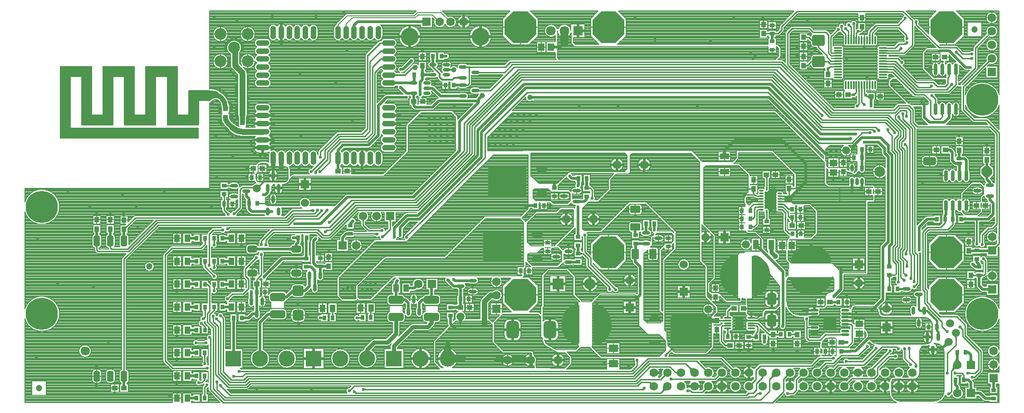
<source format=gtl>
G04*
G04 #@! TF.GenerationSoftware,Altium Limited,Altium Designer,18.1.7 (191)*
G04*
G04 Layer_Physical_Order=1*
G04 Layer_Color=255*
%FSLAX24Y24*%
%MOIN*%
G70*
G01*
G75*
%ADD10C,0.0118*%
%ADD12C,0.0100*%
%ADD13C,0.0098*%
%ADD14C,0.0079*%
%ADD15C,0.0157*%
%ADD16C,0.0236*%
%ADD18C,0.0197*%
%ADD22C,0.0295*%
G04:AMPARAMS|DCode=25|XSize=43.3mil|YSize=23.6mil|CornerRadius=5.9mil|HoleSize=0mil|Usage=FLASHONLY|Rotation=180.000|XOffset=0mil|YOffset=0mil|HoleType=Round|Shape=RoundedRectangle|*
%AMROUNDEDRECTD25*
21,1,0.0433,0.0118,0,0,180.0*
21,1,0.0315,0.0236,0,0,180.0*
1,1,0.0118,-0.0157,0.0059*
1,1,0.0118,0.0157,0.0059*
1,1,0.0118,0.0157,-0.0059*
1,1,0.0118,-0.0157,-0.0059*
%
%ADD25ROUNDEDRECTD25*%
G04:AMPARAMS|DCode=26|XSize=94.5mil|YSize=59.1mil|CornerRadius=14.8mil|HoleSize=0mil|Usage=FLASHONLY|Rotation=180.000|XOffset=0mil|YOffset=0mil|HoleType=Round|Shape=RoundedRectangle|*
%AMROUNDEDRECTD26*
21,1,0.0945,0.0295,0,0,180.0*
21,1,0.0650,0.0591,0,0,180.0*
1,1,0.0295,-0.0325,0.0148*
1,1,0.0295,0.0325,0.0148*
1,1,0.0295,0.0325,-0.0148*
1,1,0.0295,-0.0325,-0.0148*
%
%ADD26ROUNDEDRECTD26*%
%ADD27O,0.0295X0.0800*%
%ADD28O,0.0591X0.0281*%
G04:AMPARAMS|DCode=30|XSize=70.9mil|YSize=51.2mil|CornerRadius=12.8mil|HoleSize=0mil|Usage=FLASHONLY|Rotation=0.000|XOffset=0mil|YOffset=0mil|HoleType=Round|Shape=RoundedRectangle|*
%AMROUNDEDRECTD30*
21,1,0.0709,0.0256,0,0,0.0*
21,1,0.0453,0.0512,0,0,0.0*
1,1,0.0256,0.0226,-0.0128*
1,1,0.0256,-0.0226,-0.0128*
1,1,0.0256,-0.0226,0.0128*
1,1,0.0256,0.0226,0.0128*
%
%ADD30ROUNDEDRECTD30*%
G04:AMPARAMS|DCode=31|XSize=128mil|YSize=90.6mil|CornerRadius=22.6mil|HoleSize=0mil|Usage=FLASHONLY|Rotation=90.000|XOffset=0mil|YOffset=0mil|HoleType=Round|Shape=RoundedRectangle|*
%AMROUNDEDRECTD31*
21,1,0.1280,0.0453,0,0,90.0*
21,1,0.0827,0.0906,0,0,90.0*
1,1,0.0453,0.0226,0.0413*
1,1,0.0453,0.0226,-0.0413*
1,1,0.0453,-0.0226,-0.0413*
1,1,0.0453,-0.0226,0.0413*
%
%ADD31ROUNDEDRECTD31*%
%ADD32O,0.0433X0.0984*%
%ADD33O,0.0984X0.0433*%
%ADD34O,0.0236X0.0531*%
%ADD35O,0.0118X0.0630*%
%ADD36O,0.0630X0.0118*%
%ADD37O,0.0295X0.0850*%
G04:AMPARAMS|DCode=38|XSize=90.6mil|YSize=82.7mil|CornerRadius=12.4mil|HoleSize=0mil|Usage=FLASHONLY|Rotation=0.000|XOffset=0mil|YOffset=0mil|HoleType=Round|Shape=RoundedRectangle|*
%AMROUNDEDRECTD38*
21,1,0.0906,0.0579,0,0,0.0*
21,1,0.0657,0.0827,0,0,0.0*
1,1,0.0248,0.0329,-0.0289*
1,1,0.0248,-0.0329,-0.0289*
1,1,0.0248,-0.0329,0.0289*
1,1,0.0248,0.0329,0.0289*
%
%ADD38ROUNDEDRECTD38*%
%ADD39O,0.0591X0.0177*%
%ADD40O,0.0281X0.0591*%
%ADD41O,0.0335X0.0118*%
%ADD42O,0.0118X0.0335*%
%ADD43O,0.0531X0.0236*%
G04:AMPARAMS|DCode=44|XSize=82.7mil|YSize=78.7mil|CornerRadius=19.7mil|HoleSize=0mil|Usage=FLASHONLY|Rotation=180.000|XOffset=0mil|YOffset=0mil|HoleType=Round|Shape=RoundedRectangle|*
%AMROUNDEDRECTD44*
21,1,0.0827,0.0394,0,0,180.0*
21,1,0.0433,0.0787,0,0,180.0*
1,1,0.0394,-0.0217,0.0197*
1,1,0.0394,0.0217,0.0197*
1,1,0.0394,0.0217,-0.0197*
1,1,0.0394,-0.0217,-0.0197*
%
%ADD44ROUNDEDRECTD44*%
G04:AMPARAMS|DCode=45|XSize=110.2mil|YSize=59.1mil|CornerRadius=14.8mil|HoleSize=0mil|Usage=FLASHONLY|Rotation=180.000|XOffset=0mil|YOffset=0mil|HoleType=Round|Shape=RoundedRectangle|*
%AMROUNDEDRECTD45*
21,1,0.1102,0.0295,0,0,180.0*
21,1,0.0807,0.0591,0,0,180.0*
1,1,0.0295,-0.0404,0.0148*
1,1,0.0295,0.0404,0.0148*
1,1,0.0295,0.0404,-0.0148*
1,1,0.0295,-0.0404,-0.0148*
%
%ADD45ROUNDEDRECTD45*%
G04:AMPARAMS|DCode=46|XSize=86.6mil|YSize=68.9mil|CornerRadius=17.2mil|HoleSize=0mil|Usage=FLASHONLY|Rotation=90.000|XOffset=0mil|YOffset=0mil|HoleType=Round|Shape=RoundedRectangle|*
%AMROUNDEDRECTD46*
21,1,0.0866,0.0344,0,0,90.0*
21,1,0.0522,0.0689,0,0,90.0*
1,1,0.0344,0.0172,0.0261*
1,1,0.0344,0.0172,-0.0261*
1,1,0.0344,-0.0172,-0.0261*
1,1,0.0344,-0.0172,0.0261*
%
%ADD46ROUNDEDRECTD46*%
%ADD47R,0.0610X0.0728*%
%ADD48O,0.0571X0.0118*%
G04:AMPARAMS|DCode=49|XSize=78.7mil|YSize=47.2mil|CornerRadius=11.8mil|HoleSize=0mil|Usage=FLASHONLY|Rotation=270.000|XOffset=0mil|YOffset=0mil|HoleType=Round|Shape=RoundedRectangle|*
%AMROUNDEDRECTD49*
21,1,0.0787,0.0236,0,0,270.0*
21,1,0.0551,0.0472,0,0,270.0*
1,1,0.0236,-0.0118,-0.0276*
1,1,0.0236,-0.0118,0.0276*
1,1,0.0236,0.0118,0.0276*
1,1,0.0236,0.0118,-0.0276*
%
%ADD49ROUNDEDRECTD49*%
%ADD109C,0.0669*%
%ADD117C,0.0866*%
%ADD119C,0.0709*%
%ADD123C,0.0354*%
%ADD124C,0.0433*%
%ADD125C,0.0315*%
%ADD126R,0.0394X0.0354*%
%ADD127R,0.0354X0.0394*%
%ADD128C,0.0472*%
%ADD129R,0.0276X0.0354*%
%ADD130R,0.0354X0.0276*%
%ADD131O,0.0846X0.0394*%
G04:AMPARAMS|DCode=132|XSize=279.5mil|YSize=218.5mil|CornerRadius=10.9mil|HoleSize=0mil|Usage=FLASHONLY|Rotation=180.000|XOffset=0mil|YOffset=0mil|HoleType=Round|Shape=RoundedRectangle|*
%AMROUNDEDRECTD132*
21,1,0.2795,0.1967,0,0,180.0*
21,1,0.2577,0.2185,0,0,180.0*
1,1,0.0219,-0.1288,0.0983*
1,1,0.0219,0.1288,0.0983*
1,1,0.0219,0.1288,-0.0983*
1,1,0.0219,-0.1288,-0.0983*
%
%ADD132ROUNDEDRECTD132*%
%ADD133R,0.0413X0.0551*%
%ADD134C,0.0591*%
%ADD135R,0.0413X0.0689*%
%ADD136R,0.0689X0.0413*%
%ADD137R,0.0571X0.0453*%
%ADD138R,0.0394X0.0394*%
%ADD139R,0.0453X0.0571*%
%ADD140R,0.0965X0.0906*%
%ADD141R,0.0394X0.0787*%
%ADD142R,0.0394X0.0394*%
G04:AMPARAMS|DCode=143|XSize=51.2mil|YSize=72mil|CornerRadius=2.6mil|HoleSize=0mil|Usage=FLASHONLY|Rotation=90.000|XOffset=0mil|YOffset=0mil|HoleType=Round|Shape=RoundedRectangle|*
%AMROUNDEDRECTD143*
21,1,0.0512,0.0669,0,0,90.0*
21,1,0.0461,0.0720,0,0,90.0*
1,1,0.0051,0.0335,0.0230*
1,1,0.0051,0.0335,-0.0230*
1,1,0.0051,-0.0335,-0.0230*
1,1,0.0051,-0.0335,0.0230*
%
%ADD143ROUNDEDRECTD143*%
G04:AMPARAMS|DCode=144|XSize=51.2mil|YSize=72mil|CornerRadius=2.6mil|HoleSize=0mil|Usage=FLASHONLY|Rotation=0.000|XOffset=0mil|YOffset=0mil|HoleType=Round|Shape=RoundedRectangle|*
%AMROUNDEDRECTD144*
21,1,0.0512,0.0669,0,0,0.0*
21,1,0.0461,0.0720,0,0,0.0*
1,1,0.0051,0.0230,-0.0335*
1,1,0.0051,-0.0230,-0.0335*
1,1,0.0051,-0.0230,0.0335*
1,1,0.0051,0.0230,0.0335*
%
%ADD144ROUNDEDRECTD144*%
%ADD145R,0.0709X0.0551*%
%ADD146R,0.0787X0.0787*%
%ADD147C,0.0394*%
%ADD148C,0.0591*%
%ADD149C,0.0138*%
%ADD150R,0.0571X0.0443*%
%ADD151R,0.1024X0.0787*%
%ADD152R,0.0787X0.2559*%
%ADD153R,0.2362X0.0787*%
%ADD154R,0.0787X0.4331*%
%ADD155R,0.2362X0.0787*%
%ADD156R,0.2362X0.0787*%
%ADD157R,0.0787X0.4331*%
%ADD158R,0.2362X0.0787*%
%ADD159R,0.0787X0.4331*%
%ADD160R,0.2362X0.0787*%
%ADD161R,0.0787X0.5315*%
%ADD162R,1.0236X0.0787*%
%ADD163R,0.0787X0.4528*%
%ADD164R,0.0787X0.0787*%
%ADD165R,0.0787X0.3543*%
%ADD166C,0.0787*%
%ADD167P,0.0852X8X22.5*%
%ADD168C,0.0630*%
%ADD169R,0.0630X0.0630*%
%ADD170R,0.0630X0.0630*%
%ADD171C,0.1299*%
%ADD172R,0.1181X0.1181*%
%ADD173C,0.1181*%
%ADD174C,0.0600*%
%ADD175R,0.0600X0.0600*%
%ADD176R,0.0600X0.0600*%
%ADD177R,0.0709X0.0709*%
%ADD178C,0.0827*%
%ADD179R,0.0827X0.0827*%
%ADD180P,0.2557X8X292.5*%
%ADD181C,0.2362*%
%ADD182C,0.0236*%
%ADD183C,0.0394*%
G36*
X65716Y28088D02*
X65710Y28081D01*
X65705Y28073D01*
X65701Y28064D01*
X65697Y28055D01*
X65694Y28045D01*
X65692Y28035D01*
X65690Y28024D01*
X65689Y28013D01*
X65689Y28001D01*
X65591D01*
X65590Y28013D01*
X65589Y28024D01*
X65588Y28035D01*
X65585Y28045D01*
X65582Y28055D01*
X65578Y28064D01*
X65574Y28073D01*
X65569Y28081D01*
X65563Y28088D01*
X65557Y28095D01*
X65722D01*
X65716Y28088D01*
D02*
G37*
G36*
X23198Y27951D02*
X23201Y27922D01*
X23204Y27910D01*
X23207Y27900D01*
X23211Y27892D01*
X23216Y27885D01*
X23221Y27881D01*
X23228Y27878D01*
X23235Y27877D01*
X23082D01*
X23089Y27878D01*
X23095Y27881D01*
X23101Y27885D01*
X23106Y27892D01*
X23110Y27900D01*
X23113Y27910D01*
X23116Y27922D01*
X23117Y27935D01*
X23119Y27951D01*
X23119Y27968D01*
X23198D01*
X23198Y27951D01*
D02*
G37*
G36*
X23789Y27951D02*
X23790Y27935D01*
X23792Y27921D01*
X23794Y27909D01*
X23798Y27899D01*
X23802Y27891D01*
X23807Y27885D01*
X23813Y27880D01*
X23820Y27877D01*
X23827Y27877D01*
X23671D01*
X23678Y27877D01*
X23685Y27880D01*
X23690Y27885D01*
X23695Y27891D01*
X23700Y27899D01*
X23703Y27909D01*
X23706Y27921D01*
X23708Y27935D01*
X23709Y27951D01*
X23709Y27968D01*
X23788D01*
X23789Y27951D01*
D02*
G37*
G36*
X60798Y27942D02*
X60799Y27933D01*
X60801Y27924D01*
X60804Y27915D01*
X60808Y27906D01*
X60812Y27897D01*
X60818Y27888D01*
X60824Y27879D01*
X60832Y27870D01*
X60840Y27862D01*
X60770Y27792D01*
X60762Y27800D01*
X60753Y27807D01*
X60744Y27814D01*
X60735Y27819D01*
X60726Y27824D01*
X60717Y27828D01*
X60708Y27831D01*
X60699Y27833D01*
X60690Y27834D01*
X60680Y27835D01*
X60797Y27952D01*
X60798Y27942D01*
D02*
G37*
G36*
X60242Y27779D02*
X60237Y27771D01*
X60232Y27763D01*
X60228Y27754D01*
X60224Y27745D01*
X60222Y27735D01*
X60219Y27725D01*
X60218Y27714D01*
X60217Y27703D01*
X60217Y27691D01*
X60118Y27684D01*
X60118Y27696D01*
X60117Y27708D01*
X60115Y27718D01*
X60112Y27729D01*
X60109Y27738D01*
X60105Y27747D01*
X60101Y27755D01*
X60096Y27763D01*
X60090Y27770D01*
X60083Y27776D01*
X60248Y27786D01*
X60242Y27779D01*
D02*
G37*
G36*
X60561Y27686D02*
X60563Y27677D01*
X60565Y27668D01*
X60568Y27659D01*
X60571Y27650D01*
X60576Y27641D01*
X60582Y27632D01*
X60588Y27623D01*
X60596Y27614D01*
X60604Y27606D01*
X60534Y27536D01*
X60525Y27544D01*
X60517Y27552D01*
X60508Y27558D01*
X60499Y27564D01*
X60490Y27568D01*
X60481Y27572D01*
X60472Y27575D01*
X60463Y27577D01*
X60453Y27578D01*
X60444Y27579D01*
X60561Y27696D01*
X60561Y27686D01*
D02*
G37*
G36*
X61322Y27367D02*
X61321Y27367D01*
X61318Y27367D01*
X61315Y27365D01*
X61312Y27362D01*
X61307Y27359D01*
X61290Y27343D01*
X61275Y27329D01*
X61205Y27398D01*
X61213Y27406D01*
X61242Y27438D01*
X61243Y27441D01*
X61244Y27444D01*
X61244Y27445D01*
X61322Y27367D01*
D02*
G37*
G36*
X55226Y27412D02*
X55229Y27403D01*
X55234Y27396D01*
X55241Y27390D01*
X55250Y27384D01*
X55261Y27380D01*
X55273Y27376D01*
X55288Y27374D01*
X55305Y27372D01*
X55324Y27372D01*
Y27273D01*
X55305Y27273D01*
X55288Y27271D01*
X55273Y27269D01*
X55261Y27266D01*
X55250Y27261D01*
X55241Y27256D01*
X55234Y27249D01*
X55229Y27242D01*
X55226Y27234D01*
X55225Y27224D01*
Y27421D01*
X55226Y27412D01*
D02*
G37*
G36*
X54874Y27224D02*
X54873Y27234D01*
X54870Y27242D01*
X54865Y27249D01*
X54859Y27256D01*
X54850Y27261D01*
X54839Y27266D01*
X54826Y27269D01*
X54811Y27271D01*
X54794Y27273D01*
X54775Y27273D01*
Y27372D01*
X54794Y27372D01*
X54811Y27374D01*
X54826Y27376D01*
X54839Y27380D01*
X54850Y27384D01*
X54859Y27390D01*
X54865Y27396D01*
X54870Y27403D01*
X54873Y27412D01*
X54874Y27421D01*
Y27224D01*
D02*
G37*
G36*
X54596Y27412D02*
X54599Y27403D01*
X54604Y27396D01*
X54611Y27390D01*
X54620Y27384D01*
X54631Y27380D01*
X54643Y27376D01*
X54658Y27374D01*
X54675Y27372D01*
X54694Y27372D01*
Y27273D01*
X54675Y27273D01*
X54658Y27271D01*
X54643Y27269D01*
X54631Y27266D01*
X54620Y27261D01*
X54611Y27256D01*
X54604Y27249D01*
X54599Y27242D01*
X54596Y27234D01*
X54595Y27224D01*
Y27421D01*
X54596Y27412D01*
D02*
G37*
G36*
X62476Y27121D02*
X62367D01*
X62368Y27124D01*
X62369Y27128D01*
X62369Y27134D01*
X62371Y27152D01*
X62372Y27228D01*
X62470D01*
X62476Y27121D01*
D02*
G37*
G36*
X62279D02*
X62170D01*
X62171Y27124D01*
X62172Y27128D01*
X62173Y27134D01*
X62174Y27152D01*
X62175Y27228D01*
X62274D01*
X62279Y27121D01*
D02*
G37*
G36*
X61295D02*
X61186D01*
X61187Y27124D01*
X61188Y27128D01*
X61188Y27134D01*
X61190Y27152D01*
X61191Y27228D01*
X61289D01*
X61295Y27121D01*
D02*
G37*
G36*
X61098D02*
X60989D01*
X60990Y27124D01*
X60991Y27128D01*
X60992Y27134D01*
X60993Y27152D01*
X60994Y27228D01*
X61093D01*
X61098Y27121D01*
D02*
G37*
G36*
X60901D02*
X60792D01*
X60793Y27124D01*
X60794Y27128D01*
X60795Y27134D01*
X60796Y27152D01*
X60797Y27228D01*
X60896D01*
X60901Y27121D01*
D02*
G37*
G36*
X60704D02*
X60595D01*
X60596Y27124D01*
X60597Y27128D01*
X60598Y27134D01*
X60599Y27152D01*
X60600Y27228D01*
X60699D01*
X60704Y27121D01*
D02*
G37*
G36*
X57539Y27149D02*
X57542Y27140D01*
X57547Y27133D01*
X57554Y27126D01*
X57563Y27121D01*
X57574Y27117D01*
X57587Y27113D01*
X57602Y27111D01*
X57619Y27109D01*
X57638Y27109D01*
Y27010D01*
X57619Y27010D01*
X57602Y27008D01*
X57587Y27006D01*
X57574Y27002D01*
X57563Y26998D01*
X57554Y26993D01*
X57547Y26986D01*
X57542Y26979D01*
X57539Y26970D01*
X57538Y26961D01*
Y27158D01*
X57539Y27149D01*
D02*
G37*
G36*
X58023Y26764D02*
X58022Y26770D01*
X58020Y26775D01*
X58016Y26779D01*
X58010Y26783D01*
X58003Y26786D01*
X57994Y26789D01*
X57984Y26791D01*
X57972Y26793D01*
X57958Y26793D01*
X57943Y26794D01*
Y26892D01*
X57958Y26892D01*
X57984Y26895D01*
X57994Y26897D01*
X58003Y26900D01*
X58010Y26903D01*
X58016Y26907D01*
X58020Y26911D01*
X58022Y26916D01*
X58023Y26922D01*
Y26764D01*
D02*
G37*
G36*
X64932Y26528D02*
X64795Y26516D01*
X64769Y26614D01*
X64781Y26615D01*
X64792Y26616D01*
X64802Y26617D01*
X64811Y26620D01*
X64818Y26623D01*
X64824Y26627D01*
X64829Y26631D01*
X64833Y26637D01*
X64835Y26642D01*
X64836Y26649D01*
X64932Y26528D01*
D02*
G37*
G36*
X58563Y26430D02*
X58555Y26427D01*
X58548Y26422D01*
X58541Y26415D01*
X58536Y26406D01*
X58531Y26395D01*
X58528Y26382D01*
X58526Y26367D01*
X58524Y26350D01*
X58524Y26331D01*
X58425D01*
X58425Y26350D01*
X58423Y26367D01*
X58421Y26382D01*
X58417Y26395D01*
X58413Y26406D01*
X58407Y26415D01*
X58401Y26422D01*
X58394Y26427D01*
X58385Y26430D01*
X58376Y26431D01*
X58573D01*
X58563Y26430D01*
D02*
G37*
G36*
X39026Y26517D02*
X39032Y26500D01*
X39042Y26485D01*
X39056Y26472D01*
X39074Y26462D01*
X39095Y26453D01*
X39121Y26446D01*
X39150Y26441D01*
X39184Y26438D01*
X39221Y26437D01*
Y26240D01*
X39184Y26239D01*
X39150Y26236D01*
X39121Y26231D01*
X39095Y26224D01*
X39074Y26216D01*
X39056Y26205D01*
X39042Y26192D01*
X39032Y26177D01*
X39026Y26160D01*
X39024Y26142D01*
Y26535D01*
X39026Y26517D01*
D02*
G37*
G36*
X64517Y26122D02*
X64507Y26122D01*
X64498Y26120D01*
X64489Y26118D01*
X64480Y26115D01*
X64471Y26112D01*
X64462Y26107D01*
X64453Y26101D01*
X64444Y26095D01*
X64435Y26088D01*
X64426Y26079D01*
X64357Y26149D01*
X64365Y26158D01*
X64372Y26166D01*
X64379Y26175D01*
X64384Y26184D01*
X64389Y26193D01*
X64393Y26202D01*
X64396Y26211D01*
X64398Y26220D01*
X64399Y26230D01*
X64400Y26239D01*
X64517Y26122D01*
D02*
G37*
G36*
X63470Y26129D02*
X63474Y26128D01*
X63480Y26127D01*
X63498Y26126D01*
X63574Y26124D01*
Y26026D01*
X63467Y26021D01*
Y26130D01*
X63470Y26129D01*
D02*
G37*
G36*
X26407Y25957D02*
X26406Y25964D01*
X26403Y25970D01*
X26397Y25976D01*
X26390Y25981D01*
X26380Y25985D01*
X26368Y25988D01*
X26354Y25991D01*
X26338Y25993D01*
X26320Y25994D01*
X26299Y25994D01*
Y26093D01*
X26320Y26093D01*
X26354Y26096D01*
X26368Y26098D01*
X26380Y26102D01*
X26390Y26106D01*
X26397Y26111D01*
X26403Y26116D01*
X26406Y26123D01*
X26407Y26130D01*
Y25957D01*
D02*
G37*
G36*
X63470Y25932D02*
X63474Y25931D01*
X63480Y25930D01*
X63498Y25929D01*
X63574Y25928D01*
Y25829D01*
X63467Y25824D01*
Y25933D01*
X63470Y25932D01*
D02*
G37*
G36*
X59603Y25824D02*
X59601Y25825D01*
X59597Y25826D01*
X59591Y25827D01*
X59573Y25828D01*
X59497Y25829D01*
Y25928D01*
X59603Y25933D01*
Y25824D01*
D02*
G37*
G36*
X68701Y25934D02*
X68702Y25925D01*
X68704Y25916D01*
X68707Y25907D01*
X68711Y25898D01*
X68716Y25889D01*
X68722Y25880D01*
X68728Y25871D01*
X68735Y25862D01*
X68744Y25854D01*
X68674Y25784D01*
X68665Y25792D01*
X68656Y25800D01*
X68648Y25806D01*
X68639Y25812D01*
X68630Y25816D01*
X68621Y25820D01*
X68612Y25823D01*
X68602Y25825D01*
X68593Y25826D01*
X68584Y25827D01*
X68701Y25944D01*
X68701Y25934D01*
D02*
G37*
G36*
X59603Y25627D02*
X59601Y25628D01*
X59597Y25629D01*
X59591Y25630D01*
X59573Y25631D01*
X59497Y25632D01*
Y25731D01*
X59603Y25736D01*
Y25627D01*
D02*
G37*
G36*
X63470Y25538D02*
X63474Y25537D01*
X63480Y25536D01*
X63498Y25535D01*
X63574Y25534D01*
Y25435D01*
X63467Y25430D01*
Y25539D01*
X63470Y25538D01*
D02*
G37*
G36*
X69643Y25401D02*
X69637Y25407D01*
X69629Y25413D01*
X69621Y25418D01*
X69613Y25422D01*
X69604Y25426D01*
X69594Y25429D01*
X69584Y25431D01*
X69573Y25433D01*
X69562Y25434D01*
X69550Y25434D01*
Y25533D01*
X69562Y25533D01*
X69573Y25534D01*
X69584Y25536D01*
X69594Y25538D01*
X69604Y25541D01*
X69613Y25545D01*
X69621Y25549D01*
X69629Y25554D01*
X69637Y25560D01*
X69643Y25566D01*
Y25401D01*
D02*
G37*
G36*
X26412Y25355D02*
X26411Y25364D01*
X26407Y25372D01*
X26401Y25380D01*
X26393Y25386D01*
X26382Y25391D01*
X26369Y25396D01*
X26354Y25399D01*
X26336Y25402D01*
X26316Y25403D01*
X26294Y25404D01*
Y25502D01*
X26316Y25502D01*
X26354Y25506D01*
X26369Y25510D01*
X26382Y25514D01*
X26393Y25520D01*
X26401Y25526D01*
X26407Y25533D01*
X26411Y25541D01*
X26412Y25551D01*
Y25355D01*
D02*
G37*
G36*
X63470Y25341D02*
X63474Y25340D01*
X63480Y25340D01*
X63498Y25338D01*
X63574Y25337D01*
Y25239D01*
X63467Y25233D01*
Y25342D01*
X63470Y25341D01*
D02*
G37*
G36*
X59603Y25233D02*
X59601Y25234D01*
X59597Y25235D01*
X59591Y25236D01*
X59573Y25237D01*
X59497Y25239D01*
Y25337D01*
X59603Y25342D01*
Y25233D01*
D02*
G37*
G36*
X58023Y25179D02*
X58022Y25187D01*
X58019Y25194D01*
X58015Y25200D01*
X58009Y25205D01*
X58001Y25209D01*
X57991Y25213D01*
X57979Y25215D01*
X57965Y25217D01*
X57950Y25219D01*
X57933Y25219D01*
Y25317D01*
X57950Y25318D01*
X57965Y25319D01*
X57979Y25321D01*
X57991Y25324D01*
X58001Y25327D01*
X58009Y25332D01*
X58015Y25337D01*
X58019Y25343D01*
X58022Y25349D01*
X58023Y25357D01*
Y25179D01*
D02*
G37*
G36*
X58927Y25357D02*
X58930Y25349D01*
X58935Y25341D01*
X58942Y25335D01*
X58951Y25330D01*
X58962Y25325D01*
X58975Y25322D01*
X58990Y25319D01*
X59007Y25318D01*
X59025Y25317D01*
Y25219D01*
X59007Y25218D01*
X58990Y25217D01*
X58975Y25214D01*
X58962Y25211D01*
X58951Y25207D01*
X58942Y25201D01*
X58935Y25195D01*
X58930Y25187D01*
X58927Y25179D01*
X58926Y25170D01*
Y25367D01*
X58927Y25357D01*
D02*
G37*
G36*
X63470Y25144D02*
X63474Y25144D01*
X63480Y25143D01*
X63498Y25141D01*
X63574Y25140D01*
Y25042D01*
X63467Y25036D01*
Y25145D01*
X63470Y25144D01*
D02*
G37*
G36*
X59603Y25036D02*
X59601Y25037D01*
X59597Y25038D01*
X59591Y25039D01*
X59573Y25040D01*
X59497Y25042D01*
Y25140D01*
X59603Y25145D01*
Y25036D01*
D02*
G37*
G36*
X57539Y25062D02*
X57542Y25054D01*
X57547Y25046D01*
X57554Y25040D01*
X57563Y25034D01*
X57574Y25030D01*
X57586Y25026D01*
X57601Y25024D01*
X57618Y25023D01*
X57637Y25022D01*
Y24924D01*
X57618Y24923D01*
X57601Y24922D01*
X57586Y24919D01*
X57574Y24916D01*
X57563Y24911D01*
X57554Y24906D01*
X57547Y24899D01*
X57542Y24892D01*
X57539Y24884D01*
X57538Y24874D01*
Y25071D01*
X57539Y25062D01*
D02*
G37*
G36*
X30214Y24976D02*
X30213Y24971D01*
X30211Y24963D01*
X30210Y24953D01*
X30208Y24928D01*
X30207Y24852D01*
X30069D01*
X30069Y24874D01*
X30063Y24971D01*
X30061Y24976D01*
X30059Y24980D01*
X30216D01*
X30214Y24976D01*
D02*
G37*
G36*
X63470Y24948D02*
X63474Y24947D01*
X63480Y24946D01*
X63498Y24945D01*
X63574Y24943D01*
Y24845D01*
X63467Y24840D01*
Y24949D01*
X63470Y24948D01*
D02*
G37*
G36*
X59603Y24840D02*
X59604Y24839D01*
X59603Y24838D01*
X59599Y24837D01*
X59594Y24837D01*
X59579Y24836D01*
X59528Y24835D01*
X59484Y24933D01*
X59503Y24934D01*
X59562Y24937D01*
X59573Y24939D01*
X59591Y24943D01*
X59598Y24946D01*
X59603Y24949D01*
Y24840D01*
D02*
G37*
G36*
X26809Y24793D02*
X26803Y24796D01*
X26794Y24800D01*
X26781Y24803D01*
X26765Y24806D01*
X26723Y24810D01*
X26633Y24813D01*
X26597Y24813D01*
Y24911D01*
X26633Y24912D01*
X26781Y24921D01*
X26794Y24924D01*
X26803Y24928D01*
X26809Y24932D01*
Y24793D01*
D02*
G37*
G36*
X26412Y24764D02*
X26411Y24773D01*
X26407Y24782D01*
X26401Y24789D01*
X26393Y24795D01*
X26382Y24801D01*
X26369Y24805D01*
X26354Y24809D01*
X26336Y24811D01*
X26316Y24813D01*
X26294Y24813D01*
Y24911D01*
X26316Y24912D01*
X26354Y24916D01*
X26369Y24919D01*
X26382Y24924D01*
X26393Y24929D01*
X26401Y24935D01*
X26407Y24943D01*
X26411Y24951D01*
X26412Y24960D01*
Y24764D01*
D02*
G37*
G36*
X59324Y24828D02*
X59316Y24819D01*
X59309Y24810D01*
X59302Y24802D01*
X59297Y24793D01*
X59292Y24784D01*
X59288Y24775D01*
X59285Y24766D01*
X59283Y24756D01*
X59282Y24747D01*
X59281Y24738D01*
X59165Y24855D01*
X59174Y24855D01*
X59183Y24856D01*
X59192Y24858D01*
X59201Y24861D01*
X59211Y24865D01*
X59219Y24870D01*
X59228Y24875D01*
X59237Y24882D01*
X59246Y24889D01*
X59255Y24897D01*
X59324Y24828D01*
D02*
G37*
G36*
X32943Y24826D02*
X32924Y24825D01*
X32907Y24822D01*
X32893Y24817D01*
X32880Y24810D01*
X32869Y24801D01*
X32860Y24790D01*
X32853Y24777D01*
X32848Y24763D01*
X32845Y24746D01*
X32844Y24727D01*
X32746D01*
X32745Y24746D01*
X32742Y24763D01*
X32737Y24777D01*
X32730Y24790D01*
X32721Y24801D01*
X32711Y24810D01*
X32698Y24817D01*
X32683Y24822D01*
X32666Y24825D01*
X32648Y24826D01*
X32795Y24924D01*
X32943Y24826D01*
D02*
G37*
G36*
X63470Y24751D02*
X63474Y24750D01*
X63480Y24749D01*
X63498Y24748D01*
X63574Y24746D01*
Y24648D01*
X63467Y24643D01*
Y24752D01*
X63470Y24751D01*
D02*
G37*
G36*
X59240Y24645D02*
X59234Y24638D01*
X59229Y24630D01*
X59225Y24622D01*
X59221Y24612D01*
X59218Y24603D01*
X59216Y24592D01*
X59214Y24584D01*
X59215Y24581D01*
X59217Y24566D01*
X59220Y24554D01*
X59225Y24543D01*
X59230Y24534D01*
X59237Y24527D01*
X59244Y24522D01*
X59252Y24519D01*
X59262Y24518D01*
X59065D01*
X59074Y24519D01*
X59083Y24522D01*
X59090Y24527D01*
X59096Y24534D01*
X59102Y24543D01*
X59106Y24554D01*
X59110Y24566D01*
X59112Y24581D01*
X59112Y24584D01*
X59111Y24592D01*
X59109Y24603D01*
X59106Y24612D01*
X59102Y24622D01*
X59098Y24630D01*
X59093Y24638D01*
X59087Y24645D01*
X59081Y24652D01*
X59246D01*
X59240Y24645D01*
D02*
G37*
G36*
X63470Y24554D02*
X63474Y24553D01*
X63480Y24552D01*
X63498Y24551D01*
X63574Y24550D01*
Y24451D01*
X63467Y24446D01*
Y24555D01*
X63470Y24554D01*
D02*
G37*
G36*
X68150Y24315D02*
X68142Y24311D01*
X68134Y24305D01*
X68128Y24296D01*
X68123Y24284D01*
X68118Y24270D01*
X68115Y24254D01*
X68113Y24234D01*
X68111Y24212D01*
X68111Y24188D01*
X68012D01*
X68012Y24212D01*
X68008Y24254D01*
X68004Y24270D01*
X68000Y24284D01*
X67995Y24296D01*
X67988Y24305D01*
X67981Y24311D01*
X67973Y24315D01*
X67964Y24316D01*
X68159D01*
X68150Y24315D01*
D02*
G37*
G36*
X32108Y23953D02*
X32093Y23963D01*
X32078Y23972D01*
X32062Y23980D01*
X32044Y23987D01*
X32026Y23993D01*
X32006Y23997D01*
X31986Y24001D01*
X31964Y24004D01*
X31918Y24006D01*
Y24144D01*
X31942Y24144D01*
X31986Y24148D01*
X32006Y24152D01*
X32026Y24157D01*
X32044Y24163D01*
X32062Y24169D01*
X32078Y24177D01*
X32093Y24186D01*
X32108Y24196D01*
Y23953D01*
D02*
G37*
G36*
X28880Y24104D02*
X28873Y24098D01*
X28867Y24088D01*
X28862Y24074D01*
X28858Y24056D01*
X28855Y24035D01*
X28852Y24009D01*
X28850Y23962D01*
X28852Y23935D01*
X28857Y23908D01*
X28864Y23882D01*
X28872Y23858D01*
X28882Y23836D01*
X28894Y23815D01*
X28908Y23797D01*
X28924Y23780D01*
X28942Y23764D01*
X28554Y23797D01*
X28572Y23797D01*
X28589Y23802D01*
X28604Y23811D01*
X28616Y23825D01*
X28627Y23842D01*
X28636Y23864D01*
X28643Y23891D01*
X28648Y23922D01*
X28651Y23956D01*
X28646Y24035D01*
X28642Y24056D01*
X28638Y24074D01*
X28633Y24088D01*
X28627Y24098D01*
X28621Y24104D01*
X28614Y24106D01*
X28887D01*
X28880Y24104D01*
D02*
G37*
G36*
X28532Y23567D02*
X28523Y23570D01*
X28511Y23573D01*
X28496Y23575D01*
X28456Y23579D01*
X28373Y23582D01*
X28302Y23583D01*
Y23780D01*
X28339Y23780D01*
X28511Y23789D01*
X28523Y23792D01*
X28532Y23795D01*
Y23567D01*
D02*
G37*
G36*
X32408Y23599D02*
X32417Y23596D01*
X32430Y23593D01*
X32446Y23590D01*
X32489Y23586D01*
X32578Y23583D01*
X32615Y23583D01*
Y23484D01*
X32578Y23484D01*
X32430Y23474D01*
X32417Y23471D01*
X32408Y23468D01*
X32402Y23464D01*
Y23603D01*
X32408Y23599D01*
D02*
G37*
G36*
X68257Y23484D02*
X68247Y23484D01*
X68238Y23483D01*
X68229Y23481D01*
X68220Y23478D01*
X68211Y23474D01*
X68202Y23469D01*
X68193Y23464D01*
X68184Y23457D01*
X68175Y23450D01*
X68167Y23442D01*
X68097Y23511D01*
X68105Y23520D01*
X68113Y23529D01*
X68119Y23537D01*
X68125Y23546D01*
X68129Y23555D01*
X68133Y23564D01*
X68136Y23573D01*
X68138Y23583D01*
X68139Y23592D01*
X68140Y23601D01*
X68257Y23484D01*
D02*
G37*
G36*
X61884Y23255D02*
X61883Y23251D01*
X61883Y23244D01*
X61881Y23227D01*
X61880Y23151D01*
X61782D01*
X61776Y23257D01*
X61885D01*
X61884Y23255D01*
D02*
G37*
G36*
X61687D02*
X61686Y23251D01*
X61686Y23244D01*
X61684Y23227D01*
X61683Y23151D01*
X61585D01*
X61579Y23257D01*
X61688D01*
X61687Y23255D01*
D02*
G37*
G36*
X61491D02*
X61490Y23251D01*
X61489Y23244D01*
X61488Y23227D01*
X61486Y23151D01*
X61388D01*
X61383Y23257D01*
X61491D01*
X61491Y23255D01*
D02*
G37*
G36*
X61294D02*
X61293Y23251D01*
X61292Y23244D01*
X61291Y23227D01*
X61289Y23151D01*
X61191D01*
X61186Y23257D01*
X61295D01*
X61294Y23255D01*
D02*
G37*
G36*
X61224Y22909D02*
X61216Y22900D01*
X61208Y22891D01*
X61202Y22882D01*
X61196Y22873D01*
X61192Y22864D01*
X61188Y22855D01*
X61185Y22846D01*
X61183Y22837D01*
X61181Y22828D01*
X61181Y22819D01*
X61064Y22935D01*
X61074Y22936D01*
X61083Y22937D01*
X61092Y22939D01*
X61101Y22942D01*
X61110Y22946D01*
X61119Y22951D01*
X61128Y22956D01*
X61137Y22963D01*
X61146Y22970D01*
X61154Y22978D01*
X61224Y22909D01*
D02*
G37*
G36*
X60825Y22906D02*
X60828Y22898D01*
X60833Y22891D01*
X60840Y22884D01*
X60849Y22879D01*
X60860Y22874D01*
X60873Y22871D01*
X60888Y22868D01*
X60902Y22867D01*
X60908Y22868D01*
X60919Y22870D01*
X60929Y22872D01*
X60939Y22875D01*
X60948Y22879D01*
X60956Y22883D01*
X60964Y22888D01*
X60972Y22894D01*
X60979Y22900D01*
Y22735D01*
X60972Y22741D01*
X60964Y22747D01*
X60956Y22752D01*
X60948Y22756D01*
X60939Y22760D01*
X60929Y22763D01*
X60919Y22765D01*
X60908Y22767D01*
X60902Y22767D01*
X60888Y22766D01*
X60873Y22764D01*
X60860Y22760D01*
X60849Y22756D01*
X60840Y22750D01*
X60833Y22744D01*
X60828Y22737D01*
X60825Y22728D01*
X60824Y22719D01*
Y22916D01*
X60825Y22906D01*
D02*
G37*
G36*
X62128Y22762D02*
X62226Y22768D01*
X62238Y22771D01*
X62247Y22775D01*
X62253Y22779D01*
Y22639D01*
X62247Y22643D01*
X62238Y22647D01*
X62226Y22650D01*
X62209Y22652D01*
X62167Y22657D01*
X62128Y22658D01*
Y22611D01*
X62127Y22620D01*
X62124Y22628D01*
X62119Y22636D01*
X62112Y22642D01*
X62103Y22648D01*
X62093Y22652D01*
X62080Y22655D01*
X62065Y22658D01*
X62048Y22659D01*
X62029Y22660D01*
Y22758D01*
X62048Y22759D01*
X62065Y22760D01*
X62080Y22763D01*
X62093Y22766D01*
X62103Y22771D01*
X62112Y22776D01*
X62119Y22782D01*
X62124Y22790D01*
X62127Y22798D01*
X62128Y22807D01*
Y22762D01*
D02*
G37*
G36*
X37393Y22758D02*
X37403Y22752D01*
X37414Y22746D01*
X37427Y22741D01*
X37441Y22736D01*
X37456Y22733D01*
X37473Y22730D01*
X37492Y22728D01*
X37533Y22726D01*
Y22530D01*
X37512Y22529D01*
X37473Y22526D01*
X37456Y22523D01*
X37441Y22520D01*
X37427Y22515D01*
X37414Y22510D01*
X37403Y22504D01*
X37393Y22498D01*
X37385Y22490D01*
Y22766D01*
X37393Y22758D01*
D02*
G37*
G36*
X14110Y23107D02*
X14263Y23044D01*
X14400Y22952D01*
X14459Y22894D01*
X14459D01*
X14456Y22891D01*
X14453Y22886D01*
X14450Y22880D01*
X14449Y22873D01*
X14449Y22870D01*
Y22660D01*
Y22650D01*
X14445Y22630D01*
X14437Y22612D01*
X14426Y22596D01*
X14419Y22589D01*
X14213D01*
X14157Y22586D01*
X14047Y22564D01*
X13944Y22521D01*
X13851Y22459D01*
X13809Y22422D01*
X13740Y22352D01*
X13733Y22359D01*
X13716Y22370D01*
X13698Y22378D01*
X13679Y22381D01*
X13669Y22382D01*
X13386D01*
X13661Y23140D01*
X13947D01*
X14110Y23107D01*
D02*
G37*
G36*
X61470Y22079D02*
X61461Y22070D01*
X61446Y22053D01*
X61440Y22044D01*
X61435Y22036D01*
X61432Y22029D01*
X61429Y22022D01*
X61427Y22015D01*
X61426Y22008D01*
X61426Y22002D01*
X61323Y22106D01*
X61329Y22105D01*
X61336Y22106D01*
X61343Y22108D01*
X61350Y22111D01*
X61357Y22115D01*
X61365Y22119D01*
X61374Y22125D01*
X61382Y22132D01*
X61400Y22149D01*
X61470Y22079D01*
D02*
G37*
G36*
X61738Y22239D02*
X61747Y22232D01*
X61756Y22225D01*
X61765Y22220D01*
X61774Y22215D01*
X61783Y22211D01*
X61792Y22208D01*
X61801Y22206D01*
X61810Y22205D01*
X61820Y22205D01*
X61703Y22088D01*
X61702Y22097D01*
X61701Y22106D01*
X61699Y22116D01*
X61696Y22125D01*
X61692Y22134D01*
X61688Y22143D01*
X61682Y22152D01*
X61676Y22160D01*
X61668Y22169D01*
X61660Y22178D01*
X61730Y22247D01*
X61738Y22239D01*
D02*
G37*
G36*
X64971Y21406D02*
X64972Y21395D01*
X64973Y21384D01*
X64976Y21374D01*
X64979Y21364D01*
X64983Y21355D01*
X64987Y21347D01*
X64992Y21339D01*
X64998Y21331D01*
X65004Y21325D01*
X64839D01*
X64845Y21331D01*
X64851Y21339D01*
X64856Y21347D01*
X64860Y21355D01*
X64864Y21364D01*
X64867Y21374D01*
X64869Y21384D01*
X64871Y21395D01*
X64872Y21406D01*
X64872Y21418D01*
X64970D01*
X64971Y21406D01*
D02*
G37*
G36*
X58644Y21446D02*
X58653Y21439D01*
X58662Y21432D01*
X58671Y21427D01*
X58680Y21423D01*
X58689Y21420D01*
X58698Y21417D01*
X58707Y21416D01*
X58716Y21416D01*
X58725Y21416D01*
X58623Y21286D01*
X58621Y21296D01*
X58619Y21305D01*
X58615Y21315D01*
X58611Y21325D01*
X58605Y21335D01*
X58599Y21345D01*
X58591Y21355D01*
X58573Y21377D01*
X58562Y21388D01*
X58635Y21454D01*
X58644Y21446D01*
D02*
G37*
G36*
X64722Y21336D02*
X64716Y21329D01*
X64711Y21321D01*
X64707Y21312D01*
X64703Y21303D01*
X64700Y21293D01*
X64698Y21283D01*
X64696Y21272D01*
X64695Y21261D01*
X64695Y21249D01*
X64596D01*
X64596Y21261D01*
X64595Y21272D01*
X64593Y21283D01*
X64591Y21293D01*
X64588Y21303D01*
X64584Y21312D01*
X64580Y21321D01*
X64575Y21329D01*
X64569Y21336D01*
X64563Y21343D01*
X64728D01*
X64722Y21336D01*
D02*
G37*
G36*
X67650Y21365D02*
X67642Y21361D01*
X67634Y21355D01*
X67628Y21346D01*
X67623Y21334D01*
X67618Y21320D01*
X67615Y21304D01*
X67613Y21284D01*
X67611Y21262D01*
X67611Y21238D01*
X67512D01*
X67512Y21262D01*
X67508Y21304D01*
X67504Y21320D01*
X67500Y21334D01*
X67495Y21346D01*
X67488Y21355D01*
X67481Y21361D01*
X67473Y21365D01*
X67464Y21367D01*
X67659D01*
X67650Y21365D01*
D02*
G37*
G36*
X64441Y21104D02*
X64439Y21098D01*
X64438Y21091D01*
X64438Y21084D01*
X64440Y21076D01*
X64443Y21069D01*
X64447Y21060D01*
X64453Y21052D01*
X64460Y21043D01*
X64468Y21034D01*
X64384Y20979D01*
X64290Y21080D01*
X64445Y21111D01*
X64441Y21104D01*
D02*
G37*
G36*
X62801Y20359D02*
X62810Y20352D01*
X62819Y20346D01*
X62828Y20340D01*
X62837Y20335D01*
X62846Y20331D01*
X62855Y20328D01*
X62864Y20326D01*
X62873Y20325D01*
X62883Y20325D01*
X62766Y20208D01*
X62765Y20217D01*
X62764Y20226D01*
X62762Y20236D01*
X62759Y20245D01*
X62755Y20254D01*
X62751Y20263D01*
X62745Y20272D01*
X62739Y20280D01*
X62731Y20289D01*
X62723Y20298D01*
X62793Y20368D01*
X62801Y20359D01*
D02*
G37*
G36*
X62477Y20281D02*
X62485Y20273D01*
X62494Y20267D01*
X62503Y20261D01*
X62512Y20257D01*
X62521Y20253D01*
X62530Y20250D01*
X62539Y20248D01*
X62549Y20246D01*
X62558Y20246D01*
X62441Y20129D01*
X62441Y20138D01*
X62439Y20148D01*
X62437Y20157D01*
X62434Y20166D01*
X62431Y20175D01*
X62426Y20184D01*
X62420Y20193D01*
X62414Y20202D01*
X62406Y20211D01*
X62398Y20219D01*
X62468Y20289D01*
X62477Y20281D01*
D02*
G37*
G36*
X64109Y20119D02*
X63954Y20095D01*
X63958Y20100D01*
X63960Y20107D01*
X63962Y20113D01*
X63961Y20120D01*
X63960Y20127D01*
X63957Y20135D01*
X63952Y20143D01*
X63947Y20151D01*
X63940Y20160D01*
X63931Y20169D01*
X64017Y20222D01*
X64109Y20119D01*
D02*
G37*
G36*
X62160Y19937D02*
X62153Y19943D01*
X62146Y19949D01*
X62138Y19954D01*
X62129Y19958D01*
X62120Y19962D01*
X62110Y19965D01*
X62100Y19967D01*
X62089Y19969D01*
X62078Y19970D01*
X62066Y19970D01*
Y20069D01*
X62078Y20069D01*
X62089Y20070D01*
X62100Y20072D01*
X62110Y20074D01*
X62120Y20077D01*
X62129Y20081D01*
X62138Y20085D01*
X62146Y20090D01*
X62153Y20096D01*
X62160Y20102D01*
Y19937D01*
D02*
G37*
G36*
X64931Y19163D02*
X64933Y19153D01*
X64935Y19144D01*
X64938Y19135D01*
X64942Y19126D01*
X64946Y19117D01*
X64952Y19108D01*
X64958Y19099D01*
X64966Y19091D01*
X64974Y19082D01*
X64904Y19012D01*
X64896Y19021D01*
X64887Y19028D01*
X64878Y19034D01*
X64869Y19040D01*
X64860Y19045D01*
X64851Y19049D01*
X64842Y19051D01*
X64833Y19054D01*
X64824Y19055D01*
X64814Y19055D01*
X64931Y19172D01*
X64931Y19163D01*
D02*
G37*
G36*
X51645Y18652D02*
X51648Y18618D01*
X51653Y18589D01*
X51659Y18563D01*
X51668Y18541D01*
X51679Y18523D01*
X51692Y18510D01*
X51707Y18500D01*
X51723Y18494D01*
X51742Y18492D01*
X51348D01*
X51367Y18494D01*
X51384Y18500D01*
X51399Y18510D01*
X51411Y18523D01*
X51422Y18541D01*
X51431Y18563D01*
X51438Y18589D01*
X51443Y18618D01*
X51446Y18652D01*
X51447Y18690D01*
X51644D01*
X51645Y18652D01*
D02*
G37*
G36*
X18567Y17748D02*
X18564Y17740D01*
X18561Y17727D01*
X18558Y17708D01*
X18555Y17654D01*
X18552Y17480D01*
X18237D01*
X18237Y17532D01*
X18222Y17748D01*
X18219Y17751D01*
X18570D01*
X18567Y17748D01*
D02*
G37*
G36*
X19167Y17755D02*
X19162Y17738D01*
X19158Y17717D01*
X19154Y17689D01*
X19147Y17619D01*
X19143Y17471D01*
X19143Y17411D01*
X18828D01*
X18827Y17471D01*
X18813Y17717D01*
X18808Y17738D01*
X18803Y17755D01*
X18797Y17765D01*
X19173D01*
X19167Y17755D01*
D02*
G37*
G36*
X21640Y17250D02*
X21632Y17241D01*
X21625Y17232D01*
X21619Y17224D01*
X21615Y17215D01*
X21612Y17207D01*
X21610Y17200D01*
X21609Y17192D01*
X21610Y17185D01*
X21613Y17178D01*
X21616Y17171D01*
X21461Y17211D01*
X21463Y17213D01*
X21466Y17216D01*
X21558Y17307D01*
X21640Y17250D01*
D02*
G37*
G36*
X21993Y17238D02*
X21984Y17229D01*
X21977Y17220D01*
X21971Y17211D01*
X21965Y17203D01*
X21960Y17194D01*
X21956Y17185D01*
X21954Y17175D01*
X21951Y17166D01*
X21950Y17157D01*
X21950Y17148D01*
X21833Y17265D01*
X21842Y17265D01*
X21852Y17266D01*
X21861Y17268D01*
X21870Y17271D01*
X21879Y17275D01*
X21888Y17280D01*
X21897Y17285D01*
X21906Y17292D01*
X21914Y17299D01*
X21923Y17307D01*
X21993Y17238D01*
D02*
G37*
G36*
X54735Y16762D02*
X54726Y16759D01*
X54719Y16754D01*
X54713Y16747D01*
X54707Y16738D01*
X54703Y16728D01*
X54699Y16715D01*
X54697Y16700D01*
X54695Y16683D01*
X54695Y16665D01*
X54596D01*
X54596Y16683D01*
X54594Y16700D01*
X54592Y16715D01*
X54589Y16728D01*
X54584Y16738D01*
X54579Y16747D01*
X54572Y16754D01*
X54565Y16759D01*
X54557Y16762D01*
X54547Y16763D01*
X54744D01*
X54735Y16762D01*
D02*
G37*
G36*
X17495Y16156D02*
X17483Y16143D01*
X17472Y16130D01*
X17464Y16118D01*
X17456Y16106D01*
X17451Y16095D01*
X17448Y16083D01*
X17446Y16073D01*
X17446Y16062D01*
X17448Y16052D01*
X17451Y16043D01*
X17312Y16182D01*
X17322Y16178D01*
X17332Y16176D01*
X17342Y16176D01*
X17353Y16178D01*
X17364Y16182D01*
X17376Y16187D01*
X17388Y16194D01*
X17400Y16203D01*
X17413Y16213D01*
X17426Y16226D01*
X17495Y16156D01*
D02*
G37*
G36*
X39144Y16260D02*
X39151Y16197D01*
X39156Y16172D01*
X39163Y16150D01*
X39172Y16132D01*
X39182Y16119D01*
X39193Y16109D01*
X39207Y16103D01*
X39221Y16101D01*
X38869D01*
X38884Y16103D01*
X38897Y16109D01*
X38909Y16119D01*
X38919Y16132D01*
X38927Y16150D01*
X38934Y16172D01*
X38940Y16197D01*
X38944Y16227D01*
X38946Y16260D01*
X38947Y16298D01*
X39144D01*
X39144Y16260D01*
D02*
G37*
G36*
X14969Y16211D02*
X14972Y16203D01*
X14977Y16195D01*
X14984Y16189D01*
X14993Y16184D01*
X15004Y16179D01*
X15017Y16176D01*
X15032Y16173D01*
X15049Y16172D01*
X15068Y16171D01*
Y16073D01*
X15049Y16072D01*
X15032Y16071D01*
X15017Y16068D01*
X15004Y16065D01*
X14993Y16061D01*
X14984Y16055D01*
X14977Y16049D01*
X14972Y16041D01*
X14969Y16033D01*
X14968Y16024D01*
Y16220D01*
X14969Y16211D01*
D02*
G37*
G36*
X41613Y16019D02*
X41615Y16014D01*
X41619Y16009D01*
X41625Y16005D01*
X41632Y16002D01*
X41641Y15999D01*
X41652Y15997D01*
X41664Y15995D01*
X41677Y15994D01*
X41693Y15994D01*
Y15896D01*
X41677Y15895D01*
X41652Y15893D01*
X41641Y15891D01*
X41632Y15888D01*
X41625Y15885D01*
X41619Y15881D01*
X41615Y15876D01*
X41613Y15871D01*
X41612Y15865D01*
Y15892D01*
X41564Y15889D01*
X41546Y15887D01*
X41531Y15884D01*
X41519Y15880D01*
X41509Y15876D01*
X41502Y15871D01*
Y16019D01*
X41509Y16014D01*
X41519Y16010D01*
X41531Y16006D01*
X41546Y16003D01*
X41564Y16000D01*
X41607Y15996D01*
X41612Y15996D01*
Y16025D01*
X41613Y16019D01*
D02*
G37*
G36*
X17346Y16007D02*
X17338Y15998D01*
X17330Y15989D01*
X17324Y15980D01*
X17318Y15971D01*
X17314Y15962D01*
X17310Y15953D01*
X17307Y15944D01*
X17305Y15935D01*
X17303Y15926D01*
X17303Y15917D01*
X17186Y16033D01*
X17196Y16034D01*
X17205Y16035D01*
X17214Y16037D01*
X17223Y16040D01*
X17232Y16044D01*
X17241Y16049D01*
X17250Y16054D01*
X17259Y16061D01*
X17268Y16068D01*
X17276Y16076D01*
X17346Y16007D01*
D02*
G37*
G36*
X17160Y16031D02*
X17067Y15905D01*
X17066Y15912D01*
X17064Y15918D01*
X17060Y15923D01*
X17055Y15928D01*
X17049Y15932D01*
X17041Y15935D01*
X17033Y15938D01*
X17023Y15940D01*
X17011Y15941D01*
X16999Y15941D01*
X17023Y16040D01*
X17160Y16031D01*
D02*
G37*
G36*
X56485Y16004D02*
X56488Y15996D01*
X56493Y15989D01*
X56500Y15982D01*
X56508Y15977D01*
X56519Y15972D01*
X56532Y15969D01*
X56547Y15967D01*
X56564Y15965D01*
X56582Y15965D01*
Y15866D01*
X56564Y15866D01*
X56547Y15864D01*
X56532Y15862D01*
X56519Y15858D01*
X56508Y15854D01*
X56500Y15848D01*
X56493Y15842D01*
X56488Y15835D01*
X56485Y15826D01*
X56484Y15817D01*
Y16014D01*
X56485Y16004D01*
D02*
G37*
G36*
X55098Y15679D02*
X55364D01*
Y14439D01*
X55098D01*
Y14026D01*
X55000D01*
Y14311D01*
X54882D01*
Y14026D01*
X54783D01*
Y14439D01*
X54518D01*
Y15679D01*
X54783D01*
Y16093D01*
X54882D01*
Y15807D01*
X55000D01*
Y16093D01*
X55098D01*
Y15679D01*
D02*
G37*
G36*
X53506Y15787D02*
X53505Y15797D01*
X53502Y15805D01*
X53497Y15812D01*
X53490Y15819D01*
X53481Y15824D01*
X53470Y15829D01*
X53458Y15832D01*
X53443Y15835D01*
X53426Y15836D01*
X53407Y15837D01*
Y15935D01*
X53426Y15936D01*
X53443Y15937D01*
X53458Y15939D01*
X53470Y15943D01*
X53481Y15947D01*
X53490Y15953D01*
X53497Y15959D01*
X53502Y15967D01*
X53505Y15975D01*
X53506Y15984D01*
Y15787D01*
D02*
G37*
G36*
X56397Y15720D02*
X56389Y15717D01*
X56381Y15712D01*
X56375Y15705D01*
X56369Y15696D01*
X56365Y15685D01*
X56362Y15672D01*
X56359Y15657D01*
X56358Y15640D01*
X56357Y15621D01*
X56259D01*
X56258Y15640D01*
X56257Y15657D01*
X56254Y15672D01*
X56251Y15685D01*
X56246Y15696D01*
X56241Y15705D01*
X56235Y15712D01*
X56227Y15717D01*
X56219Y15720D01*
X56209Y15721D01*
X56406D01*
X56397Y15720D01*
D02*
G37*
G36*
X53770Y15690D02*
X53762Y15687D01*
X53754Y15682D01*
X53748Y15675D01*
X53743Y15666D01*
X53738Y15656D01*
X53735Y15643D01*
X53732Y15628D01*
X53731Y15611D01*
X53730Y15592D01*
X53632D01*
X53631Y15611D01*
X53630Y15628D01*
X53627Y15643D01*
X53624Y15656D01*
X53620Y15666D01*
X53614Y15675D01*
X53608Y15682D01*
X53600Y15687D01*
X53592Y15690D01*
X53583Y15691D01*
X53780D01*
X53770Y15690D01*
D02*
G37*
G36*
X55744Y15408D02*
X55748Y15407D01*
X55754Y15406D01*
X55772Y15405D01*
X55847Y15404D01*
Y15305D01*
X55741Y15300D01*
Y15409D01*
X55744Y15408D01*
D02*
G37*
G36*
X54141Y15300D02*
X54138Y15301D01*
X54134Y15302D01*
X54128Y15303D01*
X54110Y15304D01*
X54034Y15305D01*
Y15404D01*
X54141Y15409D01*
Y15300D01*
D02*
G37*
G36*
X14882Y15376D02*
X14874Y15373D01*
X14867Y15368D01*
X14860Y15361D01*
X14855Y15352D01*
X14850Y15341D01*
X14847Y15328D01*
X14844Y15313D01*
X14843Y15296D01*
X14843Y15277D01*
X14744D01*
X14744Y15296D01*
X14742Y15313D01*
X14740Y15328D01*
X14736Y15341D01*
X14732Y15352D01*
X14726Y15361D01*
X14720Y15368D01*
X14713Y15373D01*
X14704Y15376D01*
X14695Y15377D01*
X14892D01*
X14882Y15376D01*
D02*
G37*
G36*
X56594Y15319D02*
X56574Y15296D01*
X56558Y15275D01*
X56547Y15257D01*
X56540Y15241D01*
X56538Y15229D01*
X56541Y15219D01*
X56549Y15212D01*
X56562Y15208D01*
X56579Y15207D01*
X56574Y15205D01*
Y15108D01*
X56538Y15108D01*
X56390Y15098D01*
X56377Y15095D01*
X56368Y15092D01*
X56362Y15088D01*
Y15132D01*
X56292Y15108D01*
Y15108D01*
Y15157D01*
X56362Y15197D01*
Y15227D01*
X56368Y15223D01*
X56377Y15220D01*
X56390Y15217D01*
X56394Y15216D01*
X56620Y15346D01*
X56594Y15319D01*
D02*
G37*
G36*
X54141Y15103D02*
X54138Y15104D01*
X54134Y15105D01*
X54128Y15106D01*
X54110Y15107D01*
X54049Y15108D01*
X54044Y15108D01*
X54033Y15107D01*
X54023Y15105D01*
X54014Y15102D01*
X54006Y15098D01*
X53999Y15094D01*
X53993Y15089D01*
X53989Y15083D01*
X53985Y15076D01*
X53982Y15069D01*
X53905Y15211D01*
X53908Y15210D01*
X53914Y15209D01*
X53933Y15208D01*
X54036Y15207D01*
X54141Y15212D01*
Y15103D01*
D02*
G37*
G36*
X55744Y15211D02*
X55748Y15210D01*
X55754Y15209D01*
X55772Y15208D01*
X55847Y15207D01*
Y15108D01*
X55741Y15103D01*
Y15212D01*
X55744Y15211D01*
D02*
G37*
G36*
X56223Y15088D02*
X56217Y15092D01*
X56208Y15095D01*
X56195Y15098D01*
X56179Y15101D01*
X56136Y15105D01*
X56047Y15108D01*
X56010Y15108D01*
Y15207D01*
X56047Y15207D01*
X56195Y15217D01*
X56208Y15220D01*
X56217Y15223D01*
X56223Y15227D01*
Y15088D01*
D02*
G37*
G36*
X16713Y15128D02*
X16719Y15056D01*
X16722Y15039D01*
X16726Y15024D01*
X16731Y15013D01*
X16737Y15005D01*
X16744Y15000D01*
X16751Y14999D01*
X16478D01*
X16485Y15000D01*
X16491Y15005D01*
X16497Y15013D01*
X16502Y15024D01*
X16506Y15039D01*
X16510Y15056D01*
X16512Y15077D01*
X16515Y15128D01*
X16516Y15158D01*
X16713D01*
X16713Y15128D01*
D02*
G37*
G36*
X14843Y15049D02*
X14844Y15032D01*
X14847Y15017D01*
X14850Y15004D01*
X14855Y14993D01*
X14860Y14984D01*
X14867Y14977D01*
X14874Y14972D01*
X14882Y14969D01*
X14892Y14968D01*
X14695D01*
X14704Y14969D01*
X14713Y14972D01*
X14720Y14977D01*
X14726Y14984D01*
X14732Y14993D01*
X14736Y15004D01*
X14740Y15017D01*
X14742Y15032D01*
X14744Y15049D01*
X14744Y15068D01*
X14843D01*
X14843Y15049D01*
D02*
G37*
G36*
X55744Y15014D02*
X55748Y15013D01*
X55754Y15012D01*
X55772Y15011D01*
X55847Y15010D01*
Y14911D01*
X55741Y14906D01*
Y15015D01*
X55744Y15014D01*
D02*
G37*
G36*
X54141Y14906D02*
X54138Y14907D01*
X54134Y14908D01*
X54128Y14909D01*
X54110Y14910D01*
X54034Y14911D01*
Y15010D01*
X54141Y15015D01*
Y14906D01*
D02*
G37*
G36*
X17361Y14912D02*
X17364Y14904D01*
X17369Y14896D01*
X17376Y14890D01*
X17384Y14884D01*
X17395Y14880D01*
X17408Y14876D01*
X17423Y14874D01*
X17440Y14873D01*
X17459Y14872D01*
Y14774D01*
X17440Y14773D01*
X17423Y14772D01*
X17408Y14769D01*
X17395Y14766D01*
X17384Y14761D01*
X17376Y14756D01*
X17369Y14750D01*
X17364Y14742D01*
X17361Y14734D01*
X17360Y14724D01*
Y14921D01*
X17361Y14912D01*
D02*
G37*
G36*
X55744Y14817D02*
X55748Y14816D01*
X55754Y14816D01*
X55772Y14814D01*
X55847Y14813D01*
Y14715D01*
X55741Y14709D01*
Y14818D01*
X55744Y14817D01*
D02*
G37*
G36*
X54141Y14709D02*
X54138Y14710D01*
X54134Y14711D01*
X54128Y14712D01*
X54110Y14713D01*
X54034Y14715D01*
Y14813D01*
X54141Y14818D01*
Y14709D01*
D02*
G37*
G36*
X14873Y14616D02*
X14864Y14613D01*
X14857Y14608D01*
X14851Y14602D01*
X14845Y14593D01*
X14841Y14582D01*
X14837Y14569D01*
X14835Y14554D01*
X14833Y14538D01*
X14833Y14519D01*
X14734D01*
X14734Y14538D01*
X14733Y14554D01*
X14730Y14569D01*
X14727Y14582D01*
X14722Y14593D01*
X14717Y14602D01*
X14710Y14608D01*
X14703Y14613D01*
X14695Y14616D01*
X14685Y14617D01*
X14882D01*
X14873Y14616D01*
D02*
G37*
G36*
X55743Y14620D02*
X55747Y14620D01*
X55753Y14619D01*
X55769Y14617D01*
X55820Y14616D01*
X55837Y14616D01*
Y14518D01*
X55741Y14512D01*
Y14621D01*
X55743Y14620D01*
D02*
G37*
G36*
X54141Y14512D02*
X54138Y14513D01*
X54134Y14514D01*
X54128Y14515D01*
X54110Y14516D01*
X54034Y14518D01*
Y14616D01*
X54141Y14621D01*
Y14512D01*
D02*
G37*
G36*
X53494Y14526D02*
X53497Y14492D01*
X53498Y14487D01*
X53500Y14483D01*
X53501Y14480D01*
X53503Y14478D01*
X53505Y14477D01*
X53385D01*
X53387Y14478D01*
X53389Y14480D01*
X53390Y14483D01*
X53392Y14487D01*
X53393Y14492D01*
X53394Y14499D01*
X53395Y14516D01*
X53396Y14537D01*
X53494D01*
X53494Y14526D01*
D02*
G37*
G36*
X56380Y14301D02*
X56379Y14311D01*
X56376Y14319D01*
X56371Y14326D01*
X56364Y14333D01*
X56355Y14338D01*
X56344Y14343D01*
X56332Y14346D01*
X56317Y14348D01*
X56300Y14350D01*
X56281Y14350D01*
Y14449D01*
X56300Y14449D01*
X56317Y14451D01*
X56332Y14453D01*
X56344Y14457D01*
X56355Y14461D01*
X56364Y14467D01*
X56371Y14473D01*
X56376Y14480D01*
X56379Y14489D01*
X56380Y14498D01*
Y14301D01*
D02*
G37*
G36*
X21229Y14218D02*
X21222Y14225D01*
X21214Y14231D01*
X21206Y14236D01*
X21198Y14240D01*
X21189Y14244D01*
X21179Y14247D01*
X21169Y14249D01*
X21158Y14251D01*
X21147Y14252D01*
X21135Y14252D01*
Y14350D01*
X21147Y14351D01*
X21158Y14352D01*
X21169Y14353D01*
X21179Y14356D01*
X21189Y14359D01*
X21198Y14362D01*
X21206Y14367D01*
X21214Y14372D01*
X21222Y14377D01*
X21229Y14384D01*
Y14218D01*
D02*
G37*
G36*
X22355Y14222D02*
X22345Y14222D01*
X22336Y14221D01*
X22327Y14219D01*
X22318Y14216D01*
X22309Y14212D01*
X22300Y14207D01*
X22291Y14202D01*
X22282Y14195D01*
X22273Y14188D01*
X22265Y14180D01*
X22195Y14249D01*
X22203Y14258D01*
X22211Y14267D01*
X22217Y14276D01*
X22223Y14284D01*
X22227Y14293D01*
X22231Y14302D01*
X22234Y14312D01*
X22236Y14321D01*
X22237Y14330D01*
X22238Y14339D01*
X22355Y14222D01*
D02*
G37*
G36*
X21977Y14183D02*
X21968Y14182D01*
X21958Y14180D01*
X21949Y14178D01*
X21940Y14174D01*
X21931Y14170D01*
X21922Y14165D01*
X21913Y14159D01*
X21905Y14153D01*
X21896Y14145D01*
X21887Y14137D01*
X21812Y14201D01*
X21820Y14209D01*
X21827Y14218D01*
X21833Y14227D01*
X21839Y14236D01*
X21843Y14245D01*
X21847Y14254D01*
X21849Y14263D01*
X21851Y14272D01*
X21851Y14281D01*
X21851Y14291D01*
X21977Y14183D01*
D02*
G37*
G36*
X18131Y14380D02*
X18136Y14367D01*
X18145Y14356D01*
X18157Y14346D01*
X18173Y14338D01*
X18193Y14332D01*
X18216Y14326D01*
X18242Y14323D01*
X18272Y14320D01*
X18306Y14320D01*
Y14123D01*
X18272Y14122D01*
X18216Y14116D01*
X18193Y14111D01*
X18173Y14104D01*
X18157Y14096D01*
X18145Y14086D01*
X18136Y14075D01*
X18131Y14062D01*
X18129Y14048D01*
Y14394D01*
X18131Y14380D01*
D02*
G37*
G36*
X56380Y13741D02*
X56380Y13743D01*
X56378Y13744D01*
X56375Y13746D01*
X56371Y13747D01*
X56366Y13748D01*
X56359Y13749D01*
X56342Y13750D01*
X56321Y13750D01*
Y13848D01*
X56332Y13849D01*
X56366Y13851D01*
X56371Y13852D01*
X56375Y13853D01*
X56378Y13854D01*
X56380Y13856D01*
X56380Y13857D01*
Y13741D01*
D02*
G37*
G36*
X53581Y13751D02*
X53582Y13751D01*
X53585Y13751D01*
X53622Y13750D01*
X53632Y13750D01*
Y13652D01*
X53580Y13650D01*
Y13751D01*
X53581Y13751D01*
D02*
G37*
G36*
X54695Y13700D02*
X54697Y13683D01*
X54699Y13668D01*
X54703Y13656D01*
X54707Y13645D01*
X54713Y13636D01*
X54719Y13629D01*
X54726Y13624D01*
X54735Y13621D01*
X54744Y13620D01*
X54547D01*
X54557Y13621D01*
X54565Y13624D01*
X54572Y13629D01*
X54579Y13636D01*
X54584Y13645D01*
X54589Y13656D01*
X54592Y13668D01*
X54594Y13683D01*
X54596Y13700D01*
X54596Y13719D01*
X54695D01*
X54695Y13700D01*
D02*
G37*
G36*
X56605Y13622D02*
X56596Y13619D01*
X56589Y13614D01*
X56583Y13607D01*
X56577Y13599D01*
X56573Y13588D01*
X56569Y13575D01*
X56567Y13560D01*
X56565Y13544D01*
X56565Y13525D01*
X56467D01*
X56466Y13544D01*
X56465Y13560D01*
X56462Y13575D01*
X56459Y13588D01*
X56454Y13599D01*
X56449Y13607D01*
X56442Y13614D01*
X56435Y13619D01*
X56427Y13622D01*
X56417Y13623D01*
X56614D01*
X56605Y13622D01*
D02*
G37*
G36*
X27083Y13563D02*
X27075Y13560D01*
X27067Y13555D01*
X27061Y13548D01*
X27056Y13540D01*
X27051Y13529D01*
X27048Y13516D01*
X27045Y13501D01*
X27044Y13484D01*
X27043Y13466D01*
X26945D01*
X26944Y13484D01*
X26943Y13501D01*
X26940Y13516D01*
X26937Y13529D01*
X26933Y13540D01*
X26927Y13548D01*
X26921Y13555D01*
X26913Y13560D01*
X26905Y13563D01*
X26896Y13564D01*
X27093D01*
X27083Y13563D01*
D02*
G37*
G36*
X22690Y13507D02*
X22682Y13498D01*
X22675Y13489D01*
X22668Y13480D01*
X22663Y13471D01*
X22658Y13462D01*
X22654Y13453D01*
X22651Y13444D01*
X22649Y13435D01*
X22648Y13426D01*
X22648Y13417D01*
X22531Y13533D01*
X22540Y13534D01*
X22549Y13535D01*
X22558Y13537D01*
X22568Y13540D01*
X22577Y13544D01*
X22586Y13549D01*
X22595Y13554D01*
X22603Y13561D01*
X22612Y13568D01*
X22621Y13576D01*
X22690Y13507D01*
D02*
G37*
G36*
X67833Y13598D02*
X67829Y13588D01*
X67826Y13575D01*
X67823Y13559D01*
X67821Y13540D01*
X67817Y13496D01*
X67864D01*
X67855Y13496D01*
X67846Y13493D01*
X67839Y13488D01*
X67833Y13481D01*
X67827Y13472D01*
X67823Y13461D01*
X67819Y13448D01*
X67817Y13433D01*
X67815Y13416D01*
X67815Y13402D01*
X67815Y13396D01*
X67717D01*
X67717Y13397D01*
X67716Y13416D01*
X67715Y13433D01*
X67712Y13448D01*
X67709Y13461D01*
X67704Y13472D01*
X67699Y13481D01*
X67692Y13488D01*
X67685Y13493D01*
X67677Y13496D01*
X67667Y13496D01*
X67712D01*
X67708Y13559D01*
X67705Y13575D01*
X67702Y13588D01*
X67698Y13598D01*
X67694Y13604D01*
X67838D01*
X67833Y13598D01*
D02*
G37*
G36*
X68393Y13596D02*
X68389Y13587D01*
X68386Y13574D01*
X68383Y13558D01*
X68379Y13515D01*
X68379Y13495D01*
X68425D01*
X68416Y13494D01*
X68407Y13491D01*
X68400Y13486D01*
X68394Y13480D01*
X68388Y13471D01*
X68384Y13460D01*
X68380Y13447D01*
X68378Y13432D01*
X68376Y13416D01*
X68376Y13399D01*
X68376Y13389D01*
X68278D01*
X68278Y13399D01*
X68277Y13416D01*
X68276Y13432D01*
X68273Y13447D01*
X68270Y13460D01*
X68265Y13471D01*
X68260Y13480D01*
X68253Y13486D01*
X68246Y13491D01*
X68238Y13494D01*
X68228Y13495D01*
X68273D01*
X68268Y13574D01*
X68264Y13587D01*
X68261Y13596D01*
X68257Y13602D01*
X68396D01*
X68393Y13596D01*
D02*
G37*
G36*
X56565Y13454D02*
X56567Y13437D01*
X56569Y13422D01*
X56573Y13409D01*
X56577Y13398D01*
X56583Y13390D01*
X56589Y13383D01*
X56596Y13378D01*
X56605Y13375D01*
X56614Y13374D01*
X56417D01*
X56427Y13375D01*
X56435Y13378D01*
X56442Y13383D01*
X56449Y13390D01*
X56454Y13398D01*
X56459Y13409D01*
X56462Y13422D01*
X56465Y13437D01*
X56466Y13454D01*
X56467Y13473D01*
X56565D01*
X56565Y13454D01*
D02*
G37*
G36*
X15216Y13021D02*
X15207Y13011D01*
X15180Y12979D01*
X15175Y12973D01*
X15172Y12967D01*
X15169Y12962D01*
X15168Y12957D01*
X15167Y12953D01*
X15090Y13063D01*
X15095Y13062D01*
X15100Y13062D01*
X15105Y13063D01*
X15111Y13065D01*
X15117Y13068D01*
X15123Y13071D01*
X15130Y13076D01*
X15137Y13082D01*
X15152Y13096D01*
X15216Y13021D01*
D02*
G37*
G36*
X53581Y13189D02*
X53584Y13181D01*
X53589Y13174D01*
X53596Y13167D01*
X53605Y13162D01*
X53616Y13157D01*
X53629Y13154D01*
X53644Y13152D01*
X53661Y13150D01*
X53680Y13150D01*
Y13051D01*
X53661Y13051D01*
X53644Y13049D01*
X53629Y13047D01*
X53616Y13043D01*
X53605Y13039D01*
X53596Y13033D01*
X53589Y13027D01*
X53584Y13020D01*
X53581Y13011D01*
X53580Y13002D01*
Y13199D01*
X53581Y13189D01*
D02*
G37*
G36*
X22395Y12827D02*
X22386Y12818D01*
X22371Y12801D01*
X22366Y12792D01*
X22361Y12785D01*
X22357Y12777D01*
X22354Y12770D01*
X22352Y12763D01*
X22351Y12756D01*
X22352Y12750D01*
X22248Y12854D01*
X22254Y12853D01*
X22261Y12854D01*
X22268Y12856D01*
X22275Y12859D01*
X22283Y12863D01*
X22290Y12867D01*
X22299Y12873D01*
X22307Y12880D01*
X22325Y12897D01*
X22395Y12827D01*
D02*
G37*
G36*
X24242Y12668D02*
X24245Y12659D01*
X24250Y12652D01*
X24257Y12646D01*
X24266Y12640D01*
X24276Y12636D01*
X24289Y12632D01*
X24304Y12630D01*
X24321Y12628D01*
X24337Y12628D01*
X24347Y12628D01*
Y12530D01*
X24337Y12529D01*
X24321Y12529D01*
X24304Y12528D01*
X24289Y12525D01*
X24276Y12522D01*
X24266Y12517D01*
X24257Y12512D01*
X24250Y12505D01*
X24245Y12498D01*
X24242Y12490D01*
X24241Y12480D01*
Y12525D01*
X24162Y12520D01*
X24150Y12516D01*
X24140Y12513D01*
X24135Y12509D01*
Y12648D01*
X24140Y12644D01*
X24150Y12641D01*
X24162Y12638D01*
X24178Y12635D01*
X24221Y12631D01*
X24241Y12631D01*
Y12677D01*
X24242Y12668D01*
D02*
G37*
G36*
X25921Y12490D02*
X25916Y12498D01*
X25911Y12504D01*
X25904Y12510D01*
X25897Y12515D01*
X25889Y12520D01*
X25880Y12523D01*
X25870Y12526D01*
X25860Y12528D01*
X25848Y12529D01*
X25836Y12530D01*
X25865Y12628D01*
X25877Y12628D01*
X25899Y12630D01*
X25910Y12632D01*
X25929Y12636D01*
X25938Y12639D01*
X25947Y12642D01*
X25955Y12646D01*
X25963Y12650D01*
X25921Y12490D01*
D02*
G37*
G36*
X56430Y12481D02*
X56429Y12491D01*
X56426Y12499D01*
X56421Y12507D01*
X56414Y12513D01*
X56405Y12518D01*
X56394Y12523D01*
X56381Y12526D01*
X56366Y12529D01*
X56349Y12530D01*
X56330Y12531D01*
Y12629D01*
X56349Y12630D01*
X56366Y12631D01*
X56381Y12634D01*
X56394Y12637D01*
X56405Y12641D01*
X56414Y12647D01*
X56421Y12653D01*
X56426Y12661D01*
X56429Y12669D01*
X56430Y12678D01*
Y12481D01*
D02*
G37*
G36*
X23890Y12459D02*
X23889Y12463D01*
X23885Y12467D01*
X23879Y12470D01*
X23871Y12473D01*
X23860Y12475D01*
X23847Y12477D01*
X23813Y12479D01*
X23770Y12480D01*
Y12677D01*
X23793Y12677D01*
X23860Y12682D01*
X23871Y12685D01*
X23879Y12687D01*
X23885Y12691D01*
X23889Y12694D01*
X23890Y12698D01*
Y12459D01*
D02*
G37*
G36*
X26588Y12460D02*
X26580Y12451D01*
X26572Y12442D01*
X26566Y12433D01*
X26560Y12425D01*
X26556Y12416D01*
X26552Y12407D01*
X26549Y12397D01*
X26547Y12388D01*
X26546Y12379D01*
X26545Y12370D01*
X26428Y12487D01*
X26438Y12487D01*
X26447Y12488D01*
X26456Y12490D01*
X26465Y12493D01*
X26474Y12497D01*
X26483Y12502D01*
X26492Y12507D01*
X26501Y12514D01*
X26510Y12521D01*
X26518Y12529D01*
X26588Y12460D01*
D02*
G37*
G36*
X13465Y12082D02*
X13456Y12079D01*
X13449Y12074D01*
X13443Y12067D01*
X13437Y12058D01*
X13433Y12047D01*
X13429Y12034D01*
X13427Y12019D01*
X13425Y12002D01*
X13425Y11983D01*
X13327D01*
X13326Y12002D01*
X13325Y12019D01*
X13322Y12034D01*
X13319Y12047D01*
X13314Y12058D01*
X13309Y12067D01*
X13302Y12074D01*
X13295Y12079D01*
X13287Y12082D01*
X13277Y12083D01*
X13474D01*
X13465Y12082D01*
D02*
G37*
G36*
X14135Y12071D02*
X14126Y12068D01*
X14119Y12063D01*
X14112Y12056D01*
X14107Y12047D01*
X14103Y12036D01*
X14099Y12023D01*
X14097Y12009D01*
X14095Y11992D01*
X14095Y11973D01*
X13996D01*
X13996Y11992D01*
X13994Y12009D01*
X13992Y12023D01*
X13988Y12036D01*
X13984Y12047D01*
X13979Y12056D01*
X13972Y12063D01*
X13965Y12068D01*
X13956Y12071D01*
X13947Y12072D01*
X14144D01*
X14135Y12071D01*
D02*
G37*
G36*
X6504Y11979D02*
X6500Y11970D01*
X6497Y11957D01*
X6494Y11941D01*
X6490Y11899D01*
X6487Y11809D01*
X6487Y11773D01*
X6389D01*
X6388Y11809D01*
X6379Y11957D01*
X6376Y11970D01*
X6372Y11979D01*
X6368Y11985D01*
X6507D01*
X6504Y11979D01*
D02*
G37*
G36*
X5504D02*
X5500Y11970D01*
X5497Y11957D01*
X5494Y11941D01*
X5490Y11899D01*
X5487Y11809D01*
X5487Y11773D01*
X5389D01*
X5388Y11809D01*
X5379Y11957D01*
X5376Y11970D01*
X5372Y11979D01*
X5368Y11985D01*
X5507D01*
X5504Y11979D01*
D02*
G37*
G36*
X20187Y11711D02*
X19990D01*
X19990Y11811D01*
X20187D01*
X20187Y11711D01*
D02*
G37*
G36*
X6527Y11661D02*
X6519Y11658D01*
X6511Y11653D01*
X6505Y11646D01*
X6499Y11638D01*
X6495Y11627D01*
X6491Y11614D01*
X6489Y11599D01*
X6488Y11582D01*
X6487Y11563D01*
X6389D01*
X6388Y11582D01*
X6387Y11599D01*
X6384Y11614D01*
X6381Y11627D01*
X6376Y11638D01*
X6371Y11646D01*
X6364Y11653D01*
X6357Y11658D01*
X6349Y11661D01*
X6339Y11662D01*
X6536D01*
X6527Y11661D01*
D02*
G37*
G36*
X5527D02*
X5519Y11658D01*
X5511Y11653D01*
X5505Y11646D01*
X5499Y11638D01*
X5495Y11627D01*
X5491Y11614D01*
X5489Y11599D01*
X5487Y11582D01*
X5487Y11563D01*
X5389D01*
X5388Y11582D01*
X5387Y11599D01*
X5384Y11614D01*
X5381Y11627D01*
X5376Y11638D01*
X5371Y11646D01*
X5364Y11653D01*
X5357Y11658D01*
X5349Y11661D01*
X5339Y11662D01*
X5536D01*
X5527Y11661D01*
D02*
G37*
G36*
X54065Y11778D02*
X54069Y11761D01*
X54076Y11742D01*
X54086Y11722D01*
X54099Y11700D01*
X54114Y11678D01*
X54132Y11654D01*
X54177Y11603D01*
X54203Y11576D01*
X54104Y11397D01*
X54064Y11438D01*
Y11795D01*
X54065Y11778D01*
D02*
G37*
G36*
X71463Y11527D02*
X71438Y11501D01*
X71340Y11389D01*
X71333Y11378D01*
X71329Y11369D01*
X71328Y11362D01*
X71229Y11461D01*
X71236Y11462D01*
X71245Y11466D01*
X71256Y11473D01*
X71269Y11482D01*
X71302Y11510D01*
X71368Y11571D01*
X71394Y11596D01*
X71463Y11527D01*
D02*
G37*
G36*
X40983Y11221D02*
X40986Y11213D01*
X40991Y11205D01*
X40998Y11199D01*
X41007Y11193D01*
X41018Y11189D01*
X41031Y11186D01*
X41046Y11183D01*
X41063Y11182D01*
X41079Y11181D01*
X41089Y11181D01*
Y11083D01*
X41079Y11083D01*
X41063Y11082D01*
X41046Y11081D01*
X41031Y11078D01*
X41018Y11075D01*
X41007Y11070D01*
X40998Y11065D01*
X40991Y11059D01*
X40986Y11051D01*
X40983Y11043D01*
X40982Y11033D01*
Y11078D01*
X40904Y11073D01*
X40892Y11070D01*
X40882Y11066D01*
X40877Y11062D01*
Y11202D01*
X40882Y11198D01*
X40892Y11194D01*
X40904Y11191D01*
X40920Y11188D01*
X40963Y11184D01*
X40982Y11184D01*
Y11230D01*
X40983Y11221D01*
D02*
G37*
G36*
X64941Y11249D02*
X64942Y11238D01*
X64944Y11227D01*
X64946Y11217D01*
X64949Y11207D01*
X64953Y11198D01*
X64957Y11189D01*
X64962Y11181D01*
X64968Y11174D01*
X64974Y11167D01*
X64809D01*
X64815Y11174D01*
X64821Y11181D01*
X64826Y11189D01*
X64830Y11198D01*
X64834Y11207D01*
X64837Y11217D01*
X64840Y11227D01*
X64841Y11238D01*
X64842Y11249D01*
X64843Y11261D01*
X64941D01*
X64941Y11249D01*
D02*
G37*
G36*
X70206Y10602D02*
X70204Y10598D01*
X70202Y10593D01*
X70201Y10585D01*
X70200Y10575D01*
X70198Y10549D01*
X70197Y10492D01*
X70000D01*
X70000Y10513D01*
X69995Y10593D01*
X69993Y10598D01*
X69991Y10602D01*
X69989Y10603D01*
X70208D01*
X70206Y10602D01*
D02*
G37*
G36*
X58136Y11729D02*
X58354Y11685D01*
X58565Y11612D01*
X58764Y11512D01*
X58948Y11386D01*
X59113Y11237D01*
X59115Y11235D01*
X59221Y11108D01*
X59305Y10967D01*
X59366Y10814D01*
X59408Y10680D01*
X59417Y10607D01*
X59398Y10536D01*
X59354Y10477D01*
X59292Y10438D01*
X59220Y10424D01*
X56614D01*
X56540Y10438D01*
X56476Y10478D01*
X56431Y10539D01*
X56412Y10612D01*
X56421Y10688D01*
X56461Y10817D01*
X56522Y10968D01*
X56605Y11108D01*
X56709Y11233D01*
X56714Y11237D01*
X56879Y11386D01*
X57063Y11512D01*
X57262Y11612D01*
X57473Y11685D01*
X57691Y11729D01*
X57913Y11744D01*
X58136Y11729D01*
D02*
G37*
G36*
X13750Y10419D02*
X13750Y10407D01*
X13751Y10396D01*
X13753Y10385D01*
X13755Y10375D01*
X13758Y10365D01*
X13761Y10355D01*
X13765Y10347D01*
X13769Y10338D01*
X13775Y10331D01*
X13780Y10323D01*
X13616Y10337D01*
X13622Y10343D01*
X13629Y10350D01*
X13634Y10358D01*
X13639Y10366D01*
X13643Y10375D01*
X13646Y10384D01*
X13648Y10394D01*
X13650Y10405D01*
X13651Y10416D01*
X13652Y10428D01*
X13750Y10419D01*
D02*
G37*
G36*
X14135Y10395D02*
X14126Y10392D01*
X14119Y10387D01*
X14112Y10380D01*
X14107Y10371D01*
X14103Y10361D01*
X14099Y10348D01*
X14097Y10333D01*
X14095Y10316D01*
X14095Y10298D01*
X13996D01*
X13996Y10316D01*
X13994Y10333D01*
X13992Y10348D01*
X13988Y10361D01*
X13984Y10371D01*
X13979Y10380D01*
X13972Y10387D01*
X13965Y10392D01*
X13956Y10395D01*
X13947Y10396D01*
X14144D01*
X14135Y10395D01*
D02*
G37*
G36*
X13465Y10396D02*
X13456Y10393D01*
X13449Y10388D01*
X13443Y10381D01*
X13437Y10372D01*
X13433Y10361D01*
X13429Y10348D01*
X13427Y10334D01*
X13425Y10317D01*
X13425Y10298D01*
X13327D01*
X13326Y10317D01*
X13325Y10334D01*
X13322Y10348D01*
X13319Y10361D01*
X13314Y10372D01*
X13309Y10381D01*
X13302Y10388D01*
X13295Y10393D01*
X13287Y10396D01*
X13277Y10397D01*
X13474D01*
X13465Y10396D01*
D02*
G37*
G36*
X63751Y10453D02*
X63757Y10390D01*
X63762Y10365D01*
X63769Y10343D01*
X63778Y10325D01*
X63788Y10312D01*
X63800Y10302D01*
X63813Y10296D01*
X63828Y10294D01*
X63476D01*
X63490Y10296D01*
X63504Y10302D01*
X63515Y10312D01*
X63525Y10325D01*
X63534Y10343D01*
X63541Y10365D01*
X63546Y10390D01*
X63550Y10420D01*
X63552Y10453D01*
X63553Y10491D01*
X63750D01*
X63751Y10453D01*
D02*
G37*
G36*
X65000Y10373D02*
X65001Y10362D01*
X65003Y10351D01*
X65005Y10341D01*
X65008Y10331D01*
X65012Y10322D01*
X65016Y10313D01*
X65021Y10305D01*
X65027Y10298D01*
X65033Y10291D01*
X64868D01*
X64874Y10298D01*
X64880Y10305D01*
X64885Y10313D01*
X64890Y10322D01*
X64893Y10331D01*
X64896Y10341D01*
X64899Y10351D01*
X64900Y10362D01*
X64901Y10373D01*
X64902Y10385D01*
X65000D01*
X65000Y10373D01*
D02*
G37*
G36*
X70443Y9627D02*
X70446Y9618D01*
X70451Y9611D01*
X70457Y9605D01*
X70466Y9599D01*
X70477Y9595D01*
X70490Y9591D01*
X70505Y9589D01*
X70521Y9587D01*
X70538Y9587D01*
X70548Y9587D01*
Y9488D01*
X70538Y9488D01*
X70521Y9488D01*
X70505Y9486D01*
X70490Y9484D01*
X70477Y9481D01*
X70466Y9476D01*
X70457Y9471D01*
X70451Y9464D01*
X70446Y9457D01*
X70443Y9449D01*
X70442Y9439D01*
Y9484D01*
X70363Y9478D01*
X70350Y9475D01*
X70341Y9472D01*
X70335Y9468D01*
Y9607D01*
X70341Y9603D01*
X70350Y9600D01*
X70363Y9597D01*
X70379Y9594D01*
X70422Y9590D01*
X70442Y9589D01*
Y9636D01*
X70443Y9627D01*
D02*
G37*
G36*
X64805Y9674D02*
X64814Y9667D01*
X64823Y9661D01*
X64832Y9655D01*
X64841Y9651D01*
X64850Y9648D01*
X64859Y9646D01*
X64868Y9644D01*
X64877Y9644D01*
X64886Y9645D01*
X64784Y9515D01*
X64783Y9524D01*
X64781Y9533D01*
X64778Y9542D01*
X64774Y9551D01*
X64770Y9560D01*
X64765Y9569D01*
X64759Y9578D01*
X64752Y9586D01*
X64744Y9595D01*
X64736Y9604D01*
X64797Y9682D01*
X64805Y9674D01*
D02*
G37*
G36*
X63829Y9636D02*
X63831Y9628D01*
X63836Y9621D01*
X63843Y9614D01*
X63852Y9609D01*
X63863Y9604D01*
X63876Y9601D01*
X63891Y9598D01*
X63907Y9597D01*
X63926Y9596D01*
Y9498D01*
X63907Y9498D01*
X63891Y9496D01*
X63876Y9494D01*
X63863Y9490D01*
X63852Y9486D01*
X63843Y9480D01*
X63836Y9474D01*
X63831Y9467D01*
X63829Y9458D01*
X63828Y9449D01*
Y9646D01*
X63829Y9636D01*
D02*
G37*
G36*
X70091Y9439D02*
X70090Y9448D01*
X70087Y9457D01*
X70082Y9464D01*
X70075Y9470D01*
X70066Y9476D01*
X70055Y9480D01*
X70042Y9484D01*
X70027Y9486D01*
X70010Y9488D01*
X69991Y9488D01*
Y9587D01*
X70010Y9587D01*
X70027Y9589D01*
X70042Y9591D01*
X70055Y9594D01*
X70066Y9599D01*
X70075Y9604D01*
X70082Y9611D01*
X70087Y9618D01*
X70090Y9626D01*
X70091Y9636D01*
Y9439D01*
D02*
G37*
G36*
X69831Y9626D02*
X69834Y9618D01*
X69839Y9611D01*
X69846Y9604D01*
X69855Y9599D01*
X69866Y9594D01*
X69879Y9591D01*
X69894Y9589D01*
X69911Y9587D01*
X69930Y9587D01*
Y9488D01*
X69911Y9488D01*
X69894Y9486D01*
X69879Y9484D01*
X69866Y9480D01*
X69855Y9476D01*
X69846Y9470D01*
X69839Y9464D01*
X69834Y9457D01*
X69831Y9448D01*
X69830Y9439D01*
Y9636D01*
X69831Y9626D01*
D02*
G37*
G36*
X65296Y9448D02*
X65297Y9436D01*
X65298Y9426D01*
X65301Y9415D01*
X65304Y9406D01*
X65307Y9397D01*
X65312Y9388D01*
X65317Y9380D01*
X65322Y9373D01*
X65329Y9366D01*
X65163D01*
X65170Y9373D01*
X65175Y9380D01*
X65180Y9388D01*
X65185Y9397D01*
X65188Y9406D01*
X65191Y9415D01*
X65194Y9426D01*
X65196Y9436D01*
X65197Y9448D01*
X65197Y9460D01*
X65295D01*
X65296Y9448D01*
D02*
G37*
G36*
X63741Y9411D02*
X63732Y9408D01*
X63725Y9403D01*
X63719Y9396D01*
X63713Y9387D01*
X63709Y9376D01*
X63705Y9363D01*
X63703Y9348D01*
X63701Y9331D01*
X63701Y9312D01*
X63602D01*
X63602Y9331D01*
X63600Y9348D01*
X63598Y9363D01*
X63594Y9376D01*
X63590Y9387D01*
X63585Y9396D01*
X63578Y9403D01*
X63571Y9408D01*
X63562Y9411D01*
X63553Y9412D01*
X63750D01*
X63741Y9411D01*
D02*
G37*
G36*
X64671Y9316D02*
X64680Y9309D01*
X64689Y9302D01*
X64698Y9297D01*
X64707Y9292D01*
X64716Y9288D01*
X64725Y9285D01*
X64734Y9283D01*
X64743Y9282D01*
X64753Y9281D01*
X64636Y9165D01*
X64635Y9174D01*
X64634Y9183D01*
X64632Y9192D01*
X64629Y9201D01*
X64625Y9211D01*
X64621Y9219D01*
X64615Y9228D01*
X64609Y9237D01*
X64601Y9246D01*
X64593Y9255D01*
X64663Y9324D01*
X64671Y9316D01*
D02*
G37*
G36*
X65542Y9237D02*
X65543Y9225D01*
X65544Y9215D01*
X65547Y9204D01*
X65550Y9195D01*
X65553Y9186D01*
X65558Y9177D01*
X65563Y9169D01*
X65568Y9162D01*
X65575Y9155D01*
X65409D01*
X65416Y9162D01*
X65422Y9169D01*
X65427Y9177D01*
X65431Y9186D01*
X65435Y9195D01*
X65438Y9204D01*
X65440Y9215D01*
X65442Y9225D01*
X65443Y9237D01*
X65443Y9249D01*
X65541D01*
X65542Y9237D01*
D02*
G37*
G36*
X17254Y9170D02*
X17254Y9153D01*
X17256Y9136D01*
X17258Y9121D01*
X17262Y9108D01*
X17266Y9097D01*
X17272Y9088D01*
X17278Y9081D01*
X17285Y9076D01*
X17294Y9073D01*
X17303Y9072D01*
X17259D01*
X17264Y8995D01*
X17267Y8982D01*
X17270Y8973D01*
X17274Y8967D01*
X17135D01*
X17139Y8973D01*
X17142Y8982D01*
X17146Y8995D01*
X17148Y9011D01*
X17152Y9054D01*
X17153Y9072D01*
X17106D01*
X17116Y9073D01*
X17124Y9076D01*
X17131Y9081D01*
X17138Y9088D01*
X17143Y9097D01*
X17148Y9108D01*
X17151Y9121D01*
X17154Y9136D01*
X17155Y9153D01*
X17155Y9170D01*
X17156Y9180D01*
X17254D01*
X17254Y9170D01*
D02*
G37*
G36*
X13512Y8917D02*
X13513Y8917D01*
X13516Y8917D01*
X13537Y8916D01*
X13563Y8916D01*
Y8818D01*
X13511Y8816D01*
Y8918D01*
X13512Y8917D01*
D02*
G37*
G36*
X63701Y8789D02*
X63703Y8772D01*
X63705Y8757D01*
X63709Y8744D01*
X63713Y8733D01*
X63719Y8724D01*
X63725Y8717D01*
X63732Y8712D01*
X63741Y8709D01*
X63750Y8708D01*
X63553D01*
X63562Y8709D01*
X63571Y8712D01*
X63578Y8717D01*
X63585Y8724D01*
X63590Y8733D01*
X63594Y8744D01*
X63598Y8757D01*
X63600Y8772D01*
X63602Y8789D01*
X63602Y8808D01*
X63701D01*
X63701Y8789D01*
D02*
G37*
G36*
X14144Y8690D02*
X14136Y8687D01*
X14128Y8682D01*
X14122Y8675D01*
X14117Y8666D01*
X14112Y8656D01*
X14109Y8643D01*
X14106Y8628D01*
X14105Y8611D01*
X14104Y8593D01*
X14006D01*
X14005Y8611D01*
X14004Y8628D01*
X14001Y8643D01*
X13998Y8656D01*
X13994Y8666D01*
X13988Y8675D01*
X13982Y8682D01*
X13974Y8687D01*
X13966Y8690D01*
X13957Y8691D01*
X14154D01*
X14144Y8690D01*
D02*
G37*
G36*
X59287Y9365D02*
X59351Y9325D01*
X59395Y9264D01*
X59415Y9191D01*
X59406Y9116D01*
X59365Y8986D01*
X59305Y8835D01*
X59222Y8696D01*
X59118Y8571D01*
X59113Y8566D01*
X58948Y8417D01*
X58764Y8291D01*
X58565Y8191D01*
X58354Y8118D01*
X58136Y8074D01*
X57913Y8059D01*
X57691Y8074D01*
X57473Y8118D01*
X57262Y8191D01*
X57063Y8291D01*
X56879Y8417D01*
X56714Y8566D01*
X56711Y8568D01*
X56606Y8695D01*
X56522Y8836D01*
X56460Y8989D01*
X56419Y9123D01*
X56410Y9196D01*
X56429Y9267D01*
X56472Y9326D01*
X56534Y9365D01*
X56607Y9379D01*
X59212D01*
X59287Y9365D01*
D02*
G37*
G36*
X52436Y10983D02*
X52496Y10939D01*
X52535Y10877D01*
X52548Y10805D01*
Y8199D01*
X52534Y8125D01*
X52494Y8061D01*
X52433Y8016D01*
X52360Y7997D01*
X52285Y8006D01*
X52155Y8046D01*
X52005Y8107D01*
X51865Y8190D01*
X51740Y8294D01*
X51735Y8298D01*
X51586Y8464D01*
X51460Y8648D01*
X51360Y8847D01*
X51287Y9057D01*
X51243Y9276D01*
X51228Y9498D01*
X51243Y9720D01*
X51287Y9939D01*
X51360Y10149D01*
X51460Y10348D01*
X51586Y10532D01*
X51735Y10698D01*
X51738Y10700D01*
X51864Y10805D01*
X52006Y10890D01*
X52158Y10951D01*
X52292Y10993D01*
X52365Y11001D01*
X52436Y10983D01*
D02*
G37*
G36*
X53857Y10990D02*
X53986Y10950D01*
X54137Y10889D01*
X54277Y10806D01*
X54402Y10702D01*
X54406Y10698D01*
X54556Y10532D01*
X54681Y10348D01*
X54781Y10149D01*
X54854Y9939D01*
X54898Y9720D01*
X54913Y9498D01*
X54898Y9276D01*
X54854Y9057D01*
X54781Y8847D01*
X54681Y8648D01*
X54556Y8464D01*
X54406Y8298D01*
X54404Y8296D01*
X54278Y8191D01*
X54136Y8106D01*
X53983Y8045D01*
X53849Y8003D01*
X53776Y7995D01*
X53705Y8013D01*
X53646Y8057D01*
X53607Y8119D01*
X53593Y8191D01*
Y10797D01*
X53607Y10871D01*
X53648Y10935D01*
X53709Y10980D01*
X53782Y10999D01*
X53857Y10990D01*
D02*
G37*
G36*
X58229Y7175D02*
X58232Y7148D01*
X58235Y7124D01*
X58241Y7104D01*
X58248Y7086D01*
X58257Y7072D01*
X58267Y7061D01*
X58279Y7053D01*
X58292Y7048D01*
X58307Y7047D01*
X57992D01*
X58007Y7048D01*
X58020Y7053D01*
X58032Y7061D01*
X58043Y7072D01*
X58051Y7086D01*
X58058Y7104D01*
X58064Y7124D01*
X58068Y7148D01*
X58070Y7175D01*
X58071Y7205D01*
X58228D01*
X58229Y7175D01*
D02*
G37*
G36*
X52079Y6983D02*
X52078Y6992D01*
X52075Y7000D01*
X52070Y7008D01*
X52064Y7014D01*
X52055Y7019D01*
X52044Y7023D01*
X52031Y7026D01*
X52017Y7029D01*
X52000Y7030D01*
X51982Y7031D01*
Y7129D01*
X52000Y7130D01*
X52017Y7131D01*
X52031Y7133D01*
X52044Y7137D01*
X52055Y7141D01*
X52064Y7146D01*
X52070Y7152D01*
X52075Y7159D01*
X52078Y7167D01*
X52079Y7176D01*
Y6983D01*
D02*
G37*
G36*
X53138Y7169D02*
X53141Y7161D01*
X53146Y7153D01*
X53153Y7147D01*
X53162Y7141D01*
X53173Y7137D01*
X53186Y7134D01*
X53201Y7131D01*
X53218Y7130D01*
X53237Y7129D01*
Y7031D01*
X53218Y7030D01*
X53201Y7029D01*
X53186Y7026D01*
X53173Y7023D01*
X53162Y7018D01*
X53153Y7013D01*
X53146Y7007D01*
X53141Y6999D01*
X53138Y6991D01*
X53137Y6982D01*
Y7178D01*
X53138Y7169D01*
D02*
G37*
G36*
X14121Y7025D02*
X14119Y7023D01*
X14118Y7020D01*
X14117Y7016D01*
X14116Y7011D01*
X14115Y7005D01*
X14114Y6989D01*
X14114Y6969D01*
X14016D01*
X14016Y6979D01*
X14013Y7016D01*
X14012Y7020D01*
X14011Y7023D01*
X14009Y7025D01*
X14008Y7026D01*
X14122D01*
X14121Y7025D01*
D02*
G37*
G36*
X13465Y7026D02*
X13456Y7023D01*
X13449Y7018D01*
X13443Y7011D01*
X13437Y7002D01*
X13433Y6991D01*
X13429Y6978D01*
X13427Y6963D01*
X13425Y6946D01*
X13425Y6927D01*
X13327D01*
X13326Y6946D01*
X13325Y6963D01*
X13322Y6978D01*
X13319Y6991D01*
X13314Y7002D01*
X13309Y7011D01*
X13302Y7018D01*
X13295Y7023D01*
X13287Y7026D01*
X13277Y7027D01*
X13474D01*
X13465Y7026D01*
D02*
G37*
G36*
X57909Y6876D02*
X57906Y6877D01*
X57901Y6878D01*
X57880Y6879D01*
X57746Y6880D01*
Y7037D01*
X57909Y7041D01*
Y6876D01*
D02*
G37*
G36*
X66101Y6767D02*
X66100Y6782D01*
X66095Y6795D01*
X66087Y6807D01*
X66076Y6817D01*
X66062Y6826D01*
X66044Y6833D01*
X66023Y6838D01*
X66000Y6842D01*
X65973Y6845D01*
X65942Y6845D01*
Y7003D01*
X65973Y7004D01*
X66000Y7006D01*
X66023Y7010D01*
X66044Y7015D01*
X66062Y7023D01*
X66076Y7031D01*
X66087Y7041D01*
X66095Y7053D01*
X66100Y7067D01*
X66101Y7081D01*
Y6767D01*
D02*
G37*
G36*
X25660Y6842D02*
X25652Y6839D01*
X25644Y6834D01*
X25638Y6827D01*
X25632Y6818D01*
X25628Y6807D01*
X25625Y6794D01*
X25622Y6779D01*
X25621Y6762D01*
X25620Y6743D01*
X25522D01*
X25521Y6762D01*
X25520Y6779D01*
X25517Y6794D01*
X25514Y6807D01*
X25509Y6818D01*
X25504Y6827D01*
X25498Y6834D01*
X25490Y6839D01*
X25482Y6842D01*
X25472Y6843D01*
X25669D01*
X25660Y6842D01*
D02*
G37*
G36*
X22855Y6832D02*
X22846Y6829D01*
X22839Y6824D01*
X22833Y6817D01*
X22827Y6808D01*
X22823Y6797D01*
X22819Y6784D01*
X22817Y6769D01*
X22815Y6752D01*
X22815Y6733D01*
X22717D01*
X22716Y6752D01*
X22715Y6769D01*
X22712Y6784D01*
X22709Y6797D01*
X22704Y6808D01*
X22699Y6817D01*
X22692Y6824D01*
X22685Y6829D01*
X22677Y6832D01*
X22667Y6833D01*
X22864D01*
X22855Y6832D01*
D02*
G37*
G36*
X60676Y6784D02*
X60682Y6784D01*
X60702Y6783D01*
X60837Y6781D01*
Y6624D01*
X60674Y6620D01*
Y6785D01*
X60676Y6784D01*
D02*
G37*
G36*
X25621Y6673D02*
X25622Y6656D01*
X25625Y6642D01*
X25628Y6629D01*
X25632Y6618D01*
X25638Y6609D01*
X25644Y6602D01*
X25652Y6597D01*
X25660Y6594D01*
X25669Y6593D01*
X25472D01*
X25482Y6594D01*
X25490Y6597D01*
X25498Y6602D01*
X25504Y6609D01*
X25509Y6618D01*
X25514Y6629D01*
X25517Y6642D01*
X25520Y6656D01*
X25521Y6673D01*
X25522Y6692D01*
X25620D01*
X25621Y6673D01*
D02*
G37*
G36*
X22815Y6663D02*
X22817Y6646D01*
X22819Y6632D01*
X22823Y6619D01*
X22827Y6608D01*
X22833Y6599D01*
X22839Y6592D01*
X22846Y6587D01*
X22855Y6584D01*
X22864Y6583D01*
X22667D01*
X22677Y6584D01*
X22685Y6587D01*
X22692Y6592D01*
X22699Y6599D01*
X22704Y6608D01*
X22709Y6619D01*
X22712Y6632D01*
X22715Y6646D01*
X22716Y6663D01*
X22717Y6682D01*
X22815D01*
X22815Y6663D01*
D02*
G37*
G36*
X22020Y6458D02*
X22027Y6457D01*
X22038Y6457D01*
Y6358D01*
X22027Y6358D01*
X22020Y6357D01*
Y6309D01*
X22019Y6318D01*
X22016Y6327D01*
X22011Y6334D01*
X22004Y6341D01*
X21995Y6346D01*
X21985Y6350D01*
X21984Y6350D01*
X21975Y6346D01*
X21967Y6342D01*
X21959Y6337D01*
X21951Y6331D01*
X21945Y6325D01*
Y6357D01*
X21940Y6358D01*
X21921Y6358D01*
Y6457D01*
X21940Y6457D01*
X21945Y6458D01*
Y6490D01*
X21951Y6484D01*
X21959Y6478D01*
X21967Y6473D01*
X21975Y6469D01*
X21984Y6465D01*
X21985Y6465D01*
X21995Y6469D01*
X22004Y6474D01*
X22011Y6481D01*
X22016Y6488D01*
X22019Y6497D01*
X22020Y6506D01*
Y6458D01*
D02*
G37*
G36*
X53563Y6540D02*
X53565Y6524D01*
X53567Y6509D01*
X53571Y6496D01*
X53575Y6485D01*
X53581Y6476D01*
X53587Y6469D01*
X53594Y6464D01*
X53603Y6461D01*
X53612Y6460D01*
X53415D01*
X53425Y6461D01*
X53433Y6464D01*
X53440Y6469D01*
X53447Y6476D01*
X53452Y6485D01*
X53457Y6496D01*
X53460Y6509D01*
X53463Y6524D01*
X53464Y6540D01*
X53465Y6559D01*
X53563D01*
X53563Y6540D01*
D02*
G37*
G36*
X51831D02*
X51833Y6524D01*
X51835Y6509D01*
X51839Y6496D01*
X51843Y6485D01*
X51848Y6476D01*
X51855Y6469D01*
X51862Y6464D01*
X51871Y6461D01*
X51880Y6460D01*
X51683D01*
X51692Y6461D01*
X51701Y6464D01*
X51708Y6469D01*
X51715Y6476D01*
X51720Y6485D01*
X51724Y6496D01*
X51728Y6509D01*
X51730Y6524D01*
X51732Y6540D01*
X51732Y6559D01*
X51831D01*
X51831Y6540D01*
D02*
G37*
G36*
X13409Y6410D02*
X13400Y6401D01*
X13385Y6383D01*
X13379Y6375D01*
X13374Y6367D01*
X13371Y6360D01*
X13368Y6353D01*
X13366Y6346D01*
X13365Y6339D01*
X13365Y6333D01*
X13262Y6436D01*
X13268Y6436D01*
X13275Y6437D01*
X13282Y6439D01*
X13289Y6441D01*
X13296Y6445D01*
X13304Y6450D01*
X13313Y6456D01*
X13321Y6463D01*
X13339Y6480D01*
X13409Y6410D01*
D02*
G37*
G36*
X60676Y6528D02*
X60682Y6528D01*
X60702Y6527D01*
X60837Y6526D01*
Y6368D01*
X60674Y6365D01*
Y6529D01*
X60676Y6528D01*
D02*
G37*
G36*
X14063Y6434D02*
X14057Y6427D01*
X14052Y6419D01*
X14047Y6410D01*
X14044Y6401D01*
X14041Y6392D01*
X14038Y6381D01*
X14037Y6371D01*
X14036Y6359D01*
X14035Y6347D01*
X13937D01*
X13937Y6359D01*
X13936Y6371D01*
X13934Y6381D01*
X13932Y6392D01*
X13929Y6401D01*
X13925Y6410D01*
X13921Y6419D01*
X13916Y6427D01*
X13910Y6434D01*
X13904Y6441D01*
X14069D01*
X14063Y6434D01*
D02*
G37*
G36*
X24638Y6474D02*
X24646Y6468D01*
X24654Y6463D01*
X24662Y6459D01*
X24671Y6455D01*
X24681Y6452D01*
X24691Y6450D01*
X24702Y6448D01*
X24714Y6447D01*
X24725Y6447D01*
Y6348D01*
X24714Y6348D01*
X24702Y6347D01*
X24691Y6345D01*
X24681Y6343D01*
X24671Y6340D01*
X24662Y6336D01*
X24654Y6332D01*
X24646Y6327D01*
X24638Y6321D01*
X24632Y6315D01*
Y6480D01*
X24638Y6474D01*
D02*
G37*
G36*
X24825Y6299D02*
X24824Y6309D01*
X24821Y6317D01*
X24817Y6324D01*
X24810Y6331D01*
X24801Y6336D01*
X24790Y6341D01*
X24777Y6344D01*
X24762Y6346D01*
X24745Y6348D01*
X24726Y6348D01*
Y6447D01*
X24745Y6447D01*
X24762Y6449D01*
X24777Y6451D01*
X24790Y6455D01*
X24801Y6459D01*
X24810Y6465D01*
X24817Y6471D01*
X24821Y6478D01*
X24824Y6487D01*
X24825Y6496D01*
Y6299D01*
D02*
G37*
G36*
X14361Y6308D02*
X14362Y6299D01*
X14364Y6290D01*
X14367Y6281D01*
X14371Y6272D01*
X14375Y6263D01*
X14381Y6254D01*
X14387Y6245D01*
X14395Y6236D01*
X14403Y6228D01*
X14333Y6158D01*
X14325Y6166D01*
X14316Y6174D01*
X14307Y6180D01*
X14298Y6186D01*
X14289Y6190D01*
X14280Y6194D01*
X14271Y6197D01*
X14262Y6199D01*
X14253Y6200D01*
X14243Y6201D01*
X14360Y6318D01*
X14361Y6308D01*
D02*
G37*
G36*
X51533Y6151D02*
X51530Y6151D01*
X51526Y6152D01*
X51520Y6153D01*
X51491Y6154D01*
X51426Y6155D01*
Y6255D01*
X51533Y6260D01*
Y6151D01*
D02*
G37*
G36*
X60676Y6273D02*
X60682Y6272D01*
X60702Y6271D01*
X60837Y6270D01*
Y6112D01*
X60674Y6109D01*
Y6273D01*
X60676Y6273D01*
D02*
G37*
G36*
X51160Y6296D02*
X51163Y6287D01*
X51168Y6280D01*
X51175Y6273D01*
X51184Y6268D01*
X51195Y6263D01*
X51209Y6260D01*
X51224Y6257D01*
X51241Y6256D01*
X51260Y6255D01*
Y6155D01*
X51241Y6155D01*
X51224Y6153D01*
X51209Y6151D01*
X51195Y6147D01*
X51184Y6143D01*
X51175Y6137D01*
X51168Y6131D01*
X51163Y6123D01*
X51160Y6115D01*
X51159Y6105D01*
Y6305D01*
X51160Y6296D01*
D02*
G37*
G36*
X32339Y6261D02*
X32322Y6241D01*
X32308Y6220D01*
X32295Y6197D01*
X32284Y6172D01*
X32275Y6145D01*
X32268Y6118D01*
X32263Y6088D01*
X32260Y6057D01*
X32259Y6024D01*
X32062D01*
X32061Y6057D01*
X32059Y6088D01*
X32054Y6118D01*
X32047Y6145D01*
X32038Y6172D01*
X32027Y6197D01*
X32014Y6220D01*
X31999Y6241D01*
X31983Y6261D01*
X31964Y6280D01*
X32358D01*
X32339Y6261D01*
D02*
G37*
G36*
X50359Y6488D02*
X50370Y6462D01*
X50388Y6438D01*
X50412Y6418D01*
X50444Y6401D01*
X50481Y6387D01*
X50526Y6376D01*
X50577Y6368D01*
X50606Y6365D01*
X50758Y6375D01*
X50780Y6380D01*
X50796Y6386D01*
X50805Y6392D01*
X50808Y6400D01*
Y6008D01*
X50805Y6016D01*
X50796Y6022D01*
X50780Y6028D01*
X50758Y6033D01*
X50730Y6037D01*
X50654Y6043D01*
X50623Y6044D01*
X50582Y6040D01*
X50534Y6032D01*
X50493Y6021D01*
X50458Y6007D01*
X50430Y5990D01*
X50408Y5969D01*
X50393Y5946D01*
X50384Y5919D01*
X50382Y5889D01*
X50354Y6518D01*
X50359Y6488D01*
D02*
G37*
G36*
X67235Y6032D02*
X67239Y5981D01*
X67244Y5961D01*
X67249Y5944D01*
X67255Y5930D01*
X67263Y5918D01*
X67271Y5911D01*
X67281Y5906D01*
X67292Y5904D01*
X67019D01*
X67030Y5906D01*
X67040Y5911D01*
X67048Y5918D01*
X67056Y5930D01*
X67062Y5944D01*
X67068Y5961D01*
X67072Y5981D01*
X67074Y6005D01*
X67076Y6032D01*
X67077Y6062D01*
X67234D01*
X67235Y6032D01*
D02*
G37*
G36*
X53765Y5865D02*
X53770Y5864D01*
X53776Y5863D01*
X53793Y5862D01*
X53869Y5861D01*
Y5762D01*
X53763Y5757D01*
Y5866D01*
X53765Y5865D01*
D02*
G37*
G36*
X51533Y5757D02*
X51530Y5758D01*
X51526Y5759D01*
X51520Y5760D01*
X51502Y5761D01*
X51426Y5762D01*
Y5861D01*
X51533Y5866D01*
Y5757D01*
D02*
G37*
G36*
X68977Y5718D02*
X68978Y5709D01*
X68980Y5699D01*
X68983Y5690D01*
X68987Y5681D01*
X68992Y5672D01*
X68997Y5663D01*
X69004Y5655D01*
X69011Y5646D01*
X69019Y5637D01*
X68949Y5568D01*
X68941Y5576D01*
X68932Y5583D01*
X68923Y5590D01*
X68914Y5595D01*
X68905Y5600D01*
X68896Y5604D01*
X68887Y5607D01*
X68878Y5609D01*
X68869Y5610D01*
X68859Y5610D01*
X68976Y5727D01*
X68977Y5718D01*
D02*
G37*
G36*
X67243Y5553D02*
X67241Y5550D01*
X67240Y5545D01*
X67238Y5539D01*
X67237Y5531D01*
X67235Y5509D01*
X67234Y5463D01*
X67077D01*
X67077Y5480D01*
X67073Y5539D01*
X67071Y5545D01*
X67070Y5550D01*
X67068Y5553D01*
X67066Y5554D01*
X67245D01*
X67243Y5553D01*
D02*
G37*
G36*
X51878Y5556D02*
X51869Y5553D01*
X51862Y5548D01*
X51855Y5541D01*
X51850Y5532D01*
X51846Y5521D01*
X51842Y5508D01*
X51840Y5493D01*
X51838Y5476D01*
X51838Y5457D01*
X51739D01*
X51739Y5476D01*
X51737Y5493D01*
X51735Y5508D01*
X51731Y5521D01*
X51727Y5532D01*
X51722Y5541D01*
X51715Y5548D01*
X51708Y5553D01*
X51699Y5556D01*
X51690Y5557D01*
X51887D01*
X51878Y5556D01*
D02*
G37*
G36*
X67817Y5540D02*
X67826Y5533D01*
X67835Y5527D01*
X67844Y5522D01*
X67853Y5517D01*
X67862Y5514D01*
X67871Y5512D01*
X67880Y5510D01*
X67889Y5510D01*
X67898Y5511D01*
X67796Y5381D01*
X67795Y5390D01*
X67792Y5399D01*
X67790Y5408D01*
X67786Y5417D01*
X67782Y5426D01*
X67776Y5435D01*
X67770Y5444D01*
X67764Y5452D01*
X67756Y5461D01*
X67748Y5470D01*
X67809Y5548D01*
X67817Y5540D01*
D02*
G37*
G36*
X51838Y5268D02*
X51840Y5252D01*
X51842Y5237D01*
X51846Y5224D01*
X51850Y5213D01*
X51855Y5204D01*
X51862Y5197D01*
X51869Y5192D01*
X51878Y5189D01*
X51887Y5188D01*
X51690D01*
X51699Y5189D01*
X51708Y5192D01*
X51715Y5197D01*
X51722Y5204D01*
X51727Y5213D01*
X51731Y5224D01*
X51735Y5237D01*
X51737Y5252D01*
X51739Y5268D01*
X51739Y5287D01*
X51838D01*
X51838Y5268D01*
D02*
G37*
G36*
X53928Y5239D02*
X53929Y5222D01*
X53932Y5207D01*
X53935Y5194D01*
X53940Y5183D01*
X53945Y5174D01*
X53952Y5167D01*
X53959Y5162D01*
X53967Y5159D01*
X53977Y5158D01*
X53780D01*
X53789Y5159D01*
X53797Y5162D01*
X53805Y5167D01*
X53811Y5174D01*
X53817Y5183D01*
X53821Y5194D01*
X53825Y5207D01*
X53827Y5222D01*
X53828Y5239D01*
X53829Y5258D01*
X53927D01*
X53928Y5239D01*
D02*
G37*
G36*
X68620Y5204D02*
X68614Y5197D01*
X68609Y5189D01*
X68605Y5180D01*
X68601Y5171D01*
X68598Y5161D01*
X68596Y5151D01*
X68594Y5140D01*
X68593Y5129D01*
X68593Y5117D01*
X68494D01*
X68494Y5129D01*
X68493Y5140D01*
X68491Y5151D01*
X68489Y5161D01*
X68486Y5171D01*
X68482Y5180D01*
X68478Y5189D01*
X68473Y5197D01*
X68467Y5204D01*
X68461Y5211D01*
X68626D01*
X68620Y5204D01*
D02*
G37*
G36*
X60192Y5085D02*
X60182Y5091D01*
X60171Y5097D01*
X60159Y5102D01*
X60147Y5106D01*
X60133Y5110D01*
X60119Y5113D01*
X60105Y5115D01*
X60073Y5118D01*
X60056Y5118D01*
Y5217D01*
X60073Y5217D01*
X60105Y5220D01*
X60119Y5222D01*
X60133Y5225D01*
X60147Y5228D01*
X60159Y5233D01*
X60171Y5238D01*
X60182Y5243D01*
X60192Y5250D01*
Y5085D01*
D02*
G37*
G36*
X56714Y5080D02*
X56713Y5089D01*
X56710Y5098D01*
X56705Y5105D01*
X56698Y5111D01*
X56689Y5117D01*
X56678Y5121D01*
X56666Y5125D01*
X56651Y5127D01*
X56634Y5129D01*
X56615Y5129D01*
Y5228D01*
X56634Y5228D01*
X56651Y5230D01*
X56666Y5232D01*
X56678Y5235D01*
X56689Y5240D01*
X56698Y5245D01*
X56705Y5252D01*
X56710Y5259D01*
X56713Y5267D01*
X56714Y5277D01*
Y5080D01*
D02*
G37*
G36*
X56455Y5267D02*
X56458Y5259D01*
X56463Y5252D01*
X56470Y5245D01*
X56479Y5240D01*
X56490Y5235D01*
X56503Y5232D01*
X56518Y5230D01*
X56535Y5228D01*
X56554Y5228D01*
Y5129D01*
X56535Y5129D01*
X56518Y5127D01*
X56503Y5125D01*
X56490Y5121D01*
X56479Y5117D01*
X56470Y5111D01*
X56463Y5105D01*
X56458Y5098D01*
X56455Y5089D01*
X56454Y5080D01*
Y5277D01*
X56455Y5267D01*
D02*
G37*
G36*
X55574Y5070D02*
X55573Y5079D01*
X55570Y5088D01*
X55565Y5095D01*
X55558Y5102D01*
X55549Y5107D01*
X55538Y5111D01*
X55525Y5115D01*
X55510Y5117D01*
X55493Y5119D01*
X55474Y5119D01*
Y5218D01*
X55493Y5218D01*
X55510Y5220D01*
X55525Y5222D01*
X55538Y5226D01*
X55549Y5230D01*
X55558Y5235D01*
X55565Y5242D01*
X55570Y5249D01*
X55573Y5258D01*
X55574Y5267D01*
Y5070D01*
D02*
G37*
G36*
X55304Y5258D02*
X55307Y5249D01*
X55312Y5242D01*
X55319Y5235D01*
X55328Y5230D01*
X55339Y5226D01*
X55352Y5222D01*
X55366Y5220D01*
X55383Y5218D01*
X55402Y5218D01*
Y5119D01*
X55383Y5119D01*
X55366Y5117D01*
X55352Y5115D01*
X55339Y5111D01*
X55328Y5107D01*
X55319Y5102D01*
X55312Y5095D01*
X55307Y5088D01*
X55304Y5079D01*
X55303Y5070D01*
Y5267D01*
X55304Y5258D01*
D02*
G37*
G36*
X54952Y5070D02*
X54951Y5079D01*
X54948Y5088D01*
X54943Y5095D01*
X54936Y5102D01*
X54927Y5107D01*
X54917Y5111D01*
X54904Y5115D01*
X54889Y5117D01*
X54872Y5119D01*
X54854Y5119D01*
Y5218D01*
X54872Y5218D01*
X54889Y5220D01*
X54904Y5222D01*
X54917Y5226D01*
X54927Y5230D01*
X54936Y5235D01*
X54943Y5242D01*
X54948Y5249D01*
X54951Y5258D01*
X54952Y5267D01*
Y5070D01*
D02*
G37*
G36*
X68632Y5013D02*
X68624Y5007D01*
X68617Y5000D01*
X68610Y4991D01*
X68605Y4980D01*
X68600Y4969D01*
X68597Y4955D01*
X68594Y4940D01*
X68593Y4924D01*
X68593Y4906D01*
X68494D01*
X68494Y4924D01*
X68492Y4940D01*
X68490Y4955D01*
X68486Y4969D01*
X68482Y4980D01*
X68476Y4991D01*
X68470Y5000D01*
X68463Y5007D01*
X68454Y5013D01*
X68445Y5017D01*
X68642D01*
X68632Y5013D01*
D02*
G37*
G36*
X53743Y4885D02*
X53742Y4894D01*
X53739Y4903D01*
X53734Y4910D01*
X53727Y4916D01*
X53718Y4922D01*
X53707Y4926D01*
X53694Y4930D01*
X53679Y4932D01*
X53662Y4934D01*
X53643Y4934D01*
Y5032D01*
X53662Y5033D01*
X53679Y5034D01*
X53694Y5037D01*
X53707Y5040D01*
X53718Y5045D01*
X53727Y5050D01*
X53734Y5057D01*
X53739Y5064D01*
X53742Y5072D01*
X53743Y5082D01*
Y4885D01*
D02*
G37*
G36*
X53493Y5072D02*
X53496Y5064D01*
X53501Y5057D01*
X53508Y5050D01*
X53517Y5045D01*
X53528Y5040D01*
X53541Y5037D01*
X53555Y5034D01*
X53572Y5033D01*
X53591Y5032D01*
Y4934D01*
X53572Y4934D01*
X53555Y4932D01*
X53541Y4930D01*
X53528Y4926D01*
X53517Y4922D01*
X53508Y4916D01*
X53501Y4910D01*
X53496Y4903D01*
X53493Y4894D01*
X53492Y4885D01*
Y5082D01*
X53493Y5072D01*
D02*
G37*
G36*
X13848Y4792D02*
X13750Y4766D01*
X13750Y4778D01*
X13749Y4789D01*
X13747Y4799D01*
X13744Y4808D01*
X13741Y4815D01*
X13737Y4821D01*
X13733Y4826D01*
X13728Y4830D01*
X13722Y4832D01*
X13715Y4833D01*
X13837Y4928D01*
X13848Y4792D01*
D02*
G37*
G36*
X40783Y7410D02*
X40842Y7366D01*
X40881Y7304D01*
X40895Y7232D01*
Y4626D01*
X40881Y4552D01*
X40840Y4488D01*
X40780Y4443D01*
X40706Y4424D01*
X40631Y4433D01*
X40502Y4473D01*
X40351Y4534D01*
X40211Y4617D01*
X40086Y4721D01*
X40082Y4725D01*
X39933Y4891D01*
X39807Y5075D01*
X39707Y5274D01*
X39634Y5485D01*
X39590Y5703D01*
X39575Y5925D01*
X39590Y6148D01*
X39634Y6366D01*
X39707Y6576D01*
X39807Y6775D01*
X39933Y6959D01*
X40082Y7125D01*
X40084Y7127D01*
X40211Y7233D01*
X40352Y7317D01*
X40505Y7378D01*
X40639Y7420D01*
X40712Y7429D01*
X40783Y7410D01*
D02*
G37*
G36*
X42203Y7418D02*
X42333Y7377D01*
X42484Y7317D01*
X42623Y7233D01*
X42748Y7129D01*
X42753Y7125D01*
X42902Y6959D01*
X43028Y6775D01*
X43128Y6576D01*
X43201Y6366D01*
X43245Y6148D01*
X43260Y5925D01*
X43245Y5703D01*
X43201Y5485D01*
X43128Y5274D01*
X43028Y5075D01*
X42902Y4891D01*
X42753Y4725D01*
X42751Y4723D01*
X42624Y4618D01*
X42483Y4534D01*
X42330Y4472D01*
X42196Y4430D01*
X42123Y4422D01*
X42052Y4441D01*
X41993Y4484D01*
X41953Y4546D01*
X41940Y4618D01*
Y7224D01*
X41954Y7298D01*
X41994Y7362D01*
X42055Y7407D01*
X42128Y7426D01*
X42203Y7418D01*
D02*
G37*
G36*
X60316Y4758D02*
X60322Y4745D01*
X60331Y4733D01*
X60345Y4723D01*
X60363Y4714D01*
X60385Y4707D01*
X60410Y4702D01*
X60440Y4698D01*
X60473Y4696D01*
X60511Y4695D01*
Y4498D01*
X60473Y4497D01*
X60410Y4491D01*
X60385Y4486D01*
X60363Y4479D01*
X60345Y4470D01*
X60331Y4460D01*
X60322Y4448D01*
X60316Y4435D01*
X60314Y4420D01*
Y4772D01*
X60316Y4758D01*
D02*
G37*
G36*
X68005Y4341D02*
X67979Y4341D01*
X67953Y4339D01*
X67927Y4334D01*
X67902Y4327D01*
X67877Y4317D01*
X67852Y4305D01*
X67827Y4290D01*
X67803Y4272D01*
X67779Y4253D01*
X67755Y4230D01*
X67616Y4369D01*
X67638Y4393D01*
X67658Y4417D01*
X67676Y4442D01*
X67690Y4466D01*
X67703Y4491D01*
X67713Y4516D01*
X67720Y4542D01*
X67725Y4567D01*
X67727Y4593D01*
X67727Y4619D01*
X68005Y4341D01*
D02*
G37*
G36*
X51774Y4276D02*
X51773Y4285D01*
X51770Y4294D01*
X51765Y4301D01*
X51758Y4308D01*
X51749Y4313D01*
X51738Y4317D01*
X51725Y4321D01*
X51710Y4323D01*
X51693Y4325D01*
X51674Y4325D01*
Y4424D01*
X51693Y4424D01*
X51710Y4426D01*
X51725Y4428D01*
X51738Y4432D01*
X51749Y4436D01*
X51758Y4441D01*
X51765Y4448D01*
X51770Y4455D01*
X51773Y4464D01*
X51774Y4473D01*
Y4276D01*
D02*
G37*
G36*
X64258Y4267D02*
X64267Y4259D01*
X64276Y4253D01*
X64284Y4247D01*
X64293Y4243D01*
X64302Y4239D01*
X64312Y4236D01*
X64321Y4234D01*
X64330Y4233D01*
X64339Y4232D01*
X64222Y4115D01*
X64222Y4125D01*
X64221Y4134D01*
X64219Y4143D01*
X64216Y4152D01*
X64212Y4161D01*
X64207Y4170D01*
X64202Y4179D01*
X64195Y4188D01*
X64188Y4197D01*
X64180Y4205D01*
X64249Y4275D01*
X64258Y4267D01*
D02*
G37*
G36*
X65214Y4062D02*
X65208Y4055D01*
X65203Y4047D01*
X65199Y4038D01*
X65195Y4029D01*
X65192Y4020D01*
X65190Y4009D01*
X65188Y3999D01*
X65187Y3987D01*
X65187Y3975D01*
X65089D01*
X65088Y3987D01*
X65087Y3999D01*
X65086Y4009D01*
X65083Y4020D01*
X65080Y4029D01*
X65077Y4038D01*
X65072Y4047D01*
X65067Y4055D01*
X65061Y4062D01*
X65055Y4069D01*
X65220D01*
X65214Y4062D01*
D02*
G37*
G36*
X31410Y4262D02*
X31416Y4208D01*
X31427Y4156D01*
X31442Y4105D01*
X31462Y4056D01*
X31485Y4007D01*
X31514Y3960D01*
X31546Y3915D01*
X31583Y3870D01*
X31624Y3827D01*
X30797D01*
X30838Y3870D01*
X30875Y3915D01*
X30908Y3960D01*
X30936Y4007D01*
X30960Y4056D01*
X30979Y4105D01*
X30994Y4156D01*
X31005Y4208D01*
X31012Y4262D01*
X31014Y4317D01*
X31407D01*
X31410Y4262D01*
D02*
G37*
G36*
X60256Y4098D02*
X60262Y4085D01*
X60272Y4073D01*
X60286Y4063D01*
X60304Y4055D01*
X60325Y4048D01*
X60351Y4042D01*
X60380Y4039D01*
X60414Y4036D01*
X60451Y4035D01*
Y3839D01*
X60414Y3838D01*
X60351Y3832D01*
X60325Y3826D01*
X60304Y3819D01*
X60286Y3811D01*
X60272Y3801D01*
X60262Y3789D01*
X60256Y3776D01*
X60254Y3761D01*
Y4113D01*
X60256Y4098D01*
D02*
G37*
G36*
X47392Y3762D02*
X47383Y3753D01*
X47376Y3744D01*
X47370Y3736D01*
X47365Y3727D01*
X47362Y3718D01*
X47359Y3709D01*
X47358Y3701D01*
X47357Y3692D01*
X47358Y3683D01*
X47360Y3675D01*
X47216Y3756D01*
X47224Y3759D01*
X47233Y3762D01*
X47241Y3766D01*
X47249Y3770D01*
X47258Y3775D01*
X47275Y3787D01*
X47283Y3794D01*
X47300Y3810D01*
X47392Y3762D01*
D02*
G37*
G36*
X13455Y3645D02*
X13447Y3643D01*
X13439Y3638D01*
X13433Y3631D01*
X13427Y3622D01*
X13423Y3611D01*
X13420Y3598D01*
X13417Y3583D01*
X13416Y3566D01*
X13415Y3547D01*
X13317D01*
X13316Y3566D01*
X13315Y3583D01*
X13312Y3598D01*
X13309Y3611D01*
X13304Y3622D01*
X13299Y3631D01*
X13293Y3638D01*
X13285Y3643D01*
X13277Y3645D01*
X13267Y3646D01*
X13464D01*
X13455Y3645D01*
D02*
G37*
G36*
X68781Y3670D02*
X68775Y3665D01*
X68769Y3655D01*
X68764Y3641D01*
X68760Y3623D01*
X68756Y3602D01*
X68753Y3576D01*
X68750Y3513D01*
X68750Y3476D01*
X68553D01*
X68553Y3513D01*
X68547Y3602D01*
X68544Y3623D01*
X68539Y3641D01*
X68535Y3655D01*
X68529Y3665D01*
X68522Y3670D01*
X68515Y3672D01*
X68788D01*
X68781Y3670D01*
D02*
G37*
G36*
X69751Y3416D02*
X69754Y3382D01*
X69759Y3353D01*
X69766Y3327D01*
X69775Y3305D01*
X69785Y3287D01*
X69798Y3273D01*
X69813Y3263D01*
X69830Y3257D01*
X69848Y3255D01*
X69455D01*
X69473Y3257D01*
X69490Y3263D01*
X69505Y3273D01*
X69518Y3287D01*
X69529Y3305D01*
X69537Y3327D01*
X69544Y3353D01*
X69549Y3382D01*
X69552Y3416D01*
X69553Y3454D01*
X69750D01*
X69751Y3416D01*
D02*
G37*
G36*
X68751Y3403D02*
X68755Y3375D01*
X68761Y3347D01*
X68770Y3320D01*
X68781Y3293D01*
X68794Y3267D01*
X68810Y3242D01*
X68828Y3217D01*
X68849Y3192D01*
X68872Y3168D01*
X68431D01*
X68454Y3192D01*
X68475Y3217D01*
X68493Y3242D01*
X68509Y3267D01*
X68523Y3293D01*
X68534Y3320D01*
X68542Y3347D01*
X68548Y3375D01*
X68552Y3403D01*
X68553Y3431D01*
X68750D01*
X68751Y3403D01*
D02*
G37*
G36*
X37086Y3067D02*
X37080Y3071D01*
X37070Y3075D01*
X37057Y3079D01*
X37041Y3082D01*
X37022Y3085D01*
X36974Y3088D01*
X36876Y3091D01*
Y3484D01*
X36912Y3484D01*
X37041Y3493D01*
X37057Y3496D01*
X37070Y3499D01*
X37080Y3503D01*
X37086Y3508D01*
Y3067D01*
D02*
G37*
G36*
X35861Y3503D02*
X35871Y3499D01*
X35883Y3496D01*
X35900Y3493D01*
X35919Y3490D01*
X35967Y3486D01*
X36065Y3484D01*
Y3091D01*
X36029Y3090D01*
X35900Y3082D01*
X35883Y3079D01*
X35871Y3075D01*
X35861Y3071D01*
X35855Y3067D01*
Y3508D01*
X35861Y3503D01*
D02*
G37*
G36*
X35405Y3067D02*
X35399Y3071D01*
X35389Y3075D01*
X35376Y3079D01*
X35360Y3082D01*
X35341Y3085D01*
X35292Y3088D01*
X35195Y3091D01*
Y3484D01*
X35231Y3484D01*
X35360Y3493D01*
X35376Y3496D01*
X35389Y3499D01*
X35399Y3503D01*
X35405Y3508D01*
Y3067D01*
D02*
G37*
G36*
X31675Y3778D02*
X31720Y3741D01*
X31766Y3708D01*
X31813Y3680D01*
X31861Y3656D01*
X31910Y3637D01*
X31961Y3622D01*
X32013Y3611D01*
X32067Y3605D01*
X32122Y3602D01*
Y3209D01*
X32067Y3207D01*
X32013Y3200D01*
X31961Y3189D01*
X31910Y3174D01*
X31861Y3155D01*
X31813Y3131D01*
X31766Y3103D01*
X31720Y3070D01*
X31675Y3033D01*
X31632Y2992D01*
Y3819D01*
X31675Y3778D01*
D02*
G37*
G36*
X65670Y2980D02*
X65673Y2940D01*
X65674Y2936D01*
X65675Y2932D01*
X65676Y2930D01*
X65677Y2929D01*
X65565D01*
X65566Y2930D01*
X65567Y2932D01*
X65568Y2936D01*
X65569Y2940D01*
X65570Y2946D01*
X65571Y2961D01*
X65572Y2991D01*
X65670D01*
X65670Y2980D01*
D02*
G37*
G36*
X68652Y2844D02*
X68645Y2843D01*
X68636Y2839D01*
X68625Y2832D01*
X68611Y2823D01*
X68578Y2796D01*
X68528Y2748D01*
X68648Y2628D01*
X68602Y2628D01*
X68519Y2622D01*
X68483Y2617D01*
X68450Y2611D01*
X68420Y2603D01*
X68393Y2593D01*
X68370Y2582D01*
X68350Y2569D01*
X68333Y2555D01*
X68263Y2624D01*
X68278Y2641D01*
X68290Y2661D01*
X68302Y2684D01*
X68311Y2711D01*
X68319Y2741D01*
X68326Y2774D01*
X68331Y2811D01*
X68336Y2893D01*
X68337Y2940D01*
X68457Y2820D01*
X68541Y2916D01*
X68548Y2927D01*
X68552Y2936D01*
X68553Y2943D01*
X68652Y2844D01*
D02*
G37*
G36*
X7487Y2578D02*
X7489Y2561D01*
X7491Y2546D01*
X7495Y2533D01*
X7499Y2522D01*
X7505Y2513D01*
X7511Y2506D01*
X7519Y2501D01*
X7527Y2498D01*
X7536Y2497D01*
X7339D01*
X7349Y2498D01*
X7357Y2501D01*
X7364Y2506D01*
X7371Y2513D01*
X7376Y2522D01*
X7381Y2533D01*
X7384Y2546D01*
X7387Y2561D01*
X7388Y2578D01*
X7389Y2597D01*
X7487D01*
X7487Y2578D01*
D02*
G37*
G36*
X67983Y2479D02*
X67984Y2468D01*
X67985Y2457D01*
X67988Y2447D01*
X67991Y2437D01*
X67994Y2428D01*
X67999Y2420D01*
X68004Y2412D01*
X68009Y2404D01*
X68016Y2397D01*
X67850D01*
X67857Y2404D01*
X67862Y2412D01*
X67867Y2420D01*
X67872Y2428D01*
X67875Y2437D01*
X67878Y2447D01*
X67881Y2457D01*
X67883Y2468D01*
X67884Y2479D01*
X67884Y2491D01*
X67982D01*
X67983Y2479D01*
D02*
G37*
G36*
X49055Y2736D02*
X49075Y2723D01*
X49099Y2712D01*
X49125Y2702D01*
X49155Y2694D01*
X49188Y2688D01*
X49225Y2683D01*
X49308Y2677D01*
X49354Y2677D01*
X49042Y2365D01*
X49042Y2412D01*
X49037Y2494D01*
X49032Y2531D01*
X49025Y2564D01*
X49017Y2594D01*
X49007Y2621D01*
X48996Y2644D01*
X48983Y2664D01*
X48969Y2681D01*
X49038Y2751D01*
X49055Y2736D01*
D02*
G37*
G36*
X48050Y2294D02*
X48048Y2297D01*
X48046Y2301D01*
X48042Y2304D01*
X48037Y2306D01*
X48031Y2308D01*
X48024Y2310D01*
X48015Y2311D01*
X48006Y2312D01*
X47983Y2313D01*
Y2411D01*
X47995Y2412D01*
X48015Y2413D01*
X48024Y2414D01*
X48031Y2416D01*
X48037Y2418D01*
X48042Y2421D01*
X48046Y2424D01*
X48048Y2427D01*
X48050Y2431D01*
Y2294D01*
D02*
G37*
G36*
X69510Y2409D02*
X69518Y2403D01*
X69526Y2398D01*
X69534Y2394D01*
X69544Y2390D01*
X69553Y2387D01*
X69563Y2385D01*
X69574Y2383D01*
X69586Y2382D01*
X69598Y2382D01*
Y2283D01*
X69586Y2283D01*
X69574Y2282D01*
X69563Y2280D01*
X69553Y2278D01*
X69544Y2275D01*
X69534Y2271D01*
X69526Y2267D01*
X69518Y2262D01*
X69510Y2256D01*
X69504Y2250D01*
Y2415D01*
X69510Y2409D01*
D02*
G37*
G36*
X7487Y2350D02*
X7497Y2202D01*
X7500Y2189D01*
X7504Y2180D01*
X7507Y2174D01*
X7368D01*
X7372Y2180D01*
X7376Y2189D01*
X7379Y2202D01*
X7381Y2218D01*
X7385Y2261D01*
X7388Y2350D01*
X7389Y2387D01*
X7487D01*
X7487Y2350D01*
D02*
G37*
G36*
X15593Y2153D02*
X15601Y2147D01*
X15609Y2142D01*
X15617Y2138D01*
X15626Y2134D01*
X15636Y2131D01*
X15646Y2129D01*
X15657Y2127D01*
X15668Y2126D01*
X15680Y2126D01*
Y2028D01*
X15668Y2027D01*
X15657Y2026D01*
X15646Y2025D01*
X15636Y2022D01*
X15626Y2019D01*
X15617Y2016D01*
X15609Y2011D01*
X15601Y2006D01*
X15593Y2000D01*
X15586Y1994D01*
Y2159D01*
X15593Y2153D01*
D02*
G37*
G36*
X55354Y2047D02*
X55308Y2047D01*
X55225Y2042D01*
X55188Y2037D01*
X55155Y2030D01*
X55125Y2022D01*
X55099Y2012D01*
X55075Y2001D01*
X55055Y1988D01*
X55038Y1974D01*
X54969Y2043D01*
X54983Y2060D01*
X54996Y2080D01*
X55007Y2104D01*
X55017Y2130D01*
X55025Y2160D01*
X55032Y2193D01*
X55037Y2230D01*
X55042Y2313D01*
X55042Y2359D01*
X55354Y2047D01*
D02*
G37*
G36*
X69183Y2093D02*
X69184Y2077D01*
X69185Y2060D01*
X69187Y2045D01*
X69191Y2032D01*
X69195Y2021D01*
X69201Y2013D01*
X69207Y2006D01*
X69215Y2001D01*
X69223Y1998D01*
X69232Y1997D01*
X69188D01*
X69193Y1918D01*
X69196Y1905D01*
X69200Y1896D01*
X69204Y1890D01*
X69064D01*
X69068Y1896D01*
X69072Y1905D01*
X69075Y1918D01*
X69077Y1934D01*
X69081Y1977D01*
X69082Y1997D01*
X69035D01*
X69045Y1998D01*
X69053Y2001D01*
X69061Y2006D01*
X69067Y2013D01*
X69072Y2021D01*
X69077Y2032D01*
X69080Y2045D01*
X69083Y2060D01*
X69084Y2077D01*
X69085Y2093D01*
X69085Y2103D01*
X69183D01*
X69183Y2093D01*
D02*
G37*
G36*
X13445Y1950D02*
X13437Y1947D01*
X13429Y1942D01*
X13423Y1935D01*
X13418Y1926D01*
X13413Y1915D01*
X13410Y1902D01*
X13407Y1887D01*
X13406Y1871D01*
X13405Y1852D01*
X13307D01*
X13306Y1871D01*
X13305Y1887D01*
X13302Y1902D01*
X13299Y1915D01*
X13295Y1926D01*
X13289Y1935D01*
X13283Y1942D01*
X13275Y1947D01*
X13267Y1950D01*
X13258Y1951D01*
X13454D01*
X13445Y1950D01*
D02*
G37*
G36*
X47709Y1956D02*
X47717Y1951D01*
X47725Y1946D01*
X47733Y1941D01*
X47742Y1937D01*
X47752Y1934D01*
X47762Y1932D01*
X47773Y1930D01*
X47784Y1929D01*
X47796Y1929D01*
Y1831D01*
X47784Y1830D01*
X47773Y1829D01*
X47762Y1828D01*
X47752Y1825D01*
X47742Y1822D01*
X47733Y1819D01*
X47725Y1814D01*
X47717Y1809D01*
X47709Y1804D01*
X47702Y1797D01*
Y1963D01*
X47709Y1956D01*
D02*
G37*
G36*
X14338Y1602D02*
X14332Y1594D01*
X14327Y1586D01*
X14323Y1578D01*
X14319Y1569D01*
X14316Y1559D01*
X14314Y1549D01*
X14312Y1538D01*
X14311Y1527D01*
X14311Y1515D01*
X14213D01*
X14212Y1527D01*
X14211Y1538D01*
X14210Y1549D01*
X14207Y1559D01*
X14204Y1569D01*
X14201Y1578D01*
X14196Y1586D01*
X14191Y1594D01*
X14185Y1602D01*
X14179Y1609D01*
X14344D01*
X14338Y1602D01*
D02*
G37*
G36*
X46114Y1676D02*
X46127Y1666D01*
X46140Y1657D01*
X46153Y1650D01*
X46166Y1646D01*
X46179Y1643D01*
X46191Y1642D01*
X46204Y1643D01*
X46217Y1645D01*
X46229Y1650D01*
X46069Y1490D01*
X46074Y1503D01*
X46077Y1515D01*
X46077Y1528D01*
X46076Y1541D01*
X46074Y1554D01*
X46069Y1566D01*
X46062Y1579D01*
X46054Y1592D01*
X46043Y1606D01*
X46031Y1619D01*
X46101Y1688D01*
X46114Y1676D01*
D02*
G37*
G36*
X68653Y1643D02*
X68647Y1638D01*
X68641Y1629D01*
X68636Y1616D01*
X68632Y1600D01*
X68628Y1581D01*
X68626Y1557D01*
X68623Y1500D01*
X68622Y1466D01*
X68425D01*
X68425Y1500D01*
X68419Y1581D01*
X68416Y1600D01*
X68412Y1616D01*
X68407Y1629D01*
X68401Y1638D01*
X68395Y1643D01*
X68387Y1645D01*
X68660D01*
X68653Y1643D01*
D02*
G37*
G36*
X14648Y1393D02*
X14647Y1384D01*
X14647Y1375D01*
X14648Y1367D01*
X14651Y1358D01*
X14654Y1349D01*
X14659Y1341D01*
X14665Y1332D01*
X14672Y1323D01*
X14681Y1314D01*
X14587Y1269D01*
X14578Y1277D01*
X14561Y1292D01*
X14553Y1298D01*
X14536Y1309D01*
X14528Y1314D01*
X14520Y1318D01*
X14512Y1321D01*
X14504Y1324D01*
X14650Y1401D01*
X14648Y1393D01*
D02*
G37*
G36*
X45622Y1096D02*
X45485Y1093D01*
X45464Y1191D01*
X45477Y1191D01*
X45488Y1192D01*
X45498Y1194D01*
X45507Y1197D01*
X45514Y1200D01*
X45521Y1204D01*
X45526Y1209D01*
X45530Y1215D01*
X45533Y1221D01*
X45535Y1229D01*
X45622Y1096D01*
D02*
G37*
G36*
X25121Y1218D02*
X25128Y1212D01*
X25136Y1207D01*
X25145Y1203D01*
X25154Y1199D01*
X25163Y1196D01*
X25174Y1194D01*
X25184Y1192D01*
X25196Y1191D01*
X25208Y1191D01*
Y1093D01*
X25196Y1092D01*
X25184Y1091D01*
X25174Y1090D01*
X25163Y1087D01*
X25154Y1084D01*
X25145Y1080D01*
X25136Y1076D01*
X25128Y1071D01*
X25121Y1065D01*
X25114Y1059D01*
Y1224D01*
X25121Y1218D01*
D02*
G37*
G36*
X47354Y1047D02*
X47308Y1047D01*
X47225Y1042D01*
X47188Y1037D01*
X47155Y1030D01*
X47125Y1022D01*
X47099Y1012D01*
X47075Y1001D01*
X47055Y988D01*
X47038Y974D01*
X46969Y1043D01*
X46983Y1060D01*
X46996Y1080D01*
X47007Y1104D01*
X47017Y1130D01*
X47025Y1160D01*
X47032Y1193D01*
X47037Y1230D01*
X47042Y1313D01*
X47042Y1359D01*
X47354Y1047D01*
D02*
G37*
G36*
X48949Y1120D02*
X48957Y1114D01*
X48965Y1109D01*
X48973Y1105D01*
X48982Y1101D01*
X48992Y1098D01*
X49002Y1096D01*
X49013Y1094D01*
X49025Y1093D01*
X49036Y1093D01*
Y994D01*
X49025Y994D01*
X49013Y993D01*
X49002Y991D01*
X48992Y989D01*
X48982Y986D01*
X48973Y982D01*
X48965Y978D01*
X48957Y973D01*
X48949Y967D01*
X48943Y961D01*
Y1126D01*
X48949Y1120D01*
D02*
G37*
G36*
X24479Y956D02*
X24482Y949D01*
X24486Y944D01*
X24491Y939D01*
X24498Y935D01*
X24505Y931D01*
X24514Y929D01*
X24524Y927D01*
X24535Y926D01*
X24548Y925D01*
X24527Y827D01*
X24390Y831D01*
X24477Y963D01*
X24479Y956D01*
D02*
G37*
G36*
X68182Y869D02*
X68174Y860D01*
X68167Y851D01*
X68161Y843D01*
X68155Y834D01*
X68150Y825D01*
X68146Y816D01*
X68143Y807D01*
X68141Y797D01*
X68140Y788D01*
X68140Y779D01*
X68023Y896D01*
X68032Y896D01*
X68041Y897D01*
X68051Y899D01*
X68060Y902D01*
X68069Y906D01*
X68078Y911D01*
X68087Y916D01*
X68095Y923D01*
X68104Y930D01*
X68113Y938D01*
X68182Y869D01*
D02*
G37*
G36*
X54118Y744D02*
X54112Y750D01*
X54104Y756D01*
X54096Y761D01*
X54088Y766D01*
X54079Y769D01*
X54069Y772D01*
X54059Y775D01*
X54048Y776D01*
X54036Y777D01*
X54025Y778D01*
Y876D01*
X54036Y876D01*
X54048Y877D01*
X54059Y879D01*
X54069Y881D01*
X54079Y884D01*
X54088Y888D01*
X54096Y892D01*
X54104Y897D01*
X54112Y903D01*
X54118Y909D01*
Y744D01*
D02*
G37*
G36*
X13416Y738D02*
X13417Y721D01*
X13420Y706D01*
X13423Y694D01*
X13427Y683D01*
X13433Y674D01*
X13439Y667D01*
X13447Y662D01*
X13455Y659D01*
X13464Y658D01*
X13267D01*
X13277Y659D01*
X13285Y662D01*
X13293Y667D01*
X13299Y674D01*
X13304Y683D01*
X13309Y694D01*
X13312Y706D01*
X13315Y721D01*
X13316Y738D01*
X13317Y757D01*
X13415D01*
X13416Y738D01*
D02*
G37*
D10*
X70098Y13661D02*
X70108Y13671D01*
X70098Y11841D02*
Y13661D01*
D12*
X50984Y6205D02*
X51782D01*
X50984Y6204D02*
Y6205D01*
D13*
X53730Y15463D02*
G03*
X53992Y15354I261J261D01*
G01*
X53681Y15581D02*
G03*
X53730Y15463I168J0D01*
G01*
X66122Y12721D02*
X66472Y13071D01*
X66122Y8474D02*
Y12721D01*
Y8474D02*
X66259Y8337D01*
X66299Y12648D02*
X66545Y12894D01*
X66299Y8548D02*
Y12648D01*
Y8548D02*
X66437Y8410D01*
X65535Y11235D02*
Y20399D01*
X65358Y11162D02*
Y20325D01*
X65535Y11235D02*
X65738Y11033D01*
X65358Y11162D02*
X65492Y11028D01*
X69754Y2037D02*
X69941D01*
X70404Y2500D01*
Y3932D01*
X69242Y5093D02*
X70404Y3932D01*
X69242Y5093D02*
Y5876D01*
X68632Y6486D02*
X69242Y5876D01*
X67393Y6486D02*
X68632D01*
X66686Y7194D02*
X67393Y6486D01*
X67530Y5758D02*
X67894Y5394D01*
X67913D01*
X68858Y5728D02*
X69065Y5522D01*
Y5020D02*
Y5522D01*
Y5020D02*
X70226Y3858D01*
Y2608D02*
Y3858D01*
X69951Y2333D02*
X70226Y2608D01*
X69419Y2333D02*
X69951D01*
X70266Y9537D02*
X70266Y9538D01*
X69656Y9537D02*
X70266D01*
X66508Y7120D02*
Y7242D01*
X66259Y7491D02*
X66508Y7242D01*
X66259Y7491D02*
Y8337D01*
X67530Y5758D02*
Y6099D01*
X66508Y7120D02*
X67530Y6099D01*
X66686Y7194D02*
Y7315D01*
X66437Y7564D02*
X66686Y7315D01*
X66437Y7564D02*
Y8410D01*
X65738Y8942D02*
Y11033D01*
X65492Y8696D02*
X65738Y8942D01*
X66545Y12894D02*
X67953D01*
X68327Y13268D01*
Y13671D01*
X66472Y13071D02*
X67441D01*
X67766Y13396D01*
Y13671D01*
X70266Y9538D02*
X70591D01*
X70728Y9675D01*
Y10600D01*
X70581Y10748D02*
X70728Y10600D01*
X70492Y11782D02*
Y12500D01*
X70955Y12963D01*
X71239D01*
X71554Y13278D01*
Y19967D01*
X71731Y11864D02*
Y20041D01*
X71049Y20472D02*
X71554Y19967D01*
X65713Y20472D02*
X71049D01*
X64843Y21673D02*
X64921Y21594D01*
Y21240D02*
Y21594D01*
X64990Y21850D02*
X65217Y21624D01*
X64421Y21850D02*
X64990D01*
X65217Y20718D02*
Y21624D01*
X64348Y22028D02*
X65098D01*
X65394Y20791D02*
Y21732D01*
X65098Y22028D02*
X65394Y21732D01*
X64495Y21673D02*
X64843D01*
X64104Y21283D02*
X64495Y21673D01*
X64104Y21067D02*
Y21283D01*
X65148Y11122D02*
X65246Y11024D01*
Y9281D02*
Y11024D01*
X68543Y4390D02*
Y5295D01*
X67933Y3780D02*
X68543Y4390D01*
X67933Y2313D02*
Y3780D01*
X68218Y2510D02*
X68652Y2943D01*
X68218Y974D02*
Y2510D01*
X68022Y778D02*
X68218Y974D01*
X69134Y1821D02*
Y2195D01*
X68996Y2333D02*
X69134Y2195D01*
X68494Y2333D02*
X68996D01*
X56841Y1846D02*
X57357Y2362D01*
X56841Y1063D02*
Y1846D01*
X56594Y817D02*
X56841Y1063D01*
X56191Y817D02*
X56594D01*
X53976Y827D02*
X54203D01*
X53740Y591D02*
X53976Y827D01*
X53366Y591D02*
X53740D01*
X54357Y2034D02*
Y2362D01*
X53898Y1575D02*
X54357Y2034D01*
X53898Y1093D02*
Y1575D01*
X53661Y856D02*
X53898Y1093D01*
X53327Y856D02*
X53661D01*
X64035Y18766D02*
Y19561D01*
Y18766D02*
X64262Y18540D01*
X64213Y18839D02*
X64439Y18613D01*
X64213Y18839D02*
Y19487D01*
X64390Y18913D02*
Y19414D01*
Y18913D02*
X64616Y18686D01*
X64567Y18986D02*
X64793Y18760D01*
X64567Y18986D02*
Y19340D01*
X63566Y20105D02*
Y20247D01*
Y20105D02*
X63858Y19813D01*
Y18693D02*
Y19813D01*
Y18693D02*
X64085Y18466D01*
Y11780D02*
Y18466D01*
X63930Y11626D02*
X64085Y11780D01*
X63930Y10582D02*
Y11626D01*
Y10582D02*
X64154Y10359D01*
X64035Y19561D02*
X64331Y19856D01*
X64262Y11706D02*
Y18540D01*
X64108Y11552D02*
X64262Y11706D01*
X64108Y10656D02*
Y11552D01*
Y10656D02*
X64331Y10433D01*
X64508Y9409D02*
Y10506D01*
X64285Y10729D02*
X64508Y10506D01*
X64285Y10729D02*
Y11479D01*
X64439Y11633D01*
Y18613D01*
X64462Y11405D02*
X64616Y11560D01*
X64462Y10803D02*
Y11405D01*
X64639Y11332D02*
X64793Y11486D01*
X64639Y10876D02*
Y11332D01*
X64892Y11291D02*
X64970Y11370D01*
X64892Y11083D02*
Y11291D01*
X64616Y11560D02*
Y18686D01*
X64793Y11486D02*
Y18760D01*
X64970Y11370D02*
Y19016D01*
X64213Y19487D02*
X64508Y19783D01*
X64462Y10803D02*
X64685Y10580D01*
X64390Y19414D02*
X64685Y19709D01*
X64639Y10876D02*
X64951Y10564D01*
X64567Y19340D02*
X64862Y19636D01*
X65148Y11122D02*
Y20285D01*
X64350Y21083D02*
X65148Y20285D01*
X65492Y9071D02*
Y11028D01*
X64646Y21038D02*
X65358Y20325D01*
X65217Y20718D02*
X65535Y20399D01*
X65394Y20791D02*
X65713Y20472D01*
X64813Y19173D02*
X64970Y19016D01*
X69094Y21713D02*
Y23378D01*
Y21713D02*
X69843Y20965D01*
X70807D01*
X71731Y20041D01*
X64104Y21067D02*
X64862Y20310D01*
Y19636D02*
Y20310D01*
X63593Y21329D02*
X64685Y20236D01*
Y19709D02*
Y20236D01*
X63519Y21152D02*
X64508Y20163D01*
Y19783D02*
Y20163D01*
X63446Y20974D02*
X64331Y20089D01*
Y19856D02*
Y20089D01*
X64685Y9724D02*
X64902Y9508D01*
X71229Y11362D02*
X71731Y11864D01*
X64951Y10207D02*
Y10564D01*
X64685Y9724D02*
Y10580D01*
X64331Y9035D02*
Y10433D01*
X64154Y9636D02*
Y10359D01*
X55042Y27323D02*
X55482D01*
X55768Y27608D01*
Y27844D01*
X56894Y28970D01*
X64655D01*
X55344Y24675D02*
X58656Y21364D01*
X36403Y24675D02*
X55344D01*
X55581Y24862D02*
X59291Y21152D01*
X36083Y24862D02*
X55581D01*
X53357Y1362D02*
X53858Y1863D01*
Y2540D01*
X54182Y2864D01*
X57963D01*
X58524Y3425D01*
X59560D01*
X59291Y21152D02*
X63519D01*
X35817Y25226D02*
X55753D01*
X59473Y21506D02*
X64077D01*
X55753Y25226D02*
X59473Y21506D01*
X59400Y21329D02*
X63593D01*
X55679Y25049D02*
X59400Y21329D01*
X35955Y25049D02*
X55679D01*
X59547Y21683D02*
X64003D01*
X56191Y25039D02*
X59547Y21683D01*
X56191Y25039D02*
Y27362D01*
X58637Y20797D02*
X63372D01*
X55133Y24301D02*
X58637Y20797D01*
X36536Y24301D02*
X55133D01*
X58711Y20974D02*
X63446D01*
X55187Y24498D02*
X58711Y20974D01*
X36476Y24498D02*
X55187D01*
X55064Y24114D02*
X58736Y20443D01*
X36600Y24114D02*
X55064D01*
X58736Y20443D02*
X62648D01*
X36648Y23912D02*
X55006D01*
X58652Y20266D01*
X37052Y22992D02*
X54774D01*
X58494Y19272D01*
X58652Y20266D02*
X62421D01*
X32441Y20713D02*
X36403Y24675D01*
X34354Y23133D02*
X36083Y24862D01*
X33243Y23133D02*
X34354D01*
X35380Y24475D02*
X35955Y25049D01*
X33243Y24475D02*
X35380D01*
X35465Y24875D02*
X35817Y25226D01*
X32441Y18705D02*
Y20713D01*
X28795Y15059D02*
X32441Y18705D01*
X24173Y15059D02*
X28795D01*
X22530Y13415D02*
X24173Y15059D01*
X21716Y13701D02*
X22356Y14341D01*
X19989Y13701D02*
X21716D01*
X32618Y18632D02*
Y20640D01*
X28868Y14882D02*
X32618Y18632D01*
X24360Y14882D02*
X28868D01*
X28957Y14705D02*
X32825Y18573D01*
X29030Y14528D02*
X33002Y18499D01*
X29103Y14350D02*
X33179Y18426D01*
X29218Y13435D02*
X33967Y18183D01*
X24469Y14705D02*
X28957D01*
X24543Y14528D02*
X29030D01*
X29098Y14350D02*
X29103D01*
X29213Y13435D02*
X29218D01*
X33967Y18183D02*
Y19906D01*
X33179Y18426D02*
Y20443D01*
X33002Y18499D02*
Y20516D01*
X28209Y12431D02*
X29213Y13435D01*
X29078Y14331D02*
X29098Y14350D01*
X32825Y18573D02*
Y20590D01*
X32618Y20640D02*
X36476Y24498D01*
X33179Y20443D02*
X36648Y23912D01*
X33002Y20516D02*
X36600Y24114D01*
X32825Y20590D02*
X36536Y24301D01*
X30408Y28401D02*
X30630Y28179D01*
X28209Y12343D02*
Y12431D01*
X51613Y4374D02*
X51968D01*
X57582Y6329D02*
X57589Y6322D01*
Y5679D02*
Y6322D01*
X57579Y5669D02*
X57589Y5679D01*
X58150D01*
X56292Y15157D02*
X56732D01*
X55610D02*
X56292D01*
X65621Y2825D02*
Y2991D01*
X65138Y3474D02*
X65621Y2991D01*
X64790Y3419D02*
X65236Y2972D01*
X64790Y3419D02*
Y4134D01*
X65138Y3474D02*
Y4154D01*
X60357Y1362D02*
X60914Y1919D01*
X62541D01*
X62800Y2179D01*
Y2711D01*
X63661Y3573D01*
X64114D01*
X41437Y15945D02*
X41693D01*
X41831Y15807D01*
Y15207D02*
Y15807D01*
X41289Y11254D02*
Y12500D01*
Y11254D02*
X41713Y10831D01*
Y10325D02*
Y10831D01*
Y10325D02*
X43563Y8474D01*
X47618Y1880D02*
X50875D01*
X51357Y2362D01*
X49914Y919D02*
X50357Y1362D01*
X49174Y919D02*
X49914D01*
X49050Y1043D02*
X49174Y919D01*
X48858Y1043D02*
X49050D01*
X43120Y8484D02*
Y8637D01*
X41535Y10221D02*
X43120Y8637D01*
X41535Y10221D02*
Y10758D01*
X41161Y11132D02*
X41535Y10758D01*
X40807Y11132D02*
X41161D01*
X24065Y12579D02*
X25994D01*
X26024Y12549D01*
X45583Y1142D02*
X45652Y1211D01*
X25030Y1142D02*
X45583D01*
X45157Y1388D02*
X45422Y1654D01*
X24350Y1388D02*
X45157D01*
X45083Y1565D02*
X45388Y1870D01*
X16468Y1299D02*
X16734Y1565D01*
X23986Y1024D02*
X24350Y1388D01*
X16734Y1565D02*
X45083D01*
X16661Y1742D02*
X45010D01*
X16587Y1919D02*
X44936D01*
X16504Y2105D02*
X44871D01*
X16395Y1476D02*
X16661Y1742D01*
X16322Y1654D02*
X16587Y1919D01*
X16230Y1831D02*
X16504Y2105D01*
X24429Y876D02*
X46871D01*
X15226Y699D02*
X53169D01*
X14882Y522D02*
X53297D01*
X14809Y344D02*
X54200D01*
X14735Y167D02*
X55078D01*
X15315Y1831D02*
X16230D01*
X16354Y2293D02*
X44809D01*
X16137Y2077D02*
X16354Y2293D01*
X45010Y1742D02*
X46073Y2805D01*
X44936Y1919D02*
X46039Y3022D01*
X44871Y2105D02*
X45985Y3219D01*
X44809Y2293D02*
X45912Y3396D01*
X44736Y2470D02*
X45138Y2872D01*
X15896Y2470D02*
X44736D01*
X46066Y1654D02*
X46357Y1362D01*
X45422Y1654D02*
X46066D01*
X45388Y1870D02*
X46865D01*
X46871Y876D02*
X47357Y1362D01*
X24360Y945D02*
X24429Y876D01*
X53169Y699D02*
X53327Y856D01*
X14537Y1388D02*
X15226Y699D01*
X53297Y522D02*
X53366Y591D01*
X14262Y1142D02*
X14882Y522D01*
X54200Y344D02*
X54843Y987D01*
X13976Y1177D02*
X14809Y344D01*
X55078Y167D02*
X55876Y966D01*
X13799Y1103D02*
X14735Y167D01*
X24994Y13234D02*
Y13878D01*
Y13234D02*
X25403Y12825D01*
X26398D01*
X26994Y12935D02*
Y13878D01*
X26427Y12368D02*
X26994Y12935D01*
X15168Y1476D02*
X16395D01*
X15242Y1654D02*
X16322D01*
X15502Y2077D02*
X16137D01*
X14154Y2240D02*
X15095Y1299D01*
X14715Y2431D02*
X15315Y1831D01*
X14537Y2358D02*
X15242Y1654D01*
X14350Y2294D02*
X15168Y1476D01*
X15095Y1299D02*
X16468D01*
X47246Y3687D02*
X47861Y4301D01*
X47246Y3642D02*
Y3687D01*
X45138Y2872D02*
Y3287D01*
X13366Y1306D02*
X13524Y1464D01*
X13366Y482D02*
Y1306D01*
X12726Y4567D02*
X13465D01*
X12677D02*
X12726D01*
X13356Y1840D02*
Y2126D01*
X13140Y1624D02*
X13356Y1840D01*
X12913Y1624D02*
X13140D01*
X13376Y5506D02*
Y5719D01*
X13110Y5984D02*
X13376Y5719D01*
X13691Y10246D02*
X13701Y10256D01*
Y12569D01*
X13986Y12854D01*
X14695D01*
X15522Y14065D02*
X15527D01*
X15965Y14503D01*
X16118Y15990D02*
X17185D01*
X15965Y14503D02*
Y15837D01*
X16118Y15990D01*
X17185Y15915D02*
Y15990D01*
X13376Y6447D02*
Y7202D01*
X13248Y6319D02*
X13376Y6447D01*
X14537Y1388D02*
Y1437D01*
X13799Y1103D02*
Y4902D01*
X13976Y1177D02*
Y5645D01*
X14262Y1142D02*
Y1693D01*
X13750Y4951D02*
X13799Y4902D01*
X14154Y2240D02*
Y5718D01*
X13563Y6058D02*
X13976Y5645D01*
X13740Y6132D02*
X14154Y5718D01*
X13356Y3821D02*
X13366Y3811D01*
Y3031D02*
Y3811D01*
X13376Y11801D02*
Y12257D01*
X13100Y11526D02*
X13376Y11801D01*
X10974Y11526D02*
X13100D01*
X10472Y11024D02*
X10974Y11526D01*
X10472Y3219D02*
Y11024D01*
Y3219D02*
X10994Y2697D01*
X13544D01*
X45912Y3396D02*
X51324D01*
X52357Y2362D01*
X13376Y10148D02*
Y10572D01*
Y10148D02*
X14075Y9449D01*
X13721Y4951D02*
X13750D01*
X13376Y8867D02*
X13563D01*
X13740Y8690D01*
Y6894D02*
Y8690D01*
X13563Y6717D02*
X13740Y6894D01*
X13563Y6058D02*
Y6717D01*
X13986Y6136D02*
X14350Y5772D01*
Y2294D02*
Y5772D01*
X14537Y2358D02*
Y6024D01*
X14715Y2431D02*
Y6378D01*
X14242Y6319D02*
X14537Y6024D01*
X14518Y6575D02*
X14715Y6378D01*
X55876Y966D02*
Y1881D01*
X56357Y2362D01*
X54843Y987D02*
Y1848D01*
X55357Y2362D01*
X14065Y6969D02*
Y7202D01*
X13740Y6644D02*
X14065Y6969D01*
X13740Y6132D02*
Y6644D01*
X14055Y8857D02*
X14065Y8867D01*
X14055Y8396D02*
Y8857D01*
X13986Y6136D02*
Y6526D01*
X14046Y10108D02*
Y10572D01*
Y10108D02*
X14055Y10098D01*
X14046Y11781D02*
Y12248D01*
Y11781D02*
X14055Y11772D01*
X45985Y3219D02*
X49501D01*
X50357Y2362D01*
X46039Y3022D02*
X48698D01*
X49357Y2362D01*
X46073Y2805D02*
X47541D01*
X47983Y2362D01*
X48357D01*
X46865Y1870D02*
X47357Y2362D01*
X25571Y7106D02*
X25581Y7116D01*
X25571Y6417D02*
Y7106D01*
X21860Y6407D02*
X22156D01*
X22766D02*
Y7106D01*
X24941Y6398D02*
X24961Y6417D01*
X24547Y6398D02*
X24941D01*
X22136Y6388D02*
X22156Y6407D01*
X24596Y14331D02*
X29078D01*
X22476Y12461D02*
X24543Y14528D01*
X22629Y12864D02*
X24469Y14705D01*
X22362Y12864D02*
X22629D01*
X22077Y12461D02*
X22476D01*
X22549Y12283D02*
X24596Y14331D01*
X22003Y12283D02*
X22549D01*
X22539Y13061D02*
X24360Y14882D01*
X15187Y13061D02*
X22539D01*
X33967Y19906D02*
X37052Y22992D01*
X54832Y5168D02*
X55128D01*
X53992Y6008D02*
X54832Y5168D01*
X53514Y6008D02*
X53992D01*
X53896Y5811D02*
X53996Y5712D01*
X53992Y15354D02*
X54272D01*
X53681Y15581D02*
Y15886D01*
X52963Y15463D02*
X53730D01*
X53189Y15886D02*
X53681D01*
X56308Y15915D02*
X56772D01*
X55610Y15354D02*
X56308D01*
Y15915D01*
Y15296D02*
Y15354D01*
X55610Y14961D02*
X56713D01*
X53966Y6402D02*
X54114Y6550D01*
X52943Y7080D02*
X53489D01*
X53514Y6402D02*
Y6791D01*
X51982Y7080D02*
X52274D01*
X51782Y6880D02*
X51982Y7080D01*
X51782Y6402D02*
Y6880D01*
X16368Y10020D02*
X17175Y10827D01*
X16368Y9459D02*
Y10020D01*
Y9459D02*
X16585Y9242D01*
Y8546D02*
Y9242D01*
X16207Y8169D02*
X16585Y8546D01*
X15413Y8169D02*
X16207D01*
X15039Y7795D02*
X15413Y8169D01*
X17874Y11753D02*
X17875Y11753D01*
X17874Y11753D02*
Y12141D01*
X18440Y12707D01*
X21580D01*
X22003Y12283D01*
X17205Y8898D02*
Y9242D01*
X17530Y9567D01*
Y11073D01*
Y11782D02*
Y12047D01*
X18366Y12884D01*
X21654D01*
X22077Y12461D01*
X22234Y12736D02*
X22362Y12864D01*
X56191Y27362D02*
X56533Y27704D01*
X57798D01*
X58071Y27431D01*
X58996D01*
X59193Y27234D01*
X63652Y8534D02*
X63652Y8533D01*
X63652Y8534D02*
Y9547D01*
X61673Y20020D02*
X62244D01*
X60925Y19272D02*
X61673Y20020D01*
X58494Y19272D02*
X60925D01*
X63652Y9547D02*
X64065D01*
X64154Y9636D01*
X64045Y20020D02*
Y20079D01*
X64068Y20102D01*
X17185Y15915D02*
X17697Y16427D01*
X17224Y14823D02*
X17992D01*
X14793Y16122D02*
X15517D01*
X14784Y14321D02*
Y14793D01*
Y14321D02*
X15089Y14016D01*
X14784Y14793D02*
X14793Y14803D01*
Y15512D01*
X15089Y12963D02*
X15187Y13061D01*
X7440Y12923D02*
X8286Y13770D01*
X7687Y11467D02*
X9813Y13593D01*
X7760Y11289D02*
X9886Y13415D01*
X8286Y13770D02*
X19307D01*
X19838Y14301D01*
X19380Y13593D02*
X19843Y14055D01*
X9813Y13593D02*
X19380D01*
X19453Y13415D02*
X19916Y13878D01*
X9886Y13415D02*
X19453D01*
X19527Y13238D02*
X19989Y13701D01*
X9960Y13238D02*
X19527D01*
X7438Y10716D02*
X9960Y13238D01*
X68061Y24144D02*
Y24702D01*
X67972Y24055D02*
X68061Y24144D01*
X67972Y23635D02*
Y24055D01*
X67773Y23435D02*
X67972Y23635D01*
X67185Y23435D02*
X67773D01*
X66900Y23720D02*
X67185Y23435D01*
X65673Y23720D02*
X66900D01*
X54419Y27323D02*
X55042D01*
X55049Y27315D01*
X25115Y19761D02*
X25502Y20148D01*
Y25246D01*
X26299Y26043D01*
X25325Y25709D02*
X26250Y26634D01*
X25325Y20325D02*
Y25709D01*
X24938Y19938D02*
X25325Y20325D01*
X25679Y24852D02*
X26280Y25453D01*
X25679Y19989D02*
Y24852D01*
X25856Y24469D02*
X26250Y24862D01*
X25856Y19916D02*
Y24469D01*
X25237Y19547D02*
X25679Y19989D01*
X25310Y19370D02*
X25856Y19916D01*
X32795Y23632D02*
Y24875D01*
X32697Y23533D02*
X32795Y23632D01*
X32333Y23533D02*
X32697D01*
X32795Y24875D02*
X35465D01*
X32333D02*
X32795D01*
X65640Y27972D02*
X67323Y26289D01*
X68586D01*
X69039Y25837D01*
X69734D01*
X69044Y25484D02*
X69728D01*
X68583Y25945D02*
X69044Y25484D01*
X69094Y23378D02*
X71201Y25484D01*
X64003Y21683D02*
X64348Y22028D01*
X61634Y22274D02*
X61821Y22087D01*
X61634Y22274D02*
Y23536D01*
X61309Y21988D02*
X61437Y22116D01*
Y23536D01*
X59193Y25872D02*
Y27234D01*
Y25872D02*
X59383Y25681D01*
X59085Y25578D02*
Y25699D01*
X58474Y26309D02*
X59085Y25699D01*
X58474Y26309D02*
Y26843D01*
X59370Y25945D02*
X59437Y25878D01*
X59370Y25945D02*
Y27077D01*
X59914Y27621D01*
X66964Y21038D02*
X67386D01*
X66683Y21319D02*
X66964Y21038D01*
X66683Y21319D02*
Y22392D01*
X67561Y21213D02*
Y21752D01*
X67386Y21038D02*
X67561Y21213D01*
X66240Y22835D02*
X66683Y22392D01*
X65557Y22835D02*
X66240D01*
X63891Y24500D02*
X65557Y22835D01*
X63189Y24500D02*
X63891D01*
X59914Y27621D02*
Y27639D01*
X59437Y25878D02*
X59882D01*
X59383Y25681D02*
X59882D01*
X58357Y2362D02*
Y2421D01*
X59007Y3071D01*
X59565D01*
X60126Y3632D01*
X61381D01*
X62047Y4299D01*
X64077Y21506D02*
X64421Y21850D01*
X64321Y27933D02*
X64833Y28445D01*
X62697Y27933D02*
X64321D01*
X62224Y27461D02*
X62697Y27933D01*
X65344Y26467D02*
Y28281D01*
X64655Y28970D02*
X65344Y28281D01*
X60160Y27866D02*
X60167Y27859D01*
Y27559D02*
Y27859D01*
Y27559D02*
X60453Y27274D01*
Y26843D02*
Y27274D01*
X60492Y3209D02*
X61725D01*
X62680Y4164D01*
X64902Y9508D02*
Y9528D01*
X64199Y4255D02*
X64341Y4114D01*
X63124Y4255D02*
X64199D01*
X59357Y2362D02*
X59918Y2923D01*
X61791D01*
X63124Y4255D01*
X62357Y2603D02*
X63730Y3976D01*
X64508Y9409D02*
X64754Y9163D01*
X64646Y21038D02*
Y21427D01*
X64350Y21083D02*
Y21181D01*
X65640Y27972D02*
Y28179D01*
X64756Y25878D02*
X65344Y26467D01*
X60443Y27697D02*
X60650Y27490D01*
Y26843D02*
Y27490D01*
X60679Y27953D02*
X60846Y27785D01*
Y26843D02*
Y27785D01*
X63372Y20797D02*
X64068Y20102D01*
X61043Y26843D02*
Y28071D01*
X62224Y26843D02*
Y27461D01*
X64911Y26993D02*
X64944Y26960D01*
X64911Y26993D02*
Y27205D01*
X64360Y27756D02*
X64911Y27205D01*
X62805Y27756D02*
X64360D01*
X62421Y27372D02*
X62805Y27756D01*
X62421Y26843D02*
Y27372D01*
X64875Y26565D02*
X64954Y26644D01*
X64380Y26565D02*
X64875D01*
X64087Y26272D02*
X64380Y26565D01*
X63189Y26272D02*
X64087D01*
X64353Y26075D02*
X64518Y26240D01*
X63189Y26075D02*
X64353D01*
X63189Y25878D02*
X64756D01*
X64298Y25485D02*
X64577Y25206D01*
X63189Y25485D02*
X64298D01*
X64106Y25288D02*
X65673Y23720D01*
X63189Y25288D02*
X64106D01*
X67061Y21752D02*
Y22486D01*
X66782Y22766D02*
X67061Y22486D01*
X66663Y23366D02*
X66772Y23474D01*
X65777Y23366D02*
X66663D01*
X64052Y25091D02*
X65777Y23366D01*
X63189Y25091D02*
X64052D01*
X69980Y26264D02*
X71201Y27484D01*
X69980Y24781D02*
Y26264D01*
X68812Y23613D02*
X69980Y24781D01*
X67844Y23189D02*
X68258Y23602D01*
X65703Y23189D02*
X67844D01*
X63998Y24894D02*
X65703Y23189D01*
X63189Y24894D02*
X63998D01*
X68561Y23552D02*
Y24702D01*
X68022Y23012D02*
X68561Y23552D01*
X65630Y23012D02*
X68022D01*
X63944Y24697D02*
X65630Y23012D01*
X63189Y24697D02*
X63944D01*
X62421Y20266D02*
X62559Y20128D01*
X62648Y20443D02*
X62884Y20207D01*
X62357Y2362D02*
Y2603D01*
X61357Y27480D02*
X61535D01*
X61240Y27363D02*
X61357Y27480D01*
X61240Y26843D02*
Y27363D01*
X61535Y27480D02*
X61644Y27589D01*
Y27825D01*
X53938Y14961D02*
X54272D01*
X53922Y15157D02*
X54272D01*
X61929Y22807D02*
X62028Y22709D01*
X61831Y22906D02*
X61929Y22807D01*
X21559Y13878D02*
X21969Y14288D01*
X19916Y13878D02*
X21559D01*
X21415Y14055D02*
X21559Y14199D01*
X19843Y14055D02*
X21415D01*
X19838Y14301D02*
X21313D01*
X21969Y14288D02*
Y14301D01*
X21559Y14226D02*
X21644Y14311D01*
X21559Y14199D02*
Y14226D01*
X23365Y19370D02*
X25310D01*
X23292Y19547D02*
X25237D01*
X23181Y19938D02*
X24938D01*
X21860Y18617D02*
X23181Y19938D01*
X21860Y18228D02*
Y18617D01*
X21832Y17147D02*
X22559Y17874D01*
X21516Y17195D02*
X22382Y18061D01*
Y18637D01*
X22559Y17874D02*
Y18564D01*
X23365Y19370D01*
X22382Y18637D02*
X23292Y19547D01*
X22205Y18711D02*
X23255Y19761D01*
X22205Y18169D02*
Y18711D01*
X21201Y17165D02*
X22205Y18169D01*
X23255Y19761D02*
X25115D01*
X21516Y17108D02*
Y17195D01*
Y17108D02*
X21517Y17107D01*
X26299Y26043D02*
X26879D01*
X26280Y25453D02*
X26879D01*
X26250Y24862D02*
X26879D01*
X26250Y26634D02*
X26879D01*
X7438Y2105D02*
Y10716D01*
X5541Y11289D02*
X7760D01*
X5438Y11393D02*
X5541Y11289D01*
X5438Y11393D02*
Y12055D01*
X6516Y11467D02*
X7687D01*
X6438Y11544D02*
X6516Y11467D01*
X6438Y11544D02*
Y12055D01*
X62028Y22709D02*
X62323D01*
X61831Y22906D02*
Y23536D01*
X60630Y22817D02*
X61063D01*
X61240Y22994D01*
Y23536D01*
X57943Y26843D02*
X58474D01*
X57726Y27059D02*
X57943Y26843D01*
X57363Y27059D02*
X57726D01*
X57933Y25268D02*
X58474D01*
X57638Y24973D02*
X57933Y25268D01*
X57362Y24973D02*
X57638D01*
X59085Y25578D02*
X59375Y25288D01*
X59882D01*
X58474Y25268D02*
X59144D01*
X59321Y25091D01*
X59882D01*
X59163Y24737D02*
X59311Y24884D01*
X59872D01*
X59882Y24894D01*
X59163Y24323D02*
Y24737D01*
X57579Y4931D02*
Y5669D01*
Y4931D02*
X57756Y4754D01*
X58563D01*
X58976Y5167D01*
X60433D01*
X59557Y4272D02*
X60630D01*
X60935Y4577D01*
Y5817D01*
X60817Y5935D02*
X60935Y5817D01*
X60433Y5935D02*
X60817D01*
X56033Y12854D02*
X56308Y12580D01*
X56033Y12854D02*
Y14120D01*
X53445Y14301D02*
Y14537D01*
X53671Y14764D01*
X54272D01*
X54626Y16939D02*
X54646Y16919D01*
Y15925D02*
Y16919D01*
X56516Y13199D02*
Y13799D01*
X56308Y12580D02*
X56565D01*
X55783Y14370D02*
X56033Y14120D01*
X55610Y14370D02*
X55783D01*
X56321Y13799D02*
X56516D01*
X56211Y13910D02*
X56321Y13799D01*
X56211Y13910D02*
Y14193D01*
X55837Y14567D02*
X56211Y14193D01*
X55610Y14567D02*
X55837D01*
X56255Y14400D02*
X56516D01*
X55891Y14764D02*
X56255Y14400D01*
X55610Y14764D02*
X55891D01*
X54646Y13484D02*
Y14193D01*
X53445Y13100D02*
X53721D01*
X53937Y13316D01*
Y14291D01*
X54016Y14370D01*
X54272D01*
X53445Y13701D02*
X53632D01*
X53760Y13829D01*
Y14508D01*
X53819Y14567D01*
X54272D01*
X53878Y4983D02*
X53878Y4983D01*
X53317Y4983D02*
X53878D01*
X53878Y4983D02*
Y5289D01*
X53996Y5407D01*
Y5712D01*
X53514Y5811D02*
X53896D01*
X56880Y5178D02*
X56890Y5168D01*
X56319Y5178D02*
X56880D01*
X55699Y5168D02*
X55709Y5178D01*
X55128Y5168D02*
X55699D01*
X51782Y5615D02*
X51788Y5608D01*
Y5013D02*
Y5608D01*
X51319Y4669D02*
X51613Y4374D01*
X51319Y4669D02*
Y5722D01*
X51409Y5811D01*
X51782D01*
X53514Y6402D02*
X53966D01*
D14*
X71634Y28484D02*
G03*
X71634Y28484I-433J0D01*
G01*
X71037Y27083D02*
G03*
X71634Y27484I164J401D01*
G01*
D02*
G03*
X70800Y27320I-433J0D01*
G01*
X71634Y26484D02*
G03*
X71634Y26484I-433J0D01*
G01*
Y25484D02*
G03*
X70800Y25320I-433J0D01*
G01*
X69862Y26382D02*
G03*
X69813Y26264I118J-118D01*
G01*
X69862Y26382D02*
G03*
X69813Y26264I118J-118D01*
G01*
Y26059D02*
G03*
X69568Y26004I-79J-223D01*
G01*
X68704Y26408D02*
G03*
X68586Y26457I-118J-118D01*
G01*
X68704Y26408D02*
G03*
X68586Y26457I-118J-118D01*
G01*
X68111Y25697D02*
G03*
X68135Y25669I176J126D01*
G01*
X68111Y25697D02*
G03*
X68134Y25669I176J126D01*
G01*
X67802Y25232D02*
G03*
X67793Y25285I-157J0D01*
G01*
X67802Y25232D02*
G03*
X67793Y25285I-157J0D01*
G01*
X71037Y25083D02*
G03*
X71634Y25484I164J401D01*
G01*
X70099Y24663D02*
G03*
X70148Y24781I-118J118D01*
G01*
X70099Y24663D02*
G03*
X70148Y24781I-118J118D01*
G01*
X69532Y24626D02*
G03*
X69574Y24612I94J217D01*
G01*
X71741Y22826D02*
G03*
X69262Y22842I-1242J-381D01*
G01*
Y22048D02*
G03*
X71741Y22064I1237J397D01*
G01*
X69114Y24690D02*
G03*
X69267Y24626I153J153D01*
G01*
X69114Y24689D02*
G03*
X69267Y24626I153J153D01*
G01*
X69043Y23563D02*
G03*
X69049Y23613I-231J50D01*
G01*
X68930Y23408D02*
G03*
X68927Y23378I165J-31D01*
G01*
X68930Y23408D02*
G03*
X68927Y23378I165J-31D01*
G01*
X68559Y25245D02*
G03*
X68311Y25069I3J-266D01*
G01*
D02*
G03*
X67811Y25069I-250J-90D01*
G01*
X68729Y24218D02*
G03*
X68827Y24425I-167J206D01*
G01*
X68671Y23424D02*
G03*
X68930Y23408I142J189D01*
G01*
X68812Y23850D02*
G03*
X68729Y23834I0J-236D01*
G01*
X68927Y21713D02*
G03*
X68976Y21594I167J0D01*
G01*
X68927Y21713D02*
G03*
X68976Y21594I167J0D01*
G01*
X68022Y22844D02*
G03*
X68140Y22894I0J167D01*
G01*
X68022Y22844D02*
G03*
X68140Y22894I0J167D01*
G01*
X68827Y22029D02*
G03*
X68311Y22119I-266J0D01*
G01*
Y21384D02*
G03*
X68827Y21475I250J90D01*
G01*
X68311Y22119D02*
G03*
X67811Y22119I-250J-90D01*
G01*
X65821Y28028D02*
G03*
X65876Y28179I-181J151D01*
G01*
X65491Y28362D02*
G03*
X65463Y28399I-146J-81D01*
G01*
X65876Y28179D02*
G03*
X65491Y28362I-236J0D01*
G01*
X65491Y28362D02*
G03*
X65463Y28399I-146J-81D01*
G01*
X67773Y25140D02*
G03*
X67802Y25232I-128J91D01*
G01*
X67773Y25140D02*
G03*
X67802Y25232I-128J91D01*
G01*
X66479Y26289D02*
G03*
X66367Y26243I0J-157D01*
G01*
X66479Y26289D02*
G03*
X66367Y26243I0J-157D01*
G01*
X66131Y26007D02*
G03*
X66085Y25896I111J-111D01*
G01*
X66131Y26007D02*
G03*
X66085Y25896I111J-112D01*
G01*
X65463Y26348D02*
G03*
X65512Y26467I-118J118D01*
G01*
X65463Y26348D02*
G03*
X65512Y26467I-118J118D01*
G01*
X64731Y28658D02*
G03*
X64596Y28445I102J-213D01*
G01*
X64744Y27086D02*
G03*
X64774Y26796I200J-126D01*
G01*
D02*
G03*
X64735Y26732I180J-153D01*
G01*
X64380D02*
G03*
X64262Y26683I0J-167D01*
G01*
X64380Y26732D02*
G03*
X64262Y26683I0J-167D01*
G01*
X62795Y27099D02*
G03*
X62589Y27273I-177J0D01*
G01*
X62697Y28100D02*
G03*
X62579Y28051I0J-167D01*
G01*
X62697Y28100D02*
G03*
X62579Y28051I0J-167D01*
G01*
X63503Y26439D02*
G03*
X63445Y26449I-58J-167D01*
G01*
X62933D02*
G03*
X62786Y26174I0J-177D01*
G01*
Y25977D02*
G03*
X62786Y25780I147J-98D01*
G01*
Y26174D02*
G03*
X62786Y25977I147J-98D01*
G01*
X64756Y25711D02*
G03*
X64875Y25760I0J167D01*
G01*
X64756Y25711D02*
G03*
X64875Y25760I0J167D01*
G01*
X64813Y25206D02*
G03*
X64577Y25442I-236J0D01*
G01*
X64416Y25603D02*
G03*
X64298Y25652I-118J-118D01*
G01*
X64416Y25603D02*
G03*
X64298Y25652I-118J-118D01*
G01*
X62786Y25780D02*
G03*
X62786Y25583I147J-98D01*
G01*
D02*
G03*
X62786Y25386I147J-98D01*
G01*
X62520Y26440D02*
G03*
X62795Y26587I98J147D01*
G01*
X62786Y25386D02*
G03*
X62786Y25189I147J-98D01*
G01*
X67811Y25069D02*
G03*
X67773Y25140I-250J-90D01*
G01*
X66800Y23983D02*
G03*
X66912Y23937I111J111D01*
G01*
X66800Y23983D02*
G03*
X66912Y23937I112J111D01*
G01*
X67018Y23839D02*
G03*
X66900Y23888I-118J-118D01*
G01*
X67018Y23839D02*
G03*
X66900Y23888I-118J-118D01*
G01*
X66085Y24764D02*
G03*
X66131Y24652I157J0D01*
G01*
X66085Y24764D02*
G03*
X66131Y24652I157J0D01*
G01*
X67018Y22766D02*
G03*
X67004Y22844I-236J-0D01*
G01*
X64649Y24981D02*
G03*
X64813Y25206I-72J225D01*
G01*
X67229Y22486D02*
G03*
X67180Y22604I-167J0D01*
G01*
X67229Y22486D02*
G03*
X67180Y22604I-167J0D01*
G01*
X67811Y22119D02*
G03*
X67311Y22119I-250J-90D01*
G01*
D02*
G03*
X67229Y22236I-250J-90D01*
G01*
X64348Y22195D02*
G03*
X64229Y22146I0J-167D01*
G01*
X65561Y21732D02*
G03*
X65512Y21851I-167J0D01*
G01*
X65561Y21732D02*
G03*
X65512Y21851I-167J0D01*
G01*
X64348Y22195D02*
G03*
X64229Y22146I0J-167D01*
G01*
X62786Y24796D02*
G03*
X62786Y24599I147J-98D01*
G01*
Y24402D02*
G03*
X62786Y24205I147J-98D01*
G01*
Y24993D02*
G03*
X62786Y24796I147J-98D01*
G01*
X63622Y24107D02*
G03*
X63592Y24205I-177J0D01*
G01*
D02*
G03*
X63622Y24304I-147J98D01*
G01*
X63917Y24124D02*
G03*
X63806Y24078I0J-157D01*
G01*
X63917Y24124D02*
G03*
X63806Y24078I0J-157D01*
G01*
X63445Y23930D02*
G03*
X63622Y24107I0J177D01*
G01*
X63639Y23911D02*
G03*
X63593Y23799I111J-112D01*
G01*
X63639Y23911D02*
G03*
X63593Y23799I111J-111D01*
G01*
X62786Y25189D02*
G03*
X62786Y24993I147J-98D01*
G01*
Y24599D02*
G03*
X62786Y24402I147J-98D01*
G01*
Y24205D02*
G03*
X62933Y23930I147J-98D01*
G01*
X62795Y23792D02*
G03*
X62520Y23939I-177J0D01*
G01*
X63593Y23524D02*
G03*
X63639Y23412I157J0D01*
G01*
X63593Y23524D02*
G03*
X63639Y23412I157J0D01*
G01*
X62520Y23133D02*
G03*
X62795Y23280I98J147D01*
G01*
X62569Y21988D02*
G03*
X62549Y22083I-236J0D01*
G01*
X62525Y21850D02*
G03*
X62569Y21988I-192J138D01*
G01*
X70925Y21083D02*
G03*
X70807Y21132I-118J-118D01*
G01*
X70925Y21083D02*
G03*
X70807Y21132I-118J-118D01*
G01*
X69724Y20846D02*
G03*
X69843Y20797I118J118D01*
G01*
X69724Y20846D02*
G03*
X69843Y20797I118J118D01*
G01*
X68278Y21321D02*
G03*
X68311Y21384I-217J154D01*
G01*
X68215Y20989D02*
G03*
X68278Y21142I-153J153D01*
G01*
X68214Y20989D02*
G03*
X68278Y21142I-153J153D01*
G01*
X68514Y18579D02*
G03*
X68450Y18732I-217J0D01*
G01*
X68514Y18579D02*
G03*
X68450Y18733I-217J0D01*
G01*
X68270Y18913D02*
G03*
X68117Y18976I-153J-153D01*
G01*
X68270Y18913D02*
G03*
X68117Y18976I-153J-153D01*
G01*
X69337Y18273D02*
G03*
X69183Y18337I-153J-153D01*
G01*
X69336Y18273D02*
G03*
X69183Y18337I-153J-153D01*
G01*
X69535Y17984D02*
G03*
X69472Y18137I-217J0D01*
G01*
X69535Y17984D02*
G03*
X69472Y18138I-217J0D01*
G01*
X69585Y17128D02*
G03*
X69535Y17282I-266J0D01*
G01*
X68593Y18346D02*
G03*
X68514Y18290I59J-167D01*
G01*
X68570Y17549D02*
G03*
X68602Y17536I81J157D01*
G01*
Y17282D02*
G03*
X68569Y17218I217J-154D01*
G01*
X68350Y17613D02*
G03*
X68504Y17549I153J153D01*
G01*
X68351Y17613D02*
G03*
X68504Y17549I153J153D01*
G01*
X71262Y16406D02*
G03*
X71201Y16526I-214J-33D01*
G01*
X71262Y16406D02*
G03*
X71201Y16527I-214J-33D01*
G01*
X71387Y16336D02*
G03*
X71262Y16406I-184J-182D01*
G01*
X70832Y15084D02*
G03*
X70864Y14970I217J0D01*
G01*
X70832Y15084D02*
G03*
X70864Y14970I217J0D01*
G01*
X70610Y16594D02*
G03*
X70674Y16441I217J0D01*
G01*
X70610Y16594D02*
G03*
X70674Y16441I217J0D01*
G01*
X70747Y16368D02*
G03*
X70635Y16163I146J-213D01*
G01*
X70635Y15363D02*
G03*
X70832Y15103I258J-9D01*
G01*
X70935Y13455D02*
G03*
X71088Y13518I0J217D01*
G01*
X70935Y13455D02*
G03*
X71088Y13518I0J217D01*
G01*
X71239Y12795D02*
G03*
X71357Y12844I0J167D01*
G01*
X71239Y12795D02*
G03*
X71357Y12844I0J167D01*
G01*
X70955Y13130D02*
G03*
X70837Y13081I0J-167D01*
G01*
X70955Y13130D02*
G03*
X70837Y13081I0J-167D01*
G01*
X70456Y16341D02*
G03*
X70344Y16388I-112J-111D01*
G01*
X70456Y16342D02*
G03*
X70344Y16388I-111J-111D01*
G01*
X69774D02*
G03*
X69662Y16342I0J-157D01*
G01*
X70384Y14818D02*
G03*
X70423Y14834I-39J152D01*
G01*
X70384Y14818D02*
G03*
X70423Y14834I-39J152D01*
G01*
X70456Y14150D02*
G03*
X70502Y14262I-111J111D01*
G01*
X70423Y14516D02*
G03*
X70384Y14532I-79J-136D01*
G01*
X70423Y14516D02*
G03*
X70384Y14532I-79J-136D01*
G01*
X69774Y16388D02*
G03*
X69662Y16341I0J-157D01*
G01*
X69069Y16533D02*
G03*
X69585Y16623I250J90D01*
G01*
X68569Y16533D02*
G03*
X69069Y16533I250J90D01*
G01*
X68964Y15643D02*
G03*
X68917Y15532I111J-112D01*
G01*
X68963Y15643D02*
G03*
X68917Y15532I111J-111D01*
G01*
X68569Y14333D02*
G03*
X68917Y14176I250J90D01*
G01*
X68917Y15174D02*
G03*
X68569Y15018I-98J-247D01*
G01*
X68535Y14269D02*
G03*
X68569Y14333I-217J154D01*
G01*
X70456Y14150D02*
G03*
X70502Y14262I-111J112D01*
G01*
X68917Y14176D02*
G03*
X68963Y14072I157J7D01*
G01*
X68917Y14176D02*
G03*
X68964Y14072I157J7D01*
G01*
X69193Y13452D02*
G03*
X69319Y13455I59J229D01*
G01*
X68543Y14069D02*
G03*
X68535Y14127I-217J0D01*
G01*
X68543Y14069D02*
G03*
X68535Y14127I-217J0D01*
G01*
X68445Y13149D02*
G03*
X68494Y13268I-118J118D01*
G01*
X68445Y13149D02*
G03*
X68494Y13268I-118J118D01*
G01*
X68081Y17972D02*
G03*
X68144Y17819I217J0D01*
G01*
X68081Y17972D02*
G03*
X68144Y17819I217J0D01*
G01*
X68569Y17218D02*
G03*
X68069Y17218I-250J-90D01*
G01*
D02*
G03*
X67553Y17128I-250J-90D01*
G01*
X67215Y18091D02*
G03*
X66949Y18356I-266J0D01*
G01*
Y17530D02*
G03*
X67215Y17795I0J266D01*
G01*
X66024Y21161D02*
G03*
X66087Y21008I217J0D01*
G01*
X66024Y21161D02*
G03*
X66087Y21008I217J0D01*
G01*
X63100Y18524D02*
G03*
X63164Y18371I217J0D01*
G01*
X63100Y18524D02*
G03*
X63164Y18371I217J0D01*
G01*
X66299Y18356D02*
G03*
X66033Y18091I0J-266D01*
G01*
Y17795D02*
G03*
X66299Y17530I266J0D01*
G01*
X63366Y17457D02*
G03*
X63366Y16854I-413J-302D01*
G01*
X68069Y16533D02*
G03*
X68569Y16533I250J90D01*
G01*
X67553Y16623D02*
G03*
X68069Y16533I266J0D01*
G01*
X68569Y15018D02*
G03*
X68069Y15018I-250J-90D01*
G01*
D02*
G03*
X67553Y14928I-250J-90D01*
G01*
Y14423D02*
G03*
X67602Y14269I266J0D01*
G01*
Y14082D02*
G03*
X67551Y13967I163J-142D01*
G01*
X67602Y14082D02*
G03*
X67551Y13967I163J-142D01*
G01*
X67953Y12726D02*
G03*
X68071Y12775I0J167D01*
G01*
X67953Y12726D02*
G03*
X68071Y12775I0J167D01*
G01*
X66856Y13888D02*
G03*
X66667Y13888I-94J-217D01*
G01*
Y13455D02*
G03*
X66856Y13455I94J217D01*
G01*
X66472Y13238D02*
G03*
X66354Y13189I0J-167D01*
G01*
X66472Y13238D02*
G03*
X66354Y13189I0J-167D01*
G01*
X62480Y15830D02*
G03*
X62520Y15843I-30J155D01*
G01*
X62608Y16014D02*
G03*
X62451Y16171I-157J0D01*
G01*
X62520Y15535D02*
G03*
X62480Y15548I-69J-142D01*
G01*
X62451Y14921D02*
G03*
X62608Y15079I0J157D01*
G01*
X62451Y14921D02*
G03*
X62608Y15079I0J157D01*
G01*
X66447Y13888D02*
G03*
X66294Y13824I0J-217D01*
G01*
X66447Y13888D02*
G03*
X66293Y13824I0J-217D01*
G01*
X62106Y27579D02*
G03*
X62057Y27461I118J-118D01*
G01*
X62106Y27579D02*
G03*
X62057Y27461I118J-118D01*
G01*
X61762Y27470D02*
G03*
X61791Y27510I-118J118D01*
G01*
X61762Y27470D02*
G03*
X61791Y27510I-118J118D01*
G01*
X61535Y27313D02*
G03*
X61654Y27362I0J167D01*
G01*
X61280Y28071D02*
G03*
X60819Y28143I-236J0D01*
G01*
X60819D02*
G03*
X60444Y27933I-139J-191D01*
G01*
X61348Y27716D02*
G03*
X61211Y27666I9J-236D01*
G01*
X60444Y27933D02*
G03*
X60389Y27927I-1J-236D01*
G01*
X61211Y27904D02*
G03*
X61280Y28071I-167J167D01*
G01*
X60389Y27927D02*
G03*
X59924Y27875I-228J-61D01*
G01*
X61929Y27246D02*
G03*
X61732Y27246I-98J-147D01*
G01*
X62057Y27273D02*
G03*
X61929Y27246I-30J-175D01*
G01*
X61535Y27313D02*
G03*
X61654Y27362I0J167D01*
G01*
X61732Y27246D02*
G03*
X61535Y27246I-98J-147D01*
G01*
X61470Y27273D02*
G03*
X61524Y27313I-113J207D01*
G01*
X61535Y27246D02*
G03*
X61470Y27273I-98J-147D01*
G01*
X62126Y26440D02*
G03*
X62323Y26440I98J147D01*
G01*
X62323D02*
G03*
X62520Y26440I98J147D01*
G01*
X61929D02*
G03*
X62126Y26440I98J147D01*
G01*
X61535D02*
G03*
X61732Y26440I98J147D01*
G01*
X61732D02*
G03*
X61929Y26440I98J147D01*
G01*
X61339D02*
G03*
X61535Y26440I98J147D01*
G01*
X61142D02*
G03*
X61339Y26440I98J147D01*
G01*
X60748D02*
G03*
X60945Y26440I98J147D01*
G01*
X60276Y26587D02*
G03*
X60551Y26440I177J0D01*
G01*
D02*
G03*
X60748Y26440I98J147D01*
G01*
X60945D02*
G03*
X61142Y26440I98J147D01*
G01*
X60285Y26174D02*
G03*
X60315Y26272I-147J98D01*
G01*
D02*
G03*
X60138Y26449I-177J0D01*
G01*
X60285Y25977D02*
G03*
X60315Y26075I-147J98D01*
G01*
D02*
G03*
X60285Y26174I-177J0D01*
G01*
Y25780D02*
G03*
X60315Y25878I-147J98D01*
G01*
Y25681D02*
G03*
X60285Y25780I-177J0D01*
G01*
X60315Y25878D02*
G03*
X60285Y25977I-177J0D01*
G01*
X60315Y25485D02*
G03*
X60285Y25583I-177J0D01*
G01*
D02*
G03*
X60315Y25681I-147J98D01*
G01*
X59924Y27875D02*
G03*
X59679Y27622I-10J-236D01*
G01*
X59934Y27404D02*
G03*
X60046Y27443I-19J235D01*
G01*
X59350Y27293D02*
G03*
X59311Y27353I-157J-59D01*
G01*
X59350Y27293D02*
G03*
X59311Y27353I-157J-59D01*
G01*
X60285Y27157D02*
G03*
X60276Y27099I167J-58D01*
G01*
X59114Y27549D02*
G03*
X58996Y27598I-118J-118D01*
G01*
X57916Y27822D02*
G03*
X57798Y27871I-118J-118D01*
G01*
X57916Y27822D02*
G03*
X57798Y27871I-118J-118D01*
G01*
X59114Y27549D02*
G03*
X58996Y27598I-118J-118D01*
G01*
X57969Y27298D02*
G03*
X57904Y27132I176J-166D01*
G01*
X57845Y27178D02*
G03*
X57726Y27227I-118J-118D01*
G01*
X57845Y27178D02*
G03*
X57726Y27227I-118J-118D01*
G01*
X59626Y26449D02*
G03*
X59537Y26425I0J-177D01*
G01*
X57904Y26554D02*
G03*
X58146Y26311I242J0D01*
G01*
X58307Y26309D02*
G03*
X58356Y26191I167J0D01*
G01*
X59451Y25514D02*
G03*
X59451Y25455I175J-30D01*
G01*
X58307Y26309D02*
G03*
X58356Y26191I167J0D01*
G01*
X58146Y25800D02*
G03*
X57904Y25557I0J-242D01*
G01*
X57825Y26725D02*
G03*
X57904Y26680I118J118D01*
G01*
X57825Y26725D02*
G03*
X57904Y26680I118J118D01*
G01*
X62323Y23939D02*
G03*
X62126Y23939I-98J-147D01*
G01*
X62520D02*
G03*
X62323Y23939I-98J-147D01*
G01*
X62126D02*
G03*
X61929Y23939I-98J-147D01*
G01*
D02*
G03*
X61732Y23939I-98J-147D01*
G01*
X61732D02*
G03*
X61535Y23939I-98J-147D01*
G01*
X60945D02*
G03*
X60748Y23939I-98J-147D01*
G01*
X61142D02*
G03*
X60945Y23939I-98J-147D01*
G01*
X60748D02*
G03*
X60551Y23939I-98J-147D01*
G01*
X61535D02*
G03*
X61339Y23939I-98J-147D01*
G01*
X61339D02*
G03*
X61142Y23939I-98J-147D01*
G01*
X62323Y23133D02*
G03*
X62520Y23133I98J147D01*
G01*
X62126D02*
G03*
X62323Y23133I98J147D01*
G01*
X61998Y23105D02*
G03*
X62126Y23133I30J175D01*
G01*
X60285Y24796D02*
G03*
X60315Y24894I-147J98D01*
G01*
Y24697D02*
G03*
X60285Y24796I-177J0D01*
G01*
X60315Y24894D02*
G03*
X60285Y24993I-177J0D01*
G01*
X60315Y24500D02*
G03*
X60285Y24599I-177J0D01*
G01*
Y24402D02*
G03*
X60315Y24500I-147J98D01*
G01*
X60285Y24599D02*
G03*
X60315Y24697I-147J98D01*
G01*
Y25288D02*
G03*
X60285Y25386I-177J0D01*
G01*
Y25189D02*
G03*
X60315Y25288I-147J98D01*
G01*
X60285Y25386D02*
G03*
X60315Y25485I-147J98D01*
G01*
X60285Y24993D02*
G03*
X60315Y25091I-147J98D01*
G01*
D02*
G03*
X60285Y25189I-177J0D01*
G01*
X60551Y23939D02*
G03*
X60276Y23792I-98J-147D01*
G01*
Y23280D02*
G03*
X60395Y23113I177J0D01*
G01*
X60285Y24205D02*
G03*
X60315Y24304I-147J98D01*
G01*
Y24107D02*
G03*
X60285Y24205I-177J0D01*
G01*
X60315Y24304D02*
G03*
X60285Y24402I-177J0D01*
G01*
X60138Y23930D02*
G03*
X60315Y24107I0J177D01*
G01*
X62060Y23004D02*
G03*
X61998Y23033I-131J-197D01*
G01*
X60945Y22613D02*
G03*
X61270Y22703I118J205D01*
G01*
Y22221D02*
G03*
X61117Y21850I39J-233D01*
G01*
X59459Y24048D02*
G03*
X59626Y23930I167J58D01*
G01*
X58803Y24737D02*
G03*
X58930Y24772I0J242D01*
G01*
D02*
G03*
X58949Y24638I233J-36D01*
G01*
X57904Y25433D02*
G03*
X57815Y25386I30J-165D01*
G01*
X57904Y25433D02*
G03*
X57815Y25386I30J-165D01*
G01*
X57657Y24807D02*
G03*
X57756Y24855I-20J166D01*
G01*
X57904Y24979D02*
G03*
X58146Y24737I242J0D01*
G01*
X57657Y24807D02*
G03*
X57756Y24855I-20J166D01*
G01*
X56533Y27871D02*
G03*
X56415Y27822I0J-167D01*
G01*
X56533Y27871D02*
G03*
X56415Y27822I0J-167D01*
G01*
X55649Y27963D02*
G03*
X55600Y27844I118J-118D01*
G01*
X55649Y27963D02*
G03*
X55600Y27844I118J-118D01*
G01*
X55886Y27490D02*
G03*
X55935Y27608I-118J118D01*
G01*
X55886Y27490D02*
G03*
X55935Y27608I-118J118D01*
G01*
X56073Y27481D02*
G03*
X56024Y27362I118J-118D01*
G01*
X56073Y27481D02*
G03*
X56024Y27362I118J-118D01*
G01*
X55482Y27155D02*
G03*
X55600Y27204I0J167D01*
G01*
X55482Y27155D02*
G03*
X55600Y27204I0J167D01*
G01*
X55495Y26479D02*
G03*
X55384Y26526I-111J-111D01*
G01*
X55495Y26479D02*
G03*
X55384Y26526I-112J-111D01*
G01*
X55699Y26211D02*
G03*
X55653Y26322I-157J0D01*
G01*
X55699Y26211D02*
G03*
X55652Y26322I-157J0D01*
G01*
X55653Y25568D02*
G03*
X55699Y25679I-111J111D01*
G01*
X55871Y25345D02*
G03*
X55753Y25394I-118J-118D01*
G01*
X55652Y25568D02*
G03*
X55699Y25679I-111J112D01*
G01*
X55871Y25345D02*
G03*
X55753Y25394I-118J-118D01*
G01*
X55358Y21607D02*
G03*
X55246Y21654I-112J-111D01*
G01*
X55357Y21607D02*
G03*
X55246Y21654I-111J-111D01*
G01*
X52533Y18048D02*
G03*
X52579Y18159I-111J111D01*
G01*
X52532Y18048D02*
G03*
X52579Y18159I-111J112D01*
G01*
X61900Y17567D02*
G03*
X61880Y17661I-236J0D01*
G01*
X61401Y17162D02*
G03*
X61435Y17213I-111J112D01*
G01*
X61401Y17162D02*
G03*
X61435Y17213I-111J111D01*
G01*
X61435D02*
G03*
X61900Y17271I229J59D01*
G01*
X60914Y17035D02*
G03*
X61063Y16929I149J51D01*
G01*
X60914Y17035D02*
G03*
X61063Y16929I149J51D01*
G01*
X60744Y17109D02*
G03*
X60914Y17035I172J162D01*
G01*
X61102Y16929D02*
G03*
X61214Y16975I0J157D01*
G01*
X61102Y16929D02*
G03*
X61214Y16975I0J157D01*
G01*
X60571Y17140D02*
G03*
X60744Y17109I109J114D01*
G01*
X59101Y17344D02*
G03*
X59163Y17303I116J106D01*
G01*
X61476Y16727D02*
G03*
X61102Y16727I-187J-144D01*
G01*
X61900Y16582D02*
G03*
X61476Y16727I-236J0D01*
G01*
X61880Y16193D02*
G03*
X61900Y16287I-217J94D01*
G01*
X61102Y16727D02*
G03*
X60679Y16582I-187J-144D01*
G01*
Y16287D02*
G03*
X60699Y16193I236J0D01*
G01*
X62520Y15535D02*
G03*
X62480Y15548I-69J-142D01*
G01*
X55896Y15551D02*
G03*
X55718Y15728I-177J0D01*
G01*
X55502D02*
G03*
X55355Y15453I0J-177D01*
G01*
X54478Y16092D02*
G03*
X54468Y16033I167J-58D01*
G01*
X54823D02*
G03*
X54813Y16092I-177J0D01*
G01*
X54541Y15674D02*
G03*
X54823Y15817I105J143D01*
G01*
X54557Y15551D02*
G03*
X54527Y15650I-177J0D01*
G01*
Y15453D02*
G03*
X54557Y15551I-147J98D01*
G01*
X54527Y15256D02*
G03*
X54557Y15354I-147J98D01*
G01*
D02*
G03*
X54527Y15453I-177J0D01*
G01*
X55355Y15256D02*
G03*
X55355Y15059I147J-98D01*
G01*
D02*
G03*
X55355Y14862I147J-98D01*
G01*
Y15453D02*
G03*
X55355Y15256I147J-98D01*
G01*
Y14862D02*
G03*
X55355Y14665I147J-98D01*
G01*
D02*
G03*
X55355Y14468I147J-98D01*
G01*
D02*
G03*
X55502Y14193I147J-98D01*
G01*
X54813Y14026D02*
G03*
X54823Y14085I-167J58D01*
G01*
X54527Y15059D02*
G03*
X54557Y15157I-147J98D01*
G01*
Y14961D02*
G03*
X54527Y15059I-177J0D01*
G01*
X54557Y15157D02*
G03*
X54527Y15256I-177J0D01*
G01*
X54557Y14764D02*
G03*
X54527Y14862I-177J0D01*
G01*
Y14862D02*
G03*
X54557Y14961I-147J98D01*
G01*
X54823Y14301D02*
G03*
X54541Y14444I-177J0D01*
G01*
X54557Y14567D02*
G03*
X54527Y14665I-177J0D01*
G01*
Y14468D02*
G03*
X54557Y14567I-147J98D01*
G01*
X54527Y14665D02*
G03*
X54557Y14764I-147J98D01*
G01*
X54380Y14193D02*
G03*
X54468Y14217I0J177D01*
G01*
X56203Y13681D02*
G03*
X56260Y13644I118J118D01*
G01*
X56203Y13681D02*
G03*
X56260Y13644I118J118D01*
G01*
X55866Y12854D02*
G03*
X55915Y12736I167J0D01*
G01*
X55866Y12854D02*
G03*
X55915Y12736I167J0D01*
G01*
X54468Y14085D02*
G03*
X54478Y14026I177J0D01*
G01*
X53445Y16900D02*
G03*
X53399Y17011I-157J0D01*
G01*
X53445Y16900D02*
G03*
X53399Y17011I-157J0D01*
G01*
X52700Y17710D02*
G03*
X52589Y17756I-112J-111D01*
G01*
X52700Y17710D02*
G03*
X52589Y17756I-111J-111D01*
G01*
X43078Y16657D02*
G03*
X43032Y16545I111J-112D01*
G01*
X43078Y16657D02*
G03*
X43032Y16545I111J-111D01*
G01*
X54468Y15901D02*
G03*
X54380Y15925I-89J-153D01*
G01*
X54163D02*
G03*
X54016Y15650I0J-177D01*
G01*
D02*
G03*
X53989Y15522I147J-98D01*
G01*
X53859Y15571D02*
G03*
X53989Y15522I132J153D01*
G01*
X41811Y16063D02*
G03*
X41732Y16108I-118J-118D01*
G01*
X41811Y16063D02*
G03*
X41732Y16108I-118J-118D01*
G01*
X40397Y16897D02*
G03*
X40292Y17018I-220J-86D01*
G01*
X41012Y16059D02*
G03*
X41044Y16171I-185J112D01*
G01*
X40610Y16288D02*
G03*
X40586Y16009I177J-157D01*
G01*
X41012Y16059D02*
G03*
X41044Y16171I-185J112D01*
G01*
X40965Y15976D02*
G03*
X41012Y16059I-178J156D01*
G01*
X41998Y15807D02*
G03*
X41949Y15925I-167J0D01*
G01*
X41998Y15807D02*
G03*
X41949Y15925I-167J0D01*
G01*
X42067Y15207D02*
G03*
X41998Y15373I-236J0D01*
G01*
X42029Y15079D02*
G03*
X42067Y15207I-199J128D01*
G01*
X41097Y15751D02*
G03*
X40965Y15976I-258J0D01*
G01*
X40839Y15492D02*
G03*
X41097Y15751I0J258D01*
G01*
X40393Y15531D02*
G03*
X40529Y15492I136J220D01*
G01*
X40980Y15167D02*
G03*
X40839Y15209I-141J-217D01*
G01*
X40529D02*
G03*
X40394Y15171I0J-258D01*
G01*
X54105Y14203D02*
G03*
X54163Y14193I58J167D01*
G01*
X54055Y13198D02*
G03*
X54104Y13316I-118J118D01*
G01*
X54055Y13198D02*
G03*
X54104Y13316I-118J118D01*
G01*
X49892Y13260D02*
G03*
X49918Y13225I138J76D01*
G01*
X49892Y13260D02*
G03*
X49918Y13225I138J76D01*
G01*
X53721Y12933D02*
G03*
X53839Y12982I0J167D01*
G01*
X53721Y12933D02*
G03*
X53839Y12982I0J167D01*
G01*
X53891Y12729D02*
G03*
X53780Y12776I-111J-111D01*
G01*
X53891Y12729D02*
G03*
X53780Y12776I-112J-111D01*
G01*
X50455Y12688D02*
G03*
X49892Y12698I-288J-356D01*
G01*
X47769Y12739D02*
G03*
X47657Y12785I-112J-111D01*
G01*
X47769Y12739D02*
G03*
X47657Y12785I-111J-111D01*
G01*
X46644Y12844D02*
G03*
X46624Y12939I-236J0D01*
G01*
X46636Y12785D02*
G03*
X46644Y12844I-229J59D01*
G01*
X46206Y12659D02*
G03*
X46009Y12910I-258J0D01*
G01*
X45344Y14006D02*
G03*
X45488Y14150I0J144D01*
G01*
Y14611D02*
G03*
X45344Y14754I-144J0D01*
G01*
X45488Y13311D02*
G03*
X45344Y13454I-144J0D01*
G01*
X44675Y14754D02*
G03*
X44531Y14611I0J-144D01*
G01*
X40564Y14481D02*
G03*
X40463Y14518I-101J-121D01*
G01*
X40594Y14692D02*
G03*
X40564Y14481I194J-135D01*
G01*
D02*
G03*
X40463Y14518I-101J-121D01*
G01*
X44531Y14150D02*
G03*
X44675Y14006I144J0D01*
G01*
Y13454D02*
G03*
X44531Y13311I0J-144D01*
G01*
X45576Y12910D02*
G03*
X45488Y12869I62J-251D01*
G01*
X45344Y12706D02*
G03*
X45385Y12712I0J144D01*
G01*
X44531Y12850D02*
G03*
X44675Y12706I144J0D01*
G01*
X42441Y12677D02*
G03*
X42552Y12723I0J157D01*
G01*
X42441Y12677D02*
G03*
X42552Y12723I0J157D01*
G01*
X71564Y12637D02*
G03*
X71229Y12795I-335J-275D01*
G01*
D02*
G03*
X71564Y12087I0J-433D01*
G01*
X70374Y12618D02*
G03*
X70325Y12500I118J-118D01*
G01*
X70374Y12618D02*
G03*
X70325Y12500I118J-118D01*
G01*
X70728Y11782D02*
G03*
X70659Y11948I-236J0D01*
G01*
X70492Y11545D02*
G03*
X70728Y11782I0J236D01*
G01*
X70276Y11685D02*
G03*
X70336Y11604I216J96D01*
G01*
D02*
G03*
X70394Y11567I156J177D01*
G01*
D02*
G03*
X70492Y11545I98J215D01*
G01*
X70896Y10600D02*
G03*
X70847Y10719I-167J0D01*
G01*
X70896Y10600D02*
G03*
X70847Y10719I-167J0D01*
G01*
X70394Y10604D02*
G03*
X70561Y10513I187J144D01*
G01*
X70817Y10748D02*
G03*
X70394Y10892I-236J-0D01*
G01*
X70467Y10404D02*
G03*
X70419Y10478I-202J-79D01*
G01*
X70467Y10404D02*
G03*
X70419Y10478I-202J-79D01*
G01*
X70314Y11937D02*
G03*
X70276Y11997I-216J-96D01*
G01*
X69921D02*
G03*
X70276Y11685I177J-156D01*
G01*
X69803Y10590D02*
G03*
X69707Y10134I-10J-236D01*
G01*
X71662Y9494D02*
G03*
X70896Y9770I-433J0D01*
G01*
X70796Y9506D02*
G03*
X71662Y9494I433J-12D01*
G01*
X70591Y9370D02*
G03*
X70709Y9419I0J167D01*
G01*
X70591Y9370D02*
G03*
X70709Y9419I0J167D01*
G01*
X70378Y8341D02*
G03*
X70532Y8278I153J153D01*
G01*
X71741Y7078D02*
G03*
X71741Y6316I-1242J-381D01*
G01*
X70378Y8341D02*
G03*
X70532Y8278I153J153D01*
G01*
X69847Y9995D02*
G03*
X69970Y9933I153J153D01*
G01*
X69847Y9995D02*
G03*
X69970Y9933I153J153D01*
G01*
X70049Y8760D02*
G03*
X70113Y8606I217J0D01*
G01*
X70049Y8760D02*
G03*
X70113Y8607I217J0D01*
G01*
X65846Y11161D02*
G03*
X65955Y11188I0J236D01*
G01*
X65906Y11033D02*
G03*
X65856Y11151I-167J0D01*
G01*
X65906Y11033D02*
G03*
X65856Y11151I-167J0D01*
G01*
Y8823D02*
G03*
X65906Y8942I-118J118D01*
G01*
X65856Y8823D02*
G03*
X65906Y8942I-118J118D01*
G01*
X64163Y9202D02*
G03*
X64216Y8829I167J-167D01*
G01*
X63046Y11757D02*
G03*
X62982Y11604I153J-153D01*
G01*
X63046Y11757D02*
G03*
X62982Y11604I153J-153D01*
G01*
X64065Y9380D02*
G03*
X64163Y9412I0J167D01*
G01*
X64065Y9380D02*
G03*
X64163Y9412I0J167D01*
G01*
X61939Y9577D02*
G03*
X62096Y9734I0J157D01*
G01*
X61939Y9577D02*
G03*
X62096Y9734I0J157D01*
G01*
X65955Y8474D02*
G03*
X65976Y8392I167J0D01*
G01*
X65955Y8474D02*
G03*
X65976Y8392I167J0D01*
G01*
X65339Y8516D02*
G03*
X65728Y8695I153J180D01*
G01*
X65681Y8392D02*
G03*
X65639Y7878I0J-258D01*
G01*
X65081Y8275D02*
G03*
X65339Y8516I0J258D01*
G01*
X65340Y7733D02*
G03*
X65081Y7992I-258J0D01*
G01*
X64604Y8337D02*
G03*
X64771Y8275I167J197D01*
G01*
X65639Y7244D02*
G03*
X65182Y7079I-199J-165D01*
G01*
X65081Y7475D02*
G03*
X65340Y7733I0J258D01*
G01*
X64771Y7992D02*
G03*
X64771Y7475I0J-258D01*
G01*
X63352Y7603D02*
G03*
X63415Y7756I-153J153D01*
G01*
X63352Y7602D02*
G03*
X63415Y7756I-153J153D01*
G01*
X63932Y7067D02*
G03*
X63932Y7067I-457J0D01*
G01*
X61875Y8961D02*
G03*
X61875Y8961I-457J0D01*
G01*
X60266Y8357D02*
G03*
X60335Y8524I-167J167D01*
G01*
X60266Y8357D02*
G03*
X60335Y8524I-167J167D01*
G01*
X62519Y7382D02*
G03*
X62411Y7392I-107J-591D01*
G01*
X60796Y7093D02*
G03*
X60640Y7165I-157J-135D01*
G01*
X61201Y7392D02*
G03*
X60796Y7093I0J-423D01*
G01*
X63012Y6791D02*
G03*
X62896Y7146I-600J0D01*
G01*
X59064Y7208D02*
G03*
X59089Y7264I-275J155D01*
G01*
X60226Y7165D02*
G03*
X60064Y6831I0J-207D01*
G01*
Y6831D02*
G03*
X60064Y6575I162J-128D01*
G01*
X58789Y7047D02*
G03*
X59035Y7165I0J316D01*
G01*
X58563Y6959D02*
G03*
X58543Y7047I-207J0D01*
G01*
X58563Y6703D02*
G03*
X58519Y6831I-207J0D01*
G01*
Y6831D02*
G03*
X58563Y6959I-162J128D01*
G01*
X71741Y4050D02*
G03*
X71741Y3856I-422J-97D01*
G01*
Y3050D02*
G03*
X71741Y2856I-422J-97D01*
G01*
X70571Y3932D02*
G03*
X70522Y4050I-167J0D01*
G01*
X70571Y3932D02*
G03*
X70522Y4050I-167J0D01*
G01*
Y2382D02*
G03*
X70571Y2500I-118J118D01*
G01*
X68750Y6605D02*
G03*
X68632Y6654I-118J-118D01*
G01*
X65182Y6769D02*
G03*
X65250Y6594I258J0D01*
G01*
X68750Y6605D02*
G03*
X68632Y6654I-118J-118D01*
G01*
X69409Y5876D02*
G03*
X69360Y5994I-167J0D01*
G01*
X69409Y5876D02*
G03*
X69360Y5994I-167J0D01*
G01*
X63012Y6791D02*
G03*
X63209Y6594I197J0D01*
G01*
X64569Y4052D02*
G03*
X64623Y3967I222J82D01*
G01*
X64106Y4088D02*
G03*
X64569Y4052I235J26D01*
G01*
X63522Y4088D02*
G03*
X63494Y3977I208J-112D01*
G01*
X63967Y3976D02*
G03*
X63938Y4088I-236J0D01*
G01*
X63731Y3740D02*
G03*
X63967Y3976I-0J236D01*
G01*
X64350Y3573D02*
G03*
X63947Y3740I-236J0D01*
G01*
Y3406D02*
G03*
X64350Y3573I167J167D01*
G01*
X65000Y2972D02*
G03*
X65161Y2748I236J0D01*
G01*
X64623Y3419D02*
G03*
X64672Y3300I167J0D01*
G01*
X64623Y3419D02*
G03*
X64672Y3300I167J0D01*
G01*
X70522Y2382D02*
G03*
X70571Y2500I-118J118D01*
G01*
X69941Y1870D02*
G03*
X70059Y1919I0J167D01*
G01*
X69941Y1870D02*
G03*
X70059Y1919I0J167D01*
G01*
X69800Y1806D02*
G03*
X69921Y1870I-46J232D01*
G01*
X69892Y1624D02*
G03*
X69828Y1777I-217J0D01*
G01*
X69892Y1624D02*
G03*
X69828Y1777I-217J0D01*
G01*
X70478Y1009D02*
G03*
X70325Y1073I-153J-153D01*
G01*
X70478Y1009D02*
G03*
X70325Y1073I-153J-153D01*
G01*
X70565Y310D02*
G03*
X70718Y246I153J153D01*
G01*
X70565Y309D02*
G03*
X70718Y246I153J153D01*
G01*
X68589Y2116D02*
G03*
X68661Y2165I-94J217D01*
G01*
X65161Y2748D02*
G03*
X65071Y2037I196J-386D01*
G01*
X64790Y2362D02*
G03*
X64071Y2037I-433J0D01*
G01*
X63790Y2362D02*
G03*
X62967Y2551I-433J0D01*
G01*
X62918Y2060D02*
G03*
X62967Y2174I-118J118D01*
G01*
X62918Y2060D02*
G03*
X62967Y2174I-118J118D01*
G01*
X64644Y2037D02*
G03*
X64790Y2362I-286J325D01*
G01*
X64016Y2037D02*
G03*
X63672Y1714I0J-344D01*
G01*
X62967Y2174D02*
G03*
X63790Y2362I390J189D01*
G01*
X63672Y1714D02*
G03*
X63671Y1009I-315J-352D01*
G01*
X69108Y856D02*
G03*
X68892Y1231I-433J0D01*
G01*
Y1315D02*
G03*
X68828Y1468I-217J0D01*
G01*
X68892Y1315D02*
G03*
X68828Y1468I-217J0D01*
G01*
X68256Y748D02*
G03*
X69108Y856I419J109D01*
G01*
X67794Y715D02*
G03*
X68256Y748I228J62D01*
G01*
X67233Y157D02*
G03*
X67794Y715I-294J856D01*
G01*
X63671Y915D02*
G03*
X64201Y157I807J0D01*
G01*
X61939Y5266D02*
G03*
X61850Y5425I-187J0D01*
G01*
X61939Y5266D02*
G03*
X61966Y5038I955J0D01*
G01*
X62176Y4636D02*
G03*
X62565Y4370I717J630D01*
G01*
X62283Y4299D02*
G03*
X62074Y4533I-236J0D01*
G01*
X60640Y5728D02*
G03*
X60753Y5762I0J207D01*
G01*
X60768Y5586D02*
G03*
X60640Y5630I-128J-162D01*
G01*
X61053Y4458D02*
G03*
X61102Y4577I-118J118D01*
G01*
X61053Y4458D02*
G03*
X61102Y4577I-118J118D01*
G01*
X62565Y4370D02*
G03*
X62444Y4164I116J-206D01*
G01*
X62048Y4062D02*
G03*
X62283Y4299I-0J236D01*
G01*
X61381Y3465D02*
G03*
X61499Y3514I0J167D01*
G01*
X61381Y3465D02*
G03*
X61499Y3514I0J167D01*
G01*
X60911Y4163D02*
G03*
X60774Y4179I-94J-217D01*
G01*
X60659Y3376D02*
G03*
X60288Y3091I-167J-167D01*
G01*
X60064Y6575D02*
G03*
X60064Y6319I162J-128D01*
G01*
Y6319D02*
G03*
X60064Y6063I162J-128D01*
G01*
D02*
G03*
X60226Y5728I162J-128D01*
G01*
X58356Y6496D02*
G03*
X58563Y6703I0J207D01*
G01*
X60226Y5630D02*
G03*
X60040Y5335I0J-207D01*
G01*
X58976D02*
G03*
X58858Y5286I0J-167D01*
G01*
X58356Y5472D02*
G03*
X58563Y5679I0J207D01*
G01*
X58976Y5335D02*
G03*
X58858Y5286I0J-167D01*
G01*
X58563Y5679D02*
G03*
X58356Y5886I-207J0D01*
G01*
X58590Y4589D02*
G03*
X58563Y4400I652J-189D01*
G01*
X58612Y4118D02*
G03*
X58710Y4075I108J114D01*
G01*
X58612Y4118D02*
G03*
X58710Y4075I108J114D01*
G01*
Y3838D02*
G03*
X58612Y3795I10J-157D01*
G01*
X58566Y3642D02*
G03*
X58574Y3600I303J39D01*
G01*
X59918Y3091D02*
G03*
X59800Y3042I0J-167D01*
G01*
X59918Y3091D02*
G03*
X59800Y3042I0J-167D01*
G01*
X59565Y2904D02*
G03*
X59683Y2953I0J167D01*
G01*
X59565Y2904D02*
G03*
X59683Y2953I0J167D01*
G01*
X59393Y3258D02*
G03*
X59416Y3238I167J167D01*
G01*
X59007D02*
G03*
X58888Y3189I0J-167D01*
G01*
X59007Y3238D02*
G03*
X58888Y3189I0J-167D01*
G01*
X58524Y3593D02*
G03*
X58405Y3544I0J-167D01*
G01*
X58524Y3593D02*
G03*
X58405Y3544I0J-167D01*
G01*
X61791Y2756D02*
G03*
X61910Y2805I0J167D01*
G01*
X61791Y2756D02*
G03*
X61910Y2805I0J167D01*
G01*
X62790Y1362D02*
G03*
X62546Y1752I-433J0D01*
G01*
X62168Y1752D02*
G03*
X62790Y1362I189J-390D01*
G01*
X62310Y2793D02*
G03*
X62023Y2087I47J-430D01*
G01*
X62546Y1752D02*
G03*
X62659Y1801I-5J167D01*
G01*
X62546Y1752D02*
G03*
X62659Y1801I-5J167D01*
G01*
X61830Y2362D02*
G03*
X61618Y2756I-472J0D01*
G01*
X61741Y2087D02*
G03*
X61830Y2362I-384J276D01*
G01*
X61790Y1362D02*
G03*
X61546Y1752I-433J0D01*
G01*
X61168D02*
G03*
X61790Y1362I189J-390D01*
G01*
X61096Y2756D02*
G03*
X60973Y2087I261J-394D01*
G01*
X60790Y2362D02*
G03*
X60538Y2756I-433J0D01*
G01*
X59790Y2362D02*
G03*
X59758Y2526I-433J0D01*
G01*
X60914Y2087D02*
G03*
X60796Y2038I0J-167D01*
G01*
X60914Y2087D02*
G03*
X60796Y2038I0J-167D01*
G01*
X60177Y2756D02*
G03*
X60790Y2362I180J-394D01*
G01*
X59521Y2763D02*
G03*
X59790Y2362I-164J-401D01*
G01*
X58790D02*
G03*
X58739Y2567I-433J0D01*
G01*
X58477Y2778D02*
G03*
X58790Y2362I-120J-416D01*
G01*
X60790Y1362D02*
G03*
X60758Y1526I-433J0D01*
G01*
X60521Y1763D02*
G03*
X60790Y1362I-164J-401D01*
G01*
X59830D02*
G03*
X59830Y1362I-472J0D01*
G01*
X58790D02*
G03*
X58790Y1362I-433J0D01*
G01*
X56190Y12462D02*
G03*
X56308Y12413I118J118D01*
G01*
X56309Y12311D02*
G03*
X56257Y12277I59J-146D01*
G01*
X56309Y12311D02*
G03*
X56257Y12277I59J-146D01*
G01*
X56190Y12462D02*
G03*
X56308Y12413I118J118D01*
G01*
X56217Y12237D02*
G03*
X56171Y12126I111J-111D01*
G01*
X56218Y12238D02*
G03*
X56171Y12126I111J-112D01*
G01*
X56055Y10696D02*
G03*
X56101Y10585I157J0D01*
G01*
X56055Y10696D02*
G03*
X56102Y10584I157J0D01*
G01*
X55334Y10621D02*
G03*
X55620Y10935I-29J314D01*
G01*
D02*
G03*
X55392Y11238I-315J0D01*
G01*
X54429Y12126D02*
G03*
X54383Y12237I-157J0D01*
G01*
X54429Y12126D02*
G03*
X54383Y12238I-157J0D01*
G01*
X50625Y12333D02*
G03*
X50523Y12621I-457J0D01*
G01*
X49892Y11968D02*
G03*
X50625Y12333I276J365D01*
G01*
X50295Y10164D02*
G03*
X50249Y10275I-157J0D01*
G01*
X50295Y10164D02*
G03*
X50249Y10275I-157J0D01*
G01*
X47064Y10751D02*
G03*
X47018Y10640I111J-112D01*
G01*
X47064Y10751D02*
G03*
X47018Y10640I111J-111D01*
G01*
X56063Y9803D02*
G03*
X55999Y9957I-217J0D01*
G01*
X56063Y9803D02*
G03*
X56000Y9956I-217J0D01*
G01*
X56231Y9527D02*
G03*
X56120Y9481I0J-157D01*
G01*
D02*
G03*
X56063Y9412I327J-327D01*
G01*
Y7165D02*
G03*
X57142Y6427I1079J420D01*
G01*
X52677Y7520D02*
G03*
X52835Y7677I0J157D01*
G01*
X52677Y7520D02*
G03*
X52835Y7677I0J157D01*
G01*
X55294Y6909D02*
G03*
X55406Y6956I0J157D01*
G01*
X55294Y6909D02*
G03*
X55406Y6956I0J157D01*
G01*
X57760Y6484D02*
G03*
X57783Y6506I-161J199D01*
G01*
X57880D02*
G03*
X57943Y6496I63J197D01*
G01*
X55522Y6442D02*
G03*
X55192Y6772I-330J0D01*
G01*
X54847D02*
G03*
X54518Y6442I0J-330D01*
G01*
X54341Y6378D02*
G03*
X54498Y6535I0J157D01*
G01*
X54341Y6378D02*
G03*
X54498Y6535I0J157D01*
G01*
X53081Y6722D02*
G03*
X53127Y6611I157J0D01*
G01*
X53081Y6722D02*
G03*
X53127Y6611I157J0D01*
G01*
X53189Y6549D02*
G03*
X53287Y6225I99J-147D01*
G01*
X50489Y8137D02*
G03*
X50586Y8091I111J111D01*
G01*
X50489Y8137D02*
G03*
X50586Y8091I112J111D01*
G01*
X50361Y8999D02*
G03*
X50315Y8888I111J-111D01*
G01*
X50361Y8999D02*
G03*
X50315Y8888I111J-112D01*
G01*
Y8376D02*
G03*
X50361Y8265I157J0D01*
G01*
X50315Y8376D02*
G03*
X50361Y8264I157J0D01*
G01*
X51959Y7246D02*
G03*
X51863Y7198I23J-166D01*
G01*
X51611Y7566D02*
G03*
X51722Y7520I111J111D01*
G01*
X51959Y7246D02*
G03*
X51863Y7198I23J-166D01*
G01*
X51611Y7566D02*
G03*
X51722Y7520I112J111D01*
G01*
X51663Y6998D02*
G03*
X51614Y6880I118J-118D01*
G01*
X51663Y6998D02*
G03*
X51614Y6880I118J-118D01*
G01*
X52185Y6402D02*
G03*
X52008Y6579I-177J0D01*
G01*
X51555D02*
G03*
X51380Y6373I0J-177D01*
G01*
X51053Y7165D02*
G03*
X51007Y7277I-157J0D01*
G01*
X51053Y7165D02*
G03*
X51007Y7277I-157J0D01*
G01*
X51007Y6719D02*
G03*
X51053Y6831I-111J111D01*
G01*
X51007Y6719D02*
G03*
X51053Y6831I-111J112D01*
G01*
X46366Y12612D02*
G03*
X46333Y12473I120J-102D01*
G01*
X46366Y12612D02*
G03*
X46333Y12473I120J-102D01*
G01*
X46191Y12938D02*
G03*
X46366Y12612I217J-94D01*
G01*
X46333Y12473D02*
G03*
X46185Y12431I-37J-153D01*
G01*
X46333Y12473D02*
G03*
X46185Y12431I-37J-153D01*
G01*
X46159Y12405D02*
G03*
X46112Y12293I111J-112D01*
G01*
X46158Y12405D02*
G03*
X46112Y12293I111J-111D01*
G01*
X45947Y12400D02*
G03*
X46206Y12659I0J258D01*
G01*
X46112Y12058D02*
G03*
X45947Y12117I-165J-199D01*
G01*
X45385Y12712D02*
G03*
X45637Y12400I253J-53D01*
G01*
Y12117D02*
G03*
X45516Y12087I0J-258D01*
G01*
X44793Y10524D02*
G03*
X44856Y10371I217J0D01*
G01*
X44793Y10524D02*
G03*
X44857Y10371I217J0D01*
G01*
X44779Y11582D02*
G03*
X44635Y11438I0J-144D01*
G01*
Y10769D02*
G03*
X44779Y10625I144J0D01*
G01*
X41457Y12333D02*
G03*
X41526Y12500I-167J167D01*
G01*
D02*
G03*
X41446Y12677I-236J0D01*
G01*
X41093Y12369D02*
G03*
X41122Y12333I197J131D01*
G01*
X45044Y9169D02*
G03*
X45044Y9169I-457J0D01*
G01*
X45102Y8192D02*
G03*
X44990Y8238I-111J-111D01*
G01*
X45102Y8192D02*
G03*
X44990Y8238I-112J-111D01*
G01*
X41368Y10221D02*
G03*
X41417Y10103I167J0D01*
G01*
X41368Y10221D02*
G03*
X41417Y10103I167J0D01*
G01*
X40595Y9395D02*
G03*
X40549Y9506I-157J0D01*
G01*
X40595Y9395D02*
G03*
X40549Y9506I-157J0D01*
G01*
X42244Y8907D02*
G03*
X42244Y8907I-571J0D01*
G01*
X43799Y8474D02*
G03*
X43563Y8711I-236J0D01*
G01*
X42916Y8604D02*
G03*
X43340Y8397I204J-120D01*
G01*
X43340D02*
G03*
X43799Y8474I223J77D01*
G01*
X42461Y8238D02*
G03*
X42349Y8192I0J-157D01*
G01*
X42461Y8238D02*
G03*
X42349Y8192I0J-157D01*
G01*
X41077Y7594D02*
G03*
X41031Y7706I-157J0D01*
G01*
X41077Y7594D02*
G03*
X41031Y7706I-157J0D01*
G01*
X57818Y6329D02*
G03*
X57760Y6484I-236J0D01*
G01*
X57367Y6427D02*
G03*
X57421Y6156I215J-98D01*
G01*
X57756Y6169D02*
G03*
X57818Y6329I-174J160D01*
G01*
X57943Y5886D02*
G03*
X57822Y5846I0J-207D01*
G01*
X57421Y5726D02*
G03*
X57411Y5669I157J-57D01*
G01*
X57421Y5726D02*
G03*
X57411Y5669I157J-57D01*
G01*
X55630Y5898D02*
G03*
X56063Y5768I197J-131D01*
G01*
X57822Y5512D02*
G03*
X57943Y5472I121J167D01*
G01*
X57411Y4931D02*
G03*
X57460Y4813I167J0D01*
G01*
X57411Y4931D02*
G03*
X57460Y4813I167J0D01*
G01*
X55192Y5591D02*
G03*
X55522Y5920I0J330D01*
G01*
X54518D02*
G03*
X54847Y5591I330J0D01*
G01*
X53966Y6235D02*
G03*
X54084Y6284I0J167D01*
G01*
X53966Y6235D02*
G03*
X54084Y6284I0J167D01*
G01*
X53740Y6225D02*
G03*
X53798Y6235I0J177D01*
G01*
X54110Y6127D02*
G03*
X53992Y6176I-118J-118D01*
G01*
X53798D02*
G03*
X53740Y6185I-58J-167D01*
G01*
X54110Y6127D02*
G03*
X53992Y6176I-118J-118D01*
G01*
X53287Y6185D02*
G03*
X53140Y5910I0J-177D01*
G01*
Y5713D02*
G03*
X53287Y5437I147J-98D01*
G01*
X53140Y5910D02*
G03*
X53140Y5713I147J-98D01*
G01*
X54744Y5026D02*
G03*
X54832Y5001I87J143D01*
G01*
X54744Y5026D02*
G03*
X54832Y5001I87J143D01*
G01*
X53740Y5437D02*
G03*
X53801Y5448I0J177D01*
G01*
X53760Y5407D02*
G03*
X53711Y5289I118J-118D01*
G01*
X54114Y5288D02*
G03*
X54163Y5407I-118J118D01*
G01*
X54114Y5288D02*
G03*
X54163Y5407I-118J118D01*
G01*
X53760Y5407D02*
G03*
X53711Y5289I118J-118D01*
G01*
X57638Y4636D02*
G03*
X57756Y4587I118J118D01*
G01*
X57638Y4636D02*
G03*
X57756Y4587I118J118D01*
G01*
X57963Y2697D02*
G03*
X58081Y2746I0J167D01*
G01*
X57963Y2697D02*
G03*
X58081Y2746I0J167D01*
G01*
X57790Y2362D02*
G03*
X57632Y2697I-433J0D01*
G01*
X57082D02*
G03*
X56956Y2198I275J-335D01*
G01*
X57193Y1961D02*
G03*
X57790Y2362I164J401D01*
G01*
X56790D02*
G03*
X56632Y2697I-433J0D01*
G01*
X56193Y1961D02*
G03*
X56790Y2362I164J401D01*
G01*
X57790Y1362D02*
G03*
X57008Y1618I-433J0D01*
G01*
X56722Y1964D02*
G03*
X56673Y1846I118J-118D01*
G01*
X56722Y1964D02*
G03*
X56673Y1846I118J-118D01*
G01*
X56959Y945D02*
G03*
X57008Y1063I-118J118D01*
G01*
Y1106D02*
G03*
X57790Y1362I349J256D01*
G01*
X56959Y945D02*
G03*
X57008Y1063I-118J118D01*
G01*
X56594Y650D02*
G03*
X56713Y699I0J167D01*
G01*
X56673Y1713D02*
G03*
X56043Y1715I-316J-351D01*
G01*
X56594Y650D02*
G03*
X56713Y699I0J167D01*
G01*
X54724Y4600D02*
G03*
X54707Y4688I-236J0D01*
G01*
X54269D02*
G03*
X54724Y4600I219J-89D01*
G01*
X54182Y3031D02*
G03*
X54064Y2982I0J-167D01*
G01*
X54182Y3031D02*
G03*
X54064Y2982I0J-167D01*
G01*
X55955Y808D02*
G03*
X56358Y650I236J9D01*
G01*
X53732Y2650D02*
G03*
X53691Y2028I-375J-288D01*
G01*
X53521Y1763D02*
G03*
X53195Y961I-164J-401D01*
G01*
X52155Y5910D02*
G03*
X52185Y6008I-147J98D01*
G01*
Y5811D02*
G03*
X52155Y5910I-177J0D01*
G01*
X52185Y5615D02*
G03*
X52155Y5713I-177J0D01*
G01*
Y5713D02*
G03*
X52185Y5811I-147J98D01*
G01*
X52155Y6304D02*
G03*
X52185Y6402I-147J98D01*
G01*
Y6205D02*
G03*
X52155Y6304I-177J0D01*
G01*
Y6107D02*
G03*
X52185Y6205I-147J98D01*
G01*
Y6008D02*
G03*
X52155Y6107I-177J0D01*
G01*
X52008Y5437D02*
G03*
X52185Y5615I0J177D01*
G01*
X51380Y6037D02*
G03*
X51381Y5976I175J-29D01*
G01*
D02*
G03*
X51290Y5930I28J-165D01*
G01*
X51486Y5451D02*
G03*
X51555Y5437I69J163D01*
G01*
X51381Y5976D02*
G03*
X51290Y5930I28J-165D01*
G01*
X51152Y4669D02*
G03*
X51201Y4550I167J0D01*
G01*
X51152Y4669D02*
G03*
X51201Y4550I167J0D01*
G01*
X51495Y4256D02*
G03*
X51613Y4207I118J118D01*
G01*
X51495Y4256D02*
G03*
X51613Y4207I118J118D01*
G01*
X50702Y4160D02*
G03*
X50748Y4272I-111J111D01*
G01*
X50702Y4160D02*
G03*
X50748Y4272I-111J112D01*
G01*
X50177Y3701D02*
G03*
X50289Y3747I0J157D01*
G01*
X50177Y3701D02*
G03*
X50289Y3747I0J157D01*
G01*
X51442Y3514D02*
G03*
X51324Y3563I-118J-118D01*
G01*
X51442Y3514D02*
G03*
X51324Y3563I-118J-118D01*
G01*
X47802Y3747D02*
G03*
X47913Y3701I112J111D01*
G01*
X47802Y3747D02*
G03*
X47913Y3701I111J111D01*
G01*
X41678Y4214D02*
G03*
X41719Y4141I153J38D01*
G01*
X41678Y4214D02*
G03*
X41720Y4140I153J38D01*
G01*
X40968Y4181D02*
G03*
X40994Y4214I-111J111D01*
G01*
X40968Y4181D02*
G03*
X40994Y4214I-111J112D01*
G01*
X47483Y3642D02*
G03*
X47480Y3680I-236J0D01*
G01*
X47469Y3563D02*
G03*
X47483Y3642I-223J79D01*
G01*
X40620Y3898D02*
G03*
X40732Y3944I0J157D01*
G01*
X40620Y3898D02*
G03*
X40731Y3944I0J157D01*
G01*
X52790Y2362D02*
G03*
X52193Y2763I-433J0D01*
G01*
X51956Y2526D02*
G03*
X52790Y2362I401J-164D01*
G01*
X51790D02*
G03*
X50956Y2198I-433J0D01*
G01*
X51193Y1961D02*
G03*
X51790Y2362I164J401D01*
G01*
X52790Y1362D02*
G03*
X52790Y1362I-433J0D01*
G01*
X50875Y1713D02*
G03*
X50993Y1762I0J167D01*
G01*
X50875Y1713D02*
G03*
X50993Y1762I0J167D01*
G01*
X51830Y1362D02*
G03*
X51830Y1362I-472J0D01*
G01*
X44933Y3406D02*
G03*
X44970Y3121I205J-118D01*
G01*
X50790Y2362D02*
G03*
X50193Y2763I-433J0D01*
G01*
X47023Y2638D02*
G03*
X46956Y2198I334J-276D01*
G01*
X50654Y2047D02*
G03*
X50790Y2362I-297J315D01*
G01*
X46830D02*
G03*
X46741Y2638I-472J0D01*
G01*
X42408Y3452D02*
G03*
X42520Y3406I112J111D01*
G01*
X42408Y3452D02*
G03*
X42520Y3406I111J111D01*
G01*
X50790Y1362D02*
G03*
X50612Y1713I-433J0D01*
G01*
X50103D02*
G03*
X49956Y1198I255J-350D01*
G01*
X50193Y961D02*
G03*
X50790Y1362I164J401D01*
G01*
X49741Y1087D02*
G03*
X49830Y1362I-384J276D01*
G01*
D02*
G03*
X49674Y1713I-472J0D01*
G01*
X46700Y2037D02*
G03*
X46830Y2362I-343J325D01*
G01*
X49040Y1713D02*
G03*
X48892Y1277I317J-350D01*
G01*
X48779Y1266D02*
G03*
X48790Y1362I-422J96D01*
G01*
D02*
G03*
X48612Y1713I-433J0D01*
G01*
X48892Y1277D02*
G03*
X48779Y1266I-34J-234D01*
G01*
X40265Y27545D02*
G03*
X39344Y27674I-472J-16D01*
G01*
D02*
G03*
X39281Y27687I-62J-145D01*
G01*
X39255Y27685D02*
G03*
X39124Y27177I-446J-155D01*
G01*
X39344Y27674D02*
G03*
X39281Y27687I-62J-145D01*
G01*
X32874Y28179D02*
G03*
X32874Y28179I-472J0D01*
G01*
X31850D02*
G03*
X31243Y28576I-433J0D01*
G01*
X30233Y28353D02*
G03*
X31024Y27999I397J-174D01*
G01*
X31024D02*
G03*
X31850Y28179I394J180D01*
G01*
X34429Y27106D02*
G03*
X34429Y27106I-807J0D01*
G01*
X31339Y25650D02*
G03*
X31008Y25866I-236J0D01*
G01*
X39124Y25541D02*
G03*
X39170Y25430I157J0D01*
G01*
X39124Y25541D02*
G03*
X39170Y25430I157J0D01*
G01*
X35817Y25394D02*
G03*
X35699Y25345I0J-167D01*
G01*
X35817Y25394D02*
G03*
X35699Y25345I0J-167D01*
G01*
X32963Y24249D02*
G03*
X33088Y24216I125J226D01*
G01*
X33398D02*
G03*
X33595Y24307I0J258D01*
G01*
X32685Y25042D02*
G03*
X32488Y25133I-197J-167D01*
G01*
X31506Y25039D02*
G03*
X31270Y25276I-236J0D01*
G01*
X32914Y23514D02*
G03*
X32963Y23632I-118J118D01*
G01*
X32914Y23514D02*
G03*
X32963Y23632I-118J118D01*
G01*
X32178Y25133D02*
G03*
X31925Y24821I0J-258D01*
G01*
Y24821D02*
G03*
X31426Y24852I-262J-176D01*
G01*
X33595Y23301D02*
G03*
X33398Y23392I-197J-167D01*
G01*
Y22875D02*
G03*
X33462Y22883I0J258D01*
G01*
X33088Y23392D02*
G03*
X33088Y22875I0J-258D01*
G01*
X32697Y23366D02*
G03*
X32815Y23415I0J167D01*
G01*
X33462Y22883D02*
G03*
X33435Y22747I288J-127D01*
G01*
X36929Y22632D02*
G03*
X37456Y22395I315J-4D01*
G01*
X33341Y22653D02*
G03*
X33292Y22579I153J-153D01*
G01*
X33341Y22653D02*
G03*
X33292Y22579I153J-153D01*
G01*
X32697Y23366D02*
G03*
X32815Y23415I0J167D01*
G01*
X32488Y23275D02*
G03*
X32685Y23366I0J258D01*
G01*
X32037Y23317D02*
G03*
X32178Y23275I141J217D01*
G01*
X32695Y22579D02*
G03*
X32746Y22733I-207J155D01*
G01*
D02*
G03*
X32488Y22992I-258J0D01*
G01*
X32178D02*
G03*
X32037Y22950I0J-258D01*
G01*
X31008Y25433D02*
G03*
X31339Y25650I94J217D01*
G01*
X30974Y25276D02*
G03*
X30830Y24852I0J-236D01*
G01*
X31414D02*
G03*
X31506Y25039I-144J187D01*
G01*
X30830Y24852D02*
G03*
X30830Y24478I144J-187D01*
G01*
D02*
G03*
X30793Y24442I144J-187D01*
G01*
X30793D02*
G03*
X30752Y24502I-173J-72D01*
G01*
X30793Y24442D02*
G03*
X30752Y24502I-173J-72D01*
G01*
X30522Y25039D02*
G03*
X30354Y25265I-236J0D01*
G01*
X30414Y24841D02*
G03*
X30522Y25039I-128J198D01*
G01*
X30433Y24107D02*
G03*
X30488Y23982I187J7D01*
G01*
X30433Y24107D02*
G03*
X30488Y23982I187J7D01*
G01*
X30285Y24055D02*
G03*
X30433Y24107I0J236D01*
G01*
X29957Y24806D02*
G03*
X30006Y24720I181J47D01*
G01*
X29957Y24806D02*
G03*
X30006Y24720I181J47D01*
G01*
X29990Y24528D02*
G03*
X29896Y24508I0J-236D01*
G01*
X30665Y23805D02*
G03*
X30788Y23750I132J132D01*
G01*
X30665Y23805D02*
G03*
X30788Y23750I132J132D01*
G01*
X29896Y24075D02*
G03*
X29990Y24055I94J217D01*
G01*
X30019Y23524D02*
G03*
X30079Y23681I-176J157D01*
G01*
X30261Y23460D02*
G03*
X30108Y23524I-153J-153D01*
G01*
X30262Y23460D02*
G03*
X30108Y23524I-153J-153D01*
G01*
X30079Y22933D02*
G03*
X30019Y23090I-236J0D01*
G01*
X29242Y27106D02*
G03*
X29242Y27106I-807J0D01*
G01*
X27489Y26634D02*
G03*
X27154Y26969I-335J0D01*
G01*
X27489Y25453D02*
G03*
X27312Y25748I-335J0D01*
G01*
X23829Y28799D02*
G03*
X23717Y28753I0J-157D01*
G01*
X23829Y28799D02*
G03*
X23717Y28753I0J-157D01*
G01*
X23047Y28083D02*
G03*
X23001Y27983I111J-111D01*
G01*
X26446Y27677D02*
G03*
X26286Y27963I-335J0D01*
G01*
X23047Y28083D02*
G03*
X23001Y27983I111J-112D01*
G01*
X22999Y27971D02*
G03*
X22824Y27677I160J-294D01*
G01*
X25816Y26969D02*
G03*
X26446Y27126I295J157D01*
G01*
X26603Y26969D02*
G03*
X26313Y26801I0J-335D01*
G01*
X25225Y26969D02*
G03*
X25816Y26969I295J157D01*
G01*
X22824Y27126D02*
G03*
X23454Y26969I335J0D01*
G01*
X23454D02*
G03*
X24044Y26969I295J157D01*
G01*
X24635D02*
G03*
X25225Y26969I295J157D01*
G01*
X24044D02*
G03*
X24635Y26969I295J157D01*
G01*
X27312Y26339D02*
G03*
X27489Y26634I-157J295D01*
G01*
X26250Y26801D02*
G03*
X26132Y26752I0J-167D01*
G01*
X27312Y25748D02*
G03*
X27489Y26043I-157J295D01*
G01*
D02*
G03*
X27312Y26339I-335J0D01*
G01*
X26250Y26801D02*
G03*
X26132Y26752I0J-167D01*
G01*
X25206Y25827D02*
G03*
X25157Y25709I118J-118D01*
G01*
X25206Y25827D02*
G03*
X25157Y25709I118J-118D01*
G01*
X29921Y25265D02*
G03*
X29957Y24806I69J-226D01*
G01*
X28649Y25105D02*
G03*
X28799Y25325I-86J220D01*
G01*
D02*
G03*
X28343Y25411I-236J0D01*
G01*
X29075Y25029D02*
G03*
X28559Y24995I-246J-197D01*
G01*
D02*
G03*
X28519Y24965I93J-162D01*
G01*
X28559Y24995D02*
G03*
X28519Y24965I93J-162D01*
G01*
X27841Y24909D02*
G03*
X27698Y24459I-75J-224D01*
G01*
X30079Y23681D02*
G03*
X29843Y23917I-236J0D01*
G01*
Y22697D02*
G03*
X30079Y22933I0J236D01*
G01*
X29421Y22734D02*
G03*
X29547Y22697I127J199D01*
G01*
X29297Y22608D02*
G03*
X29421Y22734I-94J217D01*
G01*
X27923Y24469D02*
G03*
X28076Y24532I0J217D01*
G01*
X27923Y24469D02*
G03*
X28077Y24532I0J217D01*
G01*
X28927Y22707D02*
G03*
X28985Y22734I-69J226D01*
G01*
D02*
G03*
X29108Y22608I218J91D01*
G01*
X28415Y22638D02*
G03*
X28402Y22717I-236J0D01*
G01*
X27489Y24862D02*
G03*
X27312Y25157I-335J0D01*
G01*
Y25157D02*
G03*
X27489Y25453I-157J295D01*
G01*
X27312Y24567D02*
G03*
X27489Y24862I-157J295D01*
G01*
X26316Y24691D02*
G03*
X26446Y24567I288J171D01*
G01*
X27432Y24459D02*
G03*
X27312Y24567I-278J-187D01*
G01*
X26446D02*
G03*
X26446Y23976I157J-295D01*
G01*
Y23976D02*
G03*
X26603Y23346I157J-295D01*
G01*
X27154D02*
G03*
X27409Y23465I0J335D01*
G01*
X27546D02*
G03*
X27670Y23136I210J-108D01*
G01*
X26742Y22854D02*
G03*
X26589Y22791I0J-217D01*
G01*
X26742Y22854D02*
G03*
X26589Y22791I0J-217D01*
G01*
X30531Y22578D02*
G03*
X30398Y22515I20J-216D01*
G01*
X30531Y22578D02*
G03*
X30398Y22515I20J-216D01*
G01*
X39948Y16755D02*
G03*
X40091Y16591I229J56D01*
G01*
X31959Y21171D02*
G03*
X31913Y21283I-157J0D01*
G01*
X40171Y16511D02*
G03*
X40325Y16447I153J153D01*
G01*
X40172Y16510D02*
G03*
X40325Y16447I153J153D01*
G01*
X31578Y21617D02*
G03*
X31467Y21663I-111J-111D01*
G01*
X30089Y21683D02*
G03*
X30242Y21746I0J217D01*
G01*
X30089Y21683D02*
G03*
X30242Y21747I0J217D01*
G01*
X29281Y21663D02*
G03*
X29170Y21617I0J-157D01*
G01*
X31959Y21171D02*
G03*
X31912Y21283I-157J0D01*
G01*
X31578Y21617D02*
G03*
X31467Y21663I-112J-111D01*
G01*
X29281D02*
G03*
X29170Y21617I0J-157D01*
G01*
X28505Y22018D02*
G03*
X28567Y21889I215J24D01*
G01*
X28406Y22570D02*
G03*
X28414Y22608I-226J67D01*
G01*
X28085Y22421D02*
G03*
X28406Y22570I94J217D01*
G01*
X28709Y21747D02*
G03*
X28863Y21683I153J153D01*
G01*
X28710Y21746D02*
G03*
X28863Y21683I153J153D01*
G01*
X28505Y22018D02*
G03*
X28568Y21889I215J24D01*
G01*
X27489Y21870D02*
G03*
X27154Y22205I-335J0D01*
G01*
X27350Y21598D02*
G03*
X27489Y21870I-195J272D01*
G01*
X27528Y21280D02*
G03*
X27350Y21598I-374J0D01*
G01*
X27528Y20689D02*
G03*
X27384Y20984I-374J0D01*
G01*
Y20984D02*
G03*
X27528Y21280I-230J295D01*
G01*
X28206Y20653D02*
G03*
X28159Y20541I111J-111D01*
G01*
X28206Y20653D02*
G03*
X28159Y20541I111J-112D01*
G01*
X27350Y20370D02*
G03*
X27528Y20689I-195J319D01*
G01*
X27489Y20098D02*
G03*
X27350Y20370I-335J0D01*
G01*
X27312Y19803D02*
G03*
X27489Y20098I-157J295D01*
G01*
X27312Y19213D02*
G03*
X27489Y19508I-157J295D01*
G01*
Y18917D02*
G03*
X27312Y19213I-335J0D01*
G01*
X27489Y19508D02*
G03*
X27312Y19803I-335J0D01*
G01*
X27154Y18583D02*
G03*
X27489Y18917I0J335D01*
G01*
X40529Y16009D02*
G03*
X40274Y15706I0J-258D01*
G01*
X40200Y15780D02*
G03*
X40089Y15827I-112J-111D01*
G01*
X40200Y15781D02*
G03*
X40089Y15827I-111J-111D01*
G01*
X40285Y14865D02*
G03*
X40529Y14692I244J85D01*
G01*
X40010Y14656D02*
G03*
X40121Y14702I0J157D01*
G01*
X40010Y14656D02*
G03*
X40121Y14702I0J157D01*
G01*
X39547Y14518D02*
G03*
X39436Y14471I0J-157D01*
G01*
X39547Y14518D02*
G03*
X39436Y14472I0J-157D01*
G01*
X38885Y14702D02*
G03*
X38996Y14656I112J111D01*
G01*
X38885Y14702D02*
G03*
X38996Y14656I111J111D01*
G01*
X40507Y11302D02*
G03*
X40248Y11560I-258J0D01*
G01*
Y11043D02*
G03*
X40507Y11302I0J258D01*
G01*
X40389Y10718D02*
G03*
X40248Y10760I-141J-217D01*
G01*
X39938D02*
G03*
X39764Y10692I0J-258D01*
G01*
X39938Y11560D02*
G03*
X39694Y11385I0J-258D01*
G01*
X39764Y11112D02*
G03*
X39938Y11043I175J190D01*
G01*
X39393Y11686D02*
G03*
X39297Y11732I-112J-111D01*
G01*
X39393Y11686D02*
G03*
X39297Y11732I-111J-111D01*
G01*
X37227Y14314D02*
G03*
X37274Y14425I-111J111D01*
G01*
X37766Y14222D02*
G03*
X37654Y14176I0J-157D01*
G01*
X37766Y14222D02*
G03*
X37654Y14176I0J-157D01*
G01*
X37227Y14313D02*
G03*
X37274Y14425I-111J112D01*
G01*
X28228Y14154D02*
G03*
X28075Y14090I0J-217D01*
G01*
X28228Y14154D02*
G03*
X28075Y14090I0J-217D01*
G01*
X36949Y13471D02*
G03*
X36917Y13517I-143J-65D01*
G01*
X36949Y13471D02*
G03*
X36917Y13517I-143J-65D01*
G01*
X27972Y12461D02*
G03*
X27953Y12555I-236J0D01*
G01*
X28085Y12544D02*
G03*
X28052Y12165I124J-201D01*
G01*
X27529Y12346D02*
G03*
X27972Y12461I207J114D01*
G01*
X27450Y12165D02*
G03*
X27530Y12343I-156J177D01*
G01*
X26339Y19894D02*
G03*
X26446Y19803I265J205D01*
G01*
X26275Y19680D02*
G03*
X26339Y19833I-153J153D01*
G01*
X26275Y19679D02*
G03*
X26339Y19833I-153J153D01*
G01*
X26446Y19803D02*
G03*
X26446Y19213I157J-295D01*
G01*
Y19213D02*
G03*
X26603Y18583I157J-295D01*
G01*
X26446Y18425D02*
G03*
X25816Y18583I-335J0D01*
G01*
X25404Y18898D02*
G03*
X25557Y18961I0J217D01*
G01*
X25404Y18898D02*
G03*
X25557Y18961I0J217D01*
G01*
X25816Y18583D02*
G03*
X25249Y18621I-295J-157D01*
G01*
D02*
G03*
X24611Y18621I-319J-195D01*
G01*
X25816Y17717D02*
G03*
X26446Y17874I295J157D01*
G01*
X25249Y17679D02*
G03*
X25816Y17717I272J195D01*
G01*
X24611Y17679D02*
G03*
X25249Y17679I319J195D01*
G01*
X23181Y20105D02*
G03*
X23063Y20056I0J-167D01*
G01*
X23181Y20105D02*
G03*
X23063Y20056I0J-167D01*
G01*
X24611Y18621D02*
G03*
X24044Y18583I-272J-195D01*
G01*
Y17717D02*
G03*
X24611Y17679I295J157D01*
G01*
X24044Y18583D02*
G03*
X23454Y18583I-295J-157D01*
G01*
X23454D02*
G03*
X23391Y18666I-295J-157D01*
G01*
X23375Y17619D02*
G03*
X23454Y17717I-217J255D01*
G01*
X23454D02*
G03*
X24044Y17717I295J157D01*
G01*
X26427Y13878D02*
G03*
X26320Y14163I-433J0D01*
G01*
X25427Y13878D02*
G03*
X25320Y14163I-433J0D01*
G01*
X25668D02*
G03*
X26427Y13878I326J-285D01*
G01*
X24668Y14163D02*
G03*
X24827Y13479I326J-285D01*
G01*
X25161D02*
G03*
X25427Y13878I-167J399D01*
G01*
X24827Y13234D02*
G03*
X24876Y13115I167J0D01*
G01*
X24827Y13234D02*
G03*
X24876Y13115I167J0D01*
G01*
X26634Y12825D02*
G03*
X26231Y12992I-236J0D01*
G01*
X26191Y12383D02*
G03*
X26307Y12165I236J-15D01*
G01*
X25833Y12409D02*
G03*
X26191Y12383I190J140D01*
G01*
X25925Y12165D02*
G03*
X25814Y12119I0J-157D01*
G01*
X25925Y12165D02*
G03*
X25814Y12119I0J-157D01*
G01*
X24931Y11732D02*
G03*
X24931Y11732I-433J0D01*
G01*
X24360Y13314D02*
G03*
X24488Y13524I-108J210D01*
G01*
D02*
G03*
X24262Y13760I-236J0D01*
G01*
X23755Y12795D02*
G03*
X23617Y12732I15J-216D01*
G01*
X23755Y12795D02*
G03*
X23616Y12732I15J-216D01*
G01*
X23345Y12460D02*
G03*
X23282Y12307I153J-153D01*
G01*
X23345Y12461D02*
G03*
X23282Y12307I153J-153D01*
G01*
X21603Y11995D02*
G03*
X21753Y12215I-86J220D01*
G01*
X22549Y12116D02*
G03*
X22668Y12165I0J167D01*
G01*
X22549Y12116D02*
G03*
X22668Y12165I0J167D01*
G01*
X21885D02*
G03*
X22003Y12116I118J118D01*
G01*
X21885Y12165D02*
G03*
X22003Y12116I118J118D01*
G01*
X21052Y27835D02*
G03*
X20461Y27835I-295J-157D01*
G01*
X20461D02*
G03*
X19871Y27835I-295J-157D01*
G01*
D02*
G03*
X19304Y27873I-295J-157D01*
G01*
X21682Y27677D02*
G03*
X21052Y27835I-335J0D01*
G01*
Y26969D02*
G03*
X21682Y27126I295J157D01*
G01*
X20461Y26969D02*
G03*
X21052Y26969I295J157D01*
G01*
X19304Y26931D02*
G03*
X19871Y26969I272J195D01*
G01*
D02*
G03*
X20461Y26969I295J157D01*
G01*
X18666Y26931D02*
G03*
X19304Y26931I319J195D01*
G01*
Y27873D02*
G03*
X18666Y27873I-319J-195D01*
G01*
D02*
G03*
X18060Y27677I-272J-195D01*
G01*
Y27126D02*
G03*
X18666Y26931I335J0D01*
G01*
X18237Y26634D02*
G03*
X17902Y26969I-335J0D01*
G01*
X17351D02*
G03*
X17194Y26339I0J-335D01*
G01*
X18060D02*
G03*
X18237Y26634I-157J295D01*
G01*
Y24272D02*
G03*
X18060Y24567I-335J0D01*
G01*
X18237Y23681D02*
G03*
X18060Y23976I-335J0D01*
G01*
Y24567D02*
G03*
X18237Y24862I-157J295D01*
G01*
X18276Y21280D02*
G03*
X18098Y21598I-374J0D01*
G01*
D02*
G03*
X18237Y21870I-195J272D01*
G01*
X18060Y25748D02*
G03*
X18237Y26043I-157J295D01*
G01*
Y25453D02*
G03*
X18060Y25748I-335J0D01*
G01*
X18237Y26043D02*
G03*
X18060Y26339I-335J0D01*
G01*
X18237Y24862D02*
G03*
X18060Y25157I-335J0D01*
G01*
Y25157D02*
G03*
X18237Y25453I-157J295D01*
G01*
X17194Y25748D02*
G03*
X17023Y25518I157J-295D01*
G01*
X17075Y25263D02*
G03*
X17194Y25157I276J189D01*
G01*
Y26339D02*
G03*
X17194Y25748I157J-295D01*
G01*
X18060Y23976D02*
G03*
X18237Y24272I-157J295D01*
G01*
X17194Y25157D02*
G03*
X17194Y24567I157J-295D01*
G01*
Y24567D02*
G03*
X17194Y23976I157J-295D01*
G01*
X17902Y23346D02*
G03*
X18237Y23681I0J335D01*
G01*
Y21870D02*
G03*
X17902Y22205I-335J0D01*
G01*
X17194Y23976D02*
G03*
X17351Y23346I157J-295D01*
G01*
Y22205D02*
G03*
X17156Y21598I0J-335D01*
G01*
X16195Y24841D02*
G03*
X17075Y25263I329J442D01*
G01*
X17076Y27283D02*
G03*
X17076Y27283I-551J0D01*
G01*
X15915Y25895D02*
G03*
X16076Y26283I-391J389D01*
G01*
X17023Y25518D02*
G03*
X16082Y24954I-499J-235D01*
G01*
X16476Y24422D02*
G03*
X16378Y24658I-335J0D01*
G01*
X16476Y24422D02*
G03*
X16378Y24658I-335J0D01*
G01*
X15807Y21329D02*
G03*
X15846Y21171I335J0D01*
G01*
X18210Y18704D02*
G03*
X18276Y18917I-307J213D01*
G01*
X21742Y18735D02*
G03*
X21693Y18617I118J-118D01*
G01*
X21682Y18425D02*
G03*
X21052Y18583I-335J0D01*
G01*
X21052D02*
G03*
X20461Y18583I-295J-157D01*
G01*
X21742Y18735D02*
G03*
X21693Y18617I118J-118D01*
G01*
X19871Y18583D02*
G03*
X19280Y18583I-295J-157D01*
G01*
X20461D02*
G03*
X19871Y18583I-295J-157D01*
G01*
X19280Y18583D02*
G03*
X18690Y18583I-295J-157D01*
G01*
X18132Y20984D02*
G03*
X18276Y21280I-230J295D01*
G01*
Y20689D02*
G03*
X18132Y20984I-374J0D01*
G01*
X18237Y20098D02*
G03*
X18098Y20370I-335J0D01*
G01*
X18276Y19508D02*
G03*
X18098Y19827I-374J0D01*
G01*
X18098Y20370D02*
G03*
X18276Y20689I-195J319D01*
G01*
X17156Y21598D02*
G03*
X17122Y20984I195J-319D01*
G01*
Y20984D02*
G03*
X17078Y20433I230J-295D01*
G01*
X18098Y19827D02*
G03*
X18237Y20098I-195J272D01*
G01*
X18132Y19213D02*
G03*
X18276Y19508I-230J295D01*
G01*
Y18917D02*
G03*
X18132Y19213I-374J0D01*
G01*
X18690Y18583D02*
G03*
X18210Y18704I-295J-157D01*
G01*
X17078Y19764D02*
G03*
X17122Y19213I273J-256D01*
G01*
Y19213D02*
G03*
X17351Y18543I230J-295D01*
G01*
X17902D02*
G03*
X18115Y18610I0J374D01*
G01*
X21052Y17717D02*
G03*
X21338Y17539I295J157D01*
G01*
X20461Y17717D02*
G03*
X21052Y17717I295J157D01*
G01*
X19871Y17717D02*
G03*
X20461Y17717I295J157D01*
G01*
X21200Y17402D02*
G03*
X21045Y16988I0J-236D01*
G01*
X19872D02*
G03*
X19761Y16942I0J-157D01*
G01*
X19872Y16988D02*
G03*
X19760Y16942I0J-157D01*
G01*
X18115Y18610D02*
G03*
X18060Y18425I279J-185D01*
G01*
X18060Y17865D02*
G03*
X17874Y17923I-186J-266D01*
G01*
X17510D02*
G03*
X17205Y17773I0J-384D01*
G01*
X17205D02*
G03*
X17152Y17677I305J-234D01*
G01*
X19665Y17303D02*
G03*
X19581Y17539I-374J0D01*
G01*
D02*
G03*
X19871Y17717I-6J335D01*
G01*
X17059Y16402D02*
G03*
X17134Y16326I323J242D01*
G01*
D02*
G03*
X16850Y16158I51J-410D01*
G01*
X16998Y17087D02*
G03*
X16982Y17037I187J-89D01*
G01*
X17030Y16447D02*
G03*
X17059Y16402I352J197D01*
G01*
X16437Y21171D02*
G03*
X16476Y21329I-295J157D01*
G01*
X15643Y20628D02*
G03*
X15503Y20711I-237J-237D01*
G01*
X15643Y20628D02*
G03*
X15846Y20489I470J470D01*
G01*
D02*
G03*
X15892Y20471I267J610D01*
G01*
X15930Y16122D02*
G03*
X15672Y16381I-258J0D01*
G01*
X16132Y15505D02*
G03*
X16210Y15471I140J217D01*
G01*
Y15345D02*
G03*
X16274Y15192I217J0D01*
G01*
X16118Y16158D02*
G03*
X16000Y16109I0J-167D01*
G01*
X16118Y16158D02*
G03*
X16000Y16109I0J-167D01*
G01*
X16210Y15345D02*
G03*
X16274Y15192I217J0D01*
G01*
X15908Y16016D02*
G03*
X15930Y16122I-236J106D01*
G01*
X15812Y15905D02*
G03*
X15797Y15837I153J-68D01*
G01*
X15812Y15905D02*
G03*
X15797Y15837I153J-68D01*
G01*
X15672Y15864D02*
G03*
X15812Y15905I0J258D01*
G01*
X15797Y15548D02*
G03*
X15672Y15581I-126J-226D01*
G01*
Y15064D02*
G03*
X15797Y15096I0J258D01*
G01*
X16076Y26283D02*
G03*
X15246Y25808I-551J0D01*
G01*
Y24983D02*
G03*
X15344Y24746I335J0D01*
G01*
X15246Y24983D02*
G03*
X15344Y24746I335J0D01*
G01*
X15157Y22126D02*
G03*
X14798Y22815I-1275J-227D01*
G01*
X15076Y27283D02*
G03*
X15076Y27283I-551J0D01*
G01*
Y25283D02*
G03*
X15076Y25283I-551J0D01*
G01*
X14798Y22815D02*
G03*
X14526Y22996I-595J-595D01*
G01*
X14380Y22397D02*
G03*
X14237Y22468I-177J-177D01*
G01*
X14587Y21900D02*
G03*
X14380Y22397I-705J-1D01*
G01*
X15177Y21141D02*
G03*
X15251Y20964I251J1D01*
G01*
X15169Y20155D02*
G03*
X16113Y19764I944J944D01*
G01*
X15086Y20294D02*
G03*
X15169Y20155I320J97D01*
G01*
X15362Y16381D02*
G03*
X15165Y16289I0J-258D01*
G01*
Y15955D02*
G03*
X15362Y15864I197J167D01*
G01*
Y15581D02*
G03*
X15251Y15089I0J-258D01*
G01*
X14648Y20827D02*
G03*
X14833Y20546I781J315D01*
G01*
X2704Y14571D02*
G03*
X157Y14936I-1299J0D01*
G01*
X20359Y14508D02*
G03*
X20423Y14521I0J157D01*
G01*
D02*
G03*
X20495Y14468I305J341D01*
G01*
X20359Y14508D02*
G03*
X20423Y14521I0J157D01*
G01*
X19838Y14468D02*
G03*
X19720Y14419I0J-167D01*
G01*
X19838Y14468D02*
G03*
X19720Y14419I0J-167D01*
G01*
X19051Y14376D02*
G03*
X19019Y14500I-258J0D01*
G01*
X19016Y13937D02*
G03*
X19051Y14066I-224J129D01*
G01*
X16659Y14068D02*
G03*
X16812Y14005I153J153D01*
G01*
X16659Y14068D02*
G03*
X16812Y14005I153J153D01*
G01*
X16398Y14419D02*
G03*
X16461Y14266I217J0D01*
G01*
X16398Y14419D02*
G03*
X16461Y14266I217J0D01*
G01*
X17741Y14005D02*
G03*
X17768Y13937I251J62D01*
G01*
X21626Y12424D02*
G03*
X21297Y12301I-110J-209D01*
G01*
X21753Y12215D02*
G03*
X21726Y12324I-236J0D01*
G01*
X21205Y12209D02*
G03*
X21142Y12056I153J-153D01*
G01*
X21205Y12209D02*
G03*
X21142Y12056I153J-153D01*
G01*
X19980Y12508D02*
G03*
X19949Y12067I-98J-215D01*
G01*
X17411Y12166D02*
G03*
X17362Y12047I118J-118D01*
G01*
X17411Y12166D02*
G03*
X17362Y12047I118J-118D01*
G01*
X16083Y14385D02*
G03*
X16132Y14503I-118J118D01*
G01*
X16083Y14385D02*
G03*
X16132Y14503I-118J118D01*
G01*
X15295Y14131D02*
G03*
X15089Y14252I-206J-115D01*
G01*
X15526Y14301D02*
G03*
X15295Y14131I-5J-236D01*
G01*
X15720Y13937D02*
G03*
X15758Y14059I-199J128D01*
G01*
X14616Y14321D02*
G03*
X14665Y14202I167J0D01*
G01*
X14852Y14015D02*
G03*
X14866Y13937I236J0D01*
G01*
X14616Y14321D02*
G03*
X14665Y14202I167J0D01*
G01*
X14912Y12761D02*
G03*
X15278Y12894I137J192D01*
G01*
X14528Y12687D02*
G03*
X14912Y12761I167J167D01*
G01*
X14600Y13071D02*
G03*
X14528Y13022I94J-217D01*
G01*
X13986D02*
G03*
X13868Y12973I0J-167D01*
G01*
X13986Y13022D02*
G03*
X13868Y12973I0J-167D01*
G01*
X13582Y12687D02*
G03*
X13533Y12569I118J-118D01*
G01*
X13582Y12687D02*
G03*
X13533Y12569I118J-118D01*
G01*
X21073Y11860D02*
G03*
X21053Y11955I-236J0D01*
G01*
Y11766D02*
G03*
X21073Y11860I-217J94D01*
G01*
X20620Y11955D02*
G03*
X20620Y11766I217J-94D01*
G01*
X19936Y11964D02*
G03*
X19873Y11831I153J-153D01*
G01*
X19935Y11964D02*
G03*
X19873Y11831I153J-153D01*
G01*
X20399Y11816D02*
G03*
X20453Y11959I-163J143D01*
G01*
X20399Y11816D02*
G03*
X20453Y11959I-163J143D01*
G01*
X19862Y11831D02*
G03*
X19633Y11673I0J-246D01*
G01*
X20561Y11585D02*
G03*
X20399Y11816I-246J0D01*
G01*
X18111Y11753D02*
G03*
X18041Y11920I-236J0D01*
G01*
X17362Y11948D02*
G03*
X17320Y11673I167J-167D01*
G01*
X17316D02*
G03*
X17087Y11831I-230J-89D01*
G01*
X18097Y11673D02*
G03*
X18111Y11753I-223J79D01*
G01*
X20315Y11083D02*
G03*
X20561Y11329I0J246D01*
G01*
X19633Y11240D02*
G03*
X19862Y11083I230J89D01*
G01*
X17766Y11073D02*
G03*
X17696Y11240I-236J0D01*
G01*
X17087Y11083D02*
G03*
X17316Y11240I0J246D01*
G01*
X19055Y10974D02*
G03*
X18902Y10911I0J-217D01*
G01*
X19055Y10974D02*
G03*
X18902Y10911I0J-217D01*
G01*
X17697Y10906D02*
G03*
X17766Y11073I-167J167D01*
G01*
X17363Y11240D02*
G03*
X17297Y11029I167J-167D01*
G01*
X16634Y11831D02*
G03*
X16388Y11585I0J-246D01*
G01*
X14291Y11772D02*
G03*
X14213Y11948I-236J0D01*
G01*
X13868Y11627D02*
G03*
X14291Y11772I187J144D01*
G01*
X13494Y11683D02*
G03*
X13533Y11745I-118J118D01*
G01*
X13494Y11683D02*
G03*
X13533Y11745I-118J118D01*
G01*
X16388Y11329D02*
G03*
X16634Y11083I246J0D01*
G01*
X17297Y11029D02*
G03*
X16939Y10827I-122J-202D01*
G01*
X13100Y11358D02*
G03*
X13219Y11407I0J167D01*
G01*
X13100Y11358D02*
G03*
X13219Y11407I0J167D01*
G01*
X8286Y13937D02*
G03*
X8168Y13888I0J-167D01*
G01*
X8286Y13937D02*
G03*
X8168Y13888I0J-167D01*
G01*
X157Y14206D02*
G03*
X2704Y14571I1247J365D01*
G01*
X10974Y11693D02*
G03*
X10856Y11644I0J-167D01*
G01*
X10974Y11693D02*
G03*
X10856Y11644I0J-167D01*
G01*
X10354Y11142D02*
G03*
X10305Y11024I118J-118D01*
G01*
X10354Y11142D02*
G03*
X10305Y11024I118J-118D01*
G01*
X7221Y12545D02*
G03*
X7083Y12330I98J-215D01*
G01*
X7792D02*
G03*
X7654Y12545I-236J0D01*
G01*
X6792Y12330D02*
G03*
X6652Y12546I-236J0D01*
G01*
X6219Y12544D02*
G03*
X6083Y12330I100J-214D01*
G01*
X5792D02*
G03*
X5654Y12545I-236J0D01*
G01*
X5221D02*
G03*
X5083Y12330I98J-215D01*
G01*
X7083Y11779D02*
G03*
X7133Y11634I236J0D01*
G01*
X6742D02*
G03*
X6792Y11779I-186J145D01*
G01*
X6083D02*
G03*
X6270Y11548I236J0D01*
G01*
X5605D02*
G03*
X5792Y11779I-49J231D01*
G01*
X6270Y11544D02*
G03*
X6295Y11457I167J0D01*
G01*
X7319Y10835D02*
G03*
X7270Y10716I118J-118D01*
G01*
X7319Y10835D02*
G03*
X7270Y10716I118J-118D01*
G01*
X6270Y11544D02*
G03*
X6295Y11457I167J0D01*
G01*
X5423Y11171D02*
G03*
X5541Y11122I118J118D01*
G01*
X5270Y11393D02*
G03*
X5319Y11275I167J0D01*
G01*
X5083Y11779D02*
G03*
X5270Y11548I236J0D01*
G01*
Y11393D02*
G03*
X5319Y11275I167J0D01*
G01*
X5423Y11171D02*
G03*
X5541Y11122I118J118D01*
G01*
X39688Y10439D02*
G03*
X39938Y10244I251J63D01*
G01*
X40248D02*
G03*
X40389Y10285I0J258D01*
G01*
X39272Y10089D02*
G03*
X39383Y10135I0J157D01*
G01*
X39272Y10089D02*
G03*
X39383Y10135I0J157D01*
G01*
X40062Y9993D02*
G03*
X39951Y10039I-112J-111D01*
G01*
X40062Y9993D02*
G03*
X39951Y10039I-111J-111D01*
G01*
X38661D02*
G03*
X38550Y9993I0J-157D01*
G01*
X38661Y10039D02*
G03*
X38550Y9993I0J-157D01*
G01*
X36939Y10063D02*
G03*
X36964Y10148I-133J85D01*
G01*
X36939Y10063D02*
G03*
X36964Y10148I-133J85D01*
G01*
X36841Y9994D02*
G03*
X36939Y10063I-34J154D01*
G01*
X36841Y9994D02*
G03*
X36939Y10063I-34J154D01*
G01*
X38166Y9610D02*
G03*
X38120Y9498I111J-112D01*
G01*
X38166Y9609D02*
G03*
X38120Y9498I111J-111D01*
G01*
X36850Y9557D02*
G03*
X36841Y9611I-157J0D01*
G01*
X36850Y9557D02*
G03*
X36841Y9611I-157J0D01*
G01*
X36804Y9446D02*
G03*
X36850Y9557I-111J111D01*
G01*
X36804Y9446D02*
G03*
X36850Y9557I-111J112D01*
G01*
X35226Y9051D02*
G03*
X35116Y9341I-433J0D01*
G01*
X33484Y9140D02*
G03*
X33389Y9341I-258J0D01*
G01*
X31044D02*
G03*
X31134Y8963I176J-157D01*
G01*
X34471Y9341D02*
G03*
X35226Y9051I322J-289D01*
G01*
X33226Y8882D02*
G03*
X33484Y9140I0J258D01*
G01*
X32574Y8740D02*
G03*
X32498Y8924I-258J0D01*
G01*
X32775D02*
G03*
X32916Y8882I141J217D01*
G01*
X29492Y8877D02*
G03*
X28633Y8799I-433J0D01*
G01*
X28947Y8458D02*
G03*
X29492Y8877I112J418D01*
G01*
X31510Y8587D02*
G03*
X31663Y8524I153J153D01*
G01*
X32377Y8489D02*
G03*
X32574Y8740I-62J251D01*
G01*
X31510Y8587D02*
G03*
X31663Y8524I153J153D01*
G01*
X31865D02*
G03*
X31944Y8489I141J217D01*
G01*
X34380Y8366D02*
G03*
X34157Y8274I0J-315D01*
G01*
X34380Y8366D02*
G03*
X34157Y8274I0J-315D01*
G01*
X35226Y8051D02*
G03*
X34496Y8366I-433J0D01*
G01*
X34504Y7729D02*
G03*
X35226Y8051I290J322D01*
G01*
X33484Y8340D02*
G03*
X33226Y8599I-258J0D01*
G01*
Y8082D02*
G03*
X33484Y8340I0J258D01*
G01*
X32916Y8599D02*
G03*
X32916Y8082I0J-258D01*
G01*
X33695Y7812D02*
G03*
X33602Y7589I222J-223D01*
G01*
X33695Y7811D02*
G03*
X33602Y7589I223J-223D01*
G01*
X30707Y7874D02*
G03*
X30442Y8140I-266J0D01*
G01*
X29635D02*
G03*
X29378Y7943I0J-266D01*
G01*
X29360D02*
G03*
X29207Y7879I0J-217D01*
G01*
X29360Y7943D02*
G03*
X29207Y7879I0J-217D01*
G01*
X28765Y8366D02*
G03*
X28918Y8430I0J217D01*
G01*
X28765Y8366D02*
G03*
X28918Y8430I0J217D01*
G01*
X28985Y7915D02*
G03*
X28468Y7915I-258J0D01*
G01*
X28080Y7943D02*
G03*
X27824Y8140I-257J-69D01*
G01*
X28234Y7879D02*
G03*
X28081Y7943I-153J-153D01*
G01*
X28234Y7879D02*
G03*
X28081Y7943I-153J-153D01*
G01*
X30442Y7313D02*
G03*
X30707Y7579I0J266D01*
G01*
X29398Y7458D02*
G03*
X29635Y7313I237J121D01*
G01*
X27824D02*
G03*
X28054Y7447I0J266D01*
G01*
X22109Y9677D02*
G03*
X22067Y9819I-258J0D01*
G01*
X21142Y10423D02*
G03*
X21150Y10364I217J0D01*
G01*
X21142Y10423D02*
G03*
X21150Y10364I217J0D01*
G01*
X20906Y9892D02*
G03*
X20792Y9677I144J-214D01*
G01*
X27756Y9124D02*
G03*
X27614Y9341I-236J0D01*
G01*
X27425D02*
G03*
X27300Y9210I94J-217D01*
G01*
X27704Y8976D02*
G03*
X27756Y9124I-184J148D01*
G01*
X27268Y9179D02*
G03*
X27205Y9026I153J-153D01*
G01*
X27268Y9179D02*
G03*
X27205Y9026I153J-153D01*
G01*
X23147Y9452D02*
G03*
X23100Y9341I111J-112D01*
G01*
X23147Y9452D02*
G03*
X23100Y9341I111J-111D01*
G01*
X21667Y9186D02*
G03*
X22109Y9368I183J182D01*
G01*
X20541Y9909D02*
G03*
X20315Y10059I-226J-96D01*
G01*
X20561Y9813D02*
G03*
X20548Y9892I-246J0D01*
G01*
X19862Y10059D02*
G03*
X19616Y9813I0J-246D01*
G01*
X20315Y9311D02*
G03*
X20561Y9557I0J246D01*
G01*
X19616D02*
G03*
X19862Y9311I246J0D01*
G01*
X20792Y9368D02*
G03*
X20834Y9227I258J0D01*
G01*
X17512Y9313D02*
G03*
X17601Y9193I224J74D01*
G01*
X17872D02*
G03*
X17972Y9368I-136J193D01*
G01*
X27017Y8140D02*
G03*
X26751Y7874I0J-266D01*
G01*
X23100Y8031D02*
G03*
X23147Y7920I157J0D01*
G01*
X23100Y8031D02*
G03*
X23147Y7920I157J0D01*
G01*
X25531Y7657D02*
G03*
X25643Y7704I0J157D01*
G01*
X25531Y7657D02*
G03*
X25643Y7704I0J157D01*
G01*
X24642D02*
G03*
X24754Y7657I112J111D01*
G01*
X26751Y7579D02*
G03*
X27017Y7313I266J0D01*
G01*
X24643Y7704D02*
G03*
X24754Y7657I111J111D01*
G01*
X24409Y7628D02*
G03*
X24521Y7674I0J157D01*
G01*
X24409Y7628D02*
G03*
X24521Y7674I0J157D01*
G01*
X23392D02*
G03*
X23504Y7628I112J111D01*
G01*
X23393Y7674D02*
G03*
X23504Y7628I111J111D01*
G01*
X21709Y8767D02*
G03*
X21667Y8909I-258J0D01*
G01*
X20739Y8723D02*
G03*
X20453Y8907I-287J-130D01*
G01*
X20020D02*
G03*
X19705Y8593I0J-315D01*
G01*
X21192Y8458D02*
G03*
X21709Y8458I258J0D01*
G01*
X19360Y8220D02*
G03*
X19134Y8346I-226J-139D01*
G01*
X18327D02*
G03*
X18065Y8128I0J-266D01*
G01*
X20767Y8185D02*
G03*
X20872Y8243I-49J211D01*
G01*
X20767Y8185D02*
G03*
X20872Y8243I-49J211D01*
G01*
X20453Y7884D02*
G03*
X20767Y8185I0J315D01*
G01*
X19766Y8013D02*
G03*
X20020Y7884I254J186D01*
G01*
X19391Y7717D02*
G03*
X19533Y7780I-11J216D01*
G01*
X19391Y7717D02*
G03*
X19533Y7780I-11J216D01*
G01*
X19215Y7532D02*
G03*
X19391Y7717I-81J253D01*
G01*
X18061Y7785D02*
G03*
X18230Y7538I266J0D01*
G01*
X17553Y8021D02*
G03*
X17405Y7947I35J-256D01*
G01*
Y7273D02*
G03*
X17847Y7455I183J182D01*
G01*
Y7765D02*
G03*
X17712Y7992I-258J0D01*
G01*
X38107Y7287D02*
G03*
X38061Y7175I111J-112D01*
G01*
X38107Y7287D02*
G03*
X38061Y7175I111J-111D01*
G01*
X37979Y6775D02*
G03*
X37868Y6821I-111J-111D01*
G01*
X35305D02*
G03*
X35226Y6800I0J-157D01*
G01*
X35305Y6821D02*
G03*
X35226Y6800I0J-157D01*
G01*
X37980Y6775D02*
G03*
X37868Y6821I-112J-111D01*
G01*
X32574Y6500D02*
G03*
X32337Y6874I-413J0D01*
G01*
X31985D02*
G03*
X31791Y6316I176J-374D01*
G01*
X32533Y6319D02*
G03*
X32574Y6500I-372J181D01*
G01*
X29385Y7005D02*
G03*
X29343Y7146I-258J0D01*
G01*
X28910D02*
G03*
X28868Y7005I217J-141D01*
G01*
X28543Y7423D02*
G03*
X28910Y7423I183J182D01*
G01*
X28585Y7005D02*
G03*
X28543Y7146I-258J0D01*
G01*
X28110D02*
G03*
X28068Y7005I217J-141D01*
G01*
X29554Y6867D02*
G03*
X29385Y6706I81J-253D01*
G01*
X30707Y6614D02*
G03*
X30541Y6861I-266J0D01*
G01*
X28068Y6718D02*
G03*
X27924Y6860I-245J-104D01*
G01*
X28868Y6696D02*
G03*
X29369Y6605I258J0D01*
G01*
X28089Y6593D02*
G03*
X28585Y6696I237J102D01*
G01*
X34324Y6273D02*
G03*
X34232Y6318I-111J-111D01*
G01*
X34324Y6273D02*
G03*
X34232Y6318I-112J-111D01*
G01*
X31791Y6316D02*
G03*
X31707Y6271I30J-155D01*
G01*
X31791Y6316D02*
G03*
X31707Y6270I30J-155D01*
G01*
X34544Y6125D02*
G03*
X34514Y6083I111J-112D01*
G01*
X34544Y6125D02*
G03*
X34514Y6083I111J-111D01*
G01*
X31196Y5969D02*
G03*
X31260Y5816I217J0D01*
G01*
X31196Y5969D02*
G03*
X31259Y5816I217J0D01*
G01*
X30442Y6053D02*
G03*
X30707Y6319I0J266D01*
G01*
X30226Y5825D02*
G03*
X30304Y6013I-188J188D01*
G01*
X30226Y5824D02*
G03*
X30304Y6013I-188J188D01*
G01*
X40315Y3494D02*
G03*
X40269Y3605I-157J0D01*
G01*
X30221Y4725D02*
G03*
X30177Y4616I114J-109D01*
G01*
X30221Y4725D02*
G03*
X30177Y4616I113J-109D01*
G01*
X40315Y3494D02*
G03*
X40269Y3606I-157J0D01*
G01*
X30177Y3159D02*
G03*
X30223Y3048I157J0D01*
G01*
X40269Y2935D02*
G03*
X40315Y3046I-111J111D01*
G01*
X40269Y2935D02*
G03*
X40315Y3046I-111J112D01*
G01*
X30177Y3159D02*
G03*
X30223Y3048I157J0D01*
G01*
X29369Y6319D02*
G03*
X29635Y6053I266J0D01*
G01*
X27824D02*
G03*
X28089Y6319I0J266D01*
G01*
X28671Y5994D02*
G03*
X28483Y5916I0J-266D01*
G01*
X29754Y5463D02*
G03*
X29942Y5541I0J266D01*
G01*
X28671Y5994D02*
G03*
X28483Y5916I0J-266D01*
G01*
X29754Y5463D02*
G03*
X29942Y5540I0J266D01*
G01*
X26751Y6319D02*
G03*
X27017Y6053I266J0D01*
G01*
X27632Y5065D02*
G03*
X27686Y5225I-212J160D01*
G01*
X27632Y5065D02*
G03*
X27686Y5225I-212J160D01*
G01*
X27062Y4491D02*
G03*
X27008Y4331I212J-160D01*
G01*
X27062Y4491D02*
G03*
X27008Y4331I212J-160D01*
G01*
X29990Y3406D02*
G03*
X29990Y3406I-748J0D01*
G01*
X26781Y4321D02*
G03*
X26969Y4399I0J266D01*
G01*
X26781Y4321D02*
G03*
X26970Y4399I0J266D01*
G01*
X26936Y6867D02*
G03*
X26751Y6614I81J-253D01*
G01*
X24704Y6575D02*
G03*
X24704Y6221I-156J-177D01*
G01*
X20768Y6781D02*
G03*
X20453Y7096I-315J0D01*
G01*
X20020D02*
G03*
X19705Y6781I0J-315D01*
G01*
X19400Y6821D02*
G03*
X19134Y7087I-266J0D01*
G01*
X18327D02*
G03*
X18070Y6890I0J-266D01*
G01*
X18032D02*
G03*
X17878Y6826I0J-217D01*
G01*
X18032Y6890D02*
G03*
X17878Y6826I0J-217D01*
G01*
X21900Y6640D02*
G03*
X21900Y6175I-40J-233D01*
G01*
X18083Y6419D02*
G03*
X18327Y6260I243J107D01*
G01*
X19134D02*
G03*
X19400Y6526I0J266D01*
G01*
X25827Y4852D02*
G03*
X25639Y4775I0J-266D01*
G01*
X25827Y4852D02*
G03*
X25639Y4774I0J-266D01*
G01*
X25117Y4253D02*
G03*
X25039Y4065I188J-188D01*
G01*
X25117Y4253D02*
G03*
X25039Y4065I188J-188D01*
G01*
X26014Y3406D02*
G03*
X25644Y4028I-709J0D01*
G01*
X25039Y4062D02*
G03*
X26014Y3406I266J-657D01*
G01*
X20453Y6073D02*
G03*
X20768Y6388I0J315D01*
G01*
X24045Y3406D02*
G03*
X24045Y3406I-709J0D01*
G01*
X19705Y6388D02*
G03*
X20020Y6073I315J0D01*
G01*
X20108Y3406D02*
G03*
X20108Y3406I-709J0D01*
G01*
X18140D02*
G03*
X17648Y4080I-709J0D01*
G01*
X17215D02*
G03*
X18140Y3406I217J-675D01*
G01*
X23986Y1260D02*
G03*
X23810Y866I0J-236D01*
G01*
X17176Y10591D02*
G03*
X17362Y10682I-0J236D01*
G01*
X17333Y9813D02*
G03*
X17087Y10059I-246J0D01*
G01*
X16250Y10138D02*
G03*
X16201Y10020I118J-118D01*
G01*
X16250Y10138D02*
G03*
X16201Y10020I118J-118D01*
G01*
X17052Y9311D02*
G03*
X17037Y9242I152J-69D01*
G01*
X17052Y9311D02*
G03*
X17037Y9242I152J-69D01*
G01*
X16752D02*
G03*
X16737Y9311I-167J0D01*
G01*
X16943Y8509D02*
G03*
X16752Y8571I-162J-172D01*
G01*
X16201Y9459D02*
G03*
X16250Y9340I167J0D01*
G01*
X16752Y9242D02*
G03*
X16737Y9311I-167J0D01*
G01*
X16201Y9459D02*
G03*
X16250Y9340I167J0D01*
G01*
X14291Y10098D02*
G03*
X14213Y10274I-236J0D01*
G01*
X14311Y9449D02*
G03*
X14075Y9685I-236J0D01*
G01*
X13824Y10051D02*
G03*
X14291Y10098I231J48D01*
G01*
X13839Y9448D02*
G03*
X14311Y9449I236J0D01*
G01*
X13744Y10016D02*
G03*
X13824Y10051I-53J230D01*
G01*
X13681Y8985D02*
G03*
X13632Y9020I-118J-118D01*
G01*
X13681Y8985D02*
G03*
X13632Y9020I-118J-118D01*
G01*
X16553Y8278D02*
G03*
X16572Y8227I229J59D01*
G01*
Y7906D02*
G03*
X16530Y7765I217J-141D01*
G01*
Y7455D02*
G03*
X16972Y7273I258J0D01*
G01*
X16207Y8002D02*
G03*
X16326Y8051I0J167D01*
G01*
X16207Y8002D02*
G03*
X16326Y8051I0J167D01*
G01*
X16972Y6996D02*
G03*
X16938Y6916I217J-141D01*
G01*
X17447Y6855D02*
G03*
X17405Y6996I-258J0D01*
G01*
X16897Y6916D02*
G03*
X16744Y6853I0J-217D01*
G01*
X16897Y6916D02*
G03*
X16743Y6853I0J-217D01*
G01*
X16950Y6447D02*
G03*
X17447Y6545I239J99D01*
G01*
X17278Y6226D02*
G03*
X17215Y6073I153J-153D01*
G01*
X17278Y6226D02*
G03*
X17215Y6073I153J-153D01*
G01*
X16585Y6171D02*
G03*
X16738Y6235I0J217D01*
G01*
X16585Y6171D02*
G03*
X16738Y6235I0J217D01*
G01*
X15413Y8337D02*
G03*
X15295Y8288I0J-167D01*
G01*
X15413Y8337D02*
G03*
X15295Y8288I0J-167D01*
G01*
X15148Y7585D02*
G03*
X15276Y7795I-108J210D01*
G01*
X15039Y8031D02*
G03*
X14990Y7564I0J-236D01*
G01*
X14291Y8396D02*
G03*
X14222Y8562I-236J0D01*
G01*
X13907Y8211D02*
G03*
X14291Y8396I148J184D01*
G01*
X14882Y6378D02*
G03*
X14833Y6496I-167J0D01*
G01*
X14882Y6378D02*
G03*
X14833Y6496I-167J0D01*
G01*
X14183Y6850D02*
G03*
X14220Y6906I-118J118D01*
G01*
X14183Y6850D02*
G03*
X14220Y6906I-118J118D01*
G01*
X14754Y6575D02*
G03*
X14283Y6552I-236J-0D01*
G01*
X14283D02*
G03*
X14221Y6554I-41J-233D01*
G01*
D02*
G03*
X14077Y6744I-234J-29D01*
G01*
X13320Y6094D02*
G03*
X13396Y6134I-72J225D01*
G01*
X13208Y10148D02*
G03*
X13257Y10030I167J0D01*
G01*
X13208Y10148D02*
G03*
X13257Y10030I167J0D01*
G01*
X9654Y10177D02*
G03*
X9654Y10177I-354J0D01*
G01*
D02*
G03*
X9654Y10177I-354J0D01*
G01*
X13208Y6552D02*
G03*
X13039Y6209I40J-233D01*
G01*
D02*
G03*
X12960Y5802I72J-225D01*
G01*
X2704Y6697D02*
G03*
X157Y7062I-1299J0D01*
G01*
Y6332D02*
G03*
X2704Y6697I1247J365D01*
G01*
X13809Y5170D02*
G03*
X13552Y4787I-88J-219D01*
G01*
X13298Y4400D02*
G03*
X13632Y4400I167J167D01*
G01*
X13521Y5802D02*
G03*
X13494Y5837I-145J-83D01*
G01*
X13521Y5802D02*
G03*
X13494Y5837I-145J-83D01*
G01*
X13396Y6058D02*
G03*
X13445Y5940I167J0D01*
G01*
X13396Y6058D02*
G03*
X13445Y5940I167J0D01*
G01*
X13346Y5985D02*
G03*
X13320Y6094I-236J-0D01*
G01*
X13022Y5765D02*
G03*
X13110Y5748I89J219D01*
G01*
X12960Y5802D02*
G03*
X13022Y5765I150J183D01*
G01*
X13552Y4787D02*
G03*
X13298Y4734I-87J-220D01*
G01*
X12893D02*
G03*
X12893Y4400I-167J-167D01*
G01*
X13579Y2931D02*
G03*
X13602Y3031I-214J101D01*
G01*
X16062Y2638D02*
G03*
X15963Y2697I-167J-167D01*
G01*
X13632Y2916D02*
G03*
X13579Y2931I-88J-219D01*
G01*
X13602Y3031D02*
G03*
X13533Y3198I-236J0D01*
G01*
X13377Y2530D02*
G03*
X13632Y2478I167J167D01*
G01*
X13199Y3198D02*
G03*
X13199Y2864I167J-167D01*
G01*
X13474Y1722D02*
G03*
X13523Y1831I-118J118D01*
G01*
X13474Y1722D02*
G03*
X13523Y1831I-118J118D01*
G01*
X16468Y1132D02*
G03*
X16587Y1181I0J167D01*
G01*
X16468Y1132D02*
G03*
X16587Y1181I0J167D01*
G01*
X15001Y1160D02*
G03*
X15095Y1132I93J139D01*
G01*
X15001Y1160D02*
G03*
X15095Y1132I93J139D01*
G01*
X13632Y1103D02*
G03*
X13681Y985I167J0D01*
G01*
X13632Y1103D02*
G03*
X13681Y985I167J0D01*
G01*
X13632Y1674D02*
G03*
X13435Y1683I-108J-210D01*
G01*
X13305Y1552D02*
G03*
X13287Y1464I219J-88D01*
G01*
X13533Y1228D02*
G03*
X13632Y1254I-10J236D01*
G01*
X13140Y1457D02*
G03*
X13258Y1506I0J167D01*
G01*
X13140Y1457D02*
G03*
X13258Y1506I0J167D01*
G01*
X13248Y1424D02*
G03*
X13199Y1306I118J-118D01*
G01*
X13248Y1424D02*
G03*
X13199Y1306I118J-118D01*
G01*
X13075Y1796D02*
G03*
X13002Y1843I-162J-172D01*
G01*
X12799Y1831D02*
G03*
X13080Y1457I114J-207D01*
G01*
X10305Y3219D02*
G03*
X10354Y3100I167J0D01*
G01*
X10305Y3219D02*
G03*
X10354Y3100I167J0D01*
G01*
X5028Y3957D02*
G03*
X5028Y3957I-453J0D01*
G01*
D02*
G03*
X5028Y3957I-453J0D01*
G01*
X10876Y2579D02*
G03*
X10994Y2530I118J118D01*
G01*
X10876Y2579D02*
G03*
X10994Y2530I118J118D01*
G01*
X7792Y2380D02*
G03*
X7605Y2611I-236J0D01*
G01*
X7656Y1615D02*
G03*
X7792Y1829I-100J214D01*
G01*
X7270Y2611D02*
G03*
X7083Y2380I49J-231D01*
G01*
Y1829D02*
G03*
X7223Y1613I236J0D01*
G01*
X6792Y2380D02*
G03*
X6556Y2617I-236J0D01*
G01*
X6320D02*
G03*
X6083Y2380I0J-236D01*
G01*
X5792D02*
G03*
X5556Y2617I-236J0D01*
G01*
X5320D02*
G03*
X5083Y2380I0J-236D01*
G01*
X6083Y1829D02*
G03*
X6320Y1593I236J0D01*
G01*
X6556D02*
G03*
X6792Y1829I0J236D01*
G01*
X5556Y1593D02*
G03*
X5792Y1829I0J236D01*
G01*
X5083D02*
G03*
X5320Y1593I236J0D01*
G01*
X70552Y15754D02*
G03*
X70293Y16013I-258J0D01*
G01*
X69983D02*
G03*
X69983Y15496I0J-258D01*
G01*
X70293D02*
G03*
X70552Y15754I0J258D01*
G01*
X69585Y14928D02*
G03*
X69075Y15033I-266J0D01*
G01*
Y14318D02*
G03*
X69585Y14423I244J105D01*
G01*
X39281Y27530D02*
G03*
X40285Y27389I512J0D01*
G01*
X35205Y3861D02*
G03*
X35316Y3815I111J111D01*
G01*
X35205Y3861D02*
G03*
X35316Y3815I112J111D01*
G01*
X31923Y6161D02*
G03*
X32398Y6161I238J338D01*
G01*
X34498Y4633D02*
G03*
X34544Y4522I157J0D01*
G01*
X34498Y4633D02*
G03*
X34544Y4522I157J0D01*
G01*
X37385Y3754D02*
G03*
X37549Y2879I-74J-467D01*
G01*
X36063Y3287D02*
G03*
X36063Y3287I-433J0D01*
G01*
X31959Y3406D02*
G03*
X30877Y2736I-748J0D01*
G01*
X31545D02*
G03*
X31959Y3406I-334J669D01*
G01*
X39113Y3920D02*
G03*
X39180Y3898I80J136D01*
G01*
X39113Y3920D02*
G03*
X39180Y3898I80J136D01*
G01*
X38302Y4431D02*
G03*
X38365Y4363I143J67D01*
G01*
X38302Y4431D02*
G03*
X38365Y4363I143J67D01*
G01*
X38061Y6170D02*
G03*
X38071Y6116I157J0D01*
G01*
X38061Y6170D02*
G03*
X38071Y6116I157J0D01*
G01*
X38203Y4876D02*
G03*
X38176Y4701I115J-107D01*
G01*
X38203Y4876D02*
G03*
X38176Y4701I115J-107D01*
G01*
X39783Y3287D02*
G03*
X39783Y3287I-472J0D01*
G01*
X37744D02*
G03*
X37567Y3637I-433J0D01*
G01*
X37676Y3055D02*
G03*
X37744Y3287I-365J233D01*
G01*
X36594Y5925D02*
G03*
X36211Y6309I-384J0D01*
G01*
X35758D02*
G03*
X35374Y5925I0J-384D01*
G01*
X36211Y4715D02*
G03*
X36594Y5098I0J384D01*
G01*
X35374D02*
G03*
X35758Y4715I384J0D01*
G01*
X60822Y18474D02*
G03*
X60896Y18711I-339J236D01*
G01*
X60797Y18443D02*
G03*
X60822Y18474I-315J267D01*
G01*
X60896Y18711D02*
G03*
X60658Y19085I-413J0D01*
G01*
X61152Y17567D02*
G03*
X60679Y17567I-236J0D01*
G01*
X61063Y17087D02*
G03*
X61152Y17271I-147J185D01*
G01*
X60306Y19085D02*
G03*
X60797Y18443I176J-374D01*
G01*
X59059Y17841D02*
G03*
X59013Y17952I-157J0D01*
G01*
X59059Y17841D02*
G03*
X59012Y17952I-157J0D01*
G01*
X28310Y12129D02*
G03*
X28422Y12241I-102J213D01*
G01*
X26654Y10915D02*
G03*
X26542Y10869I0J-157D01*
G01*
X26654Y10915D02*
G03*
X26542Y10869I0J-157D01*
G01*
X24515Y8842D02*
G03*
X24469Y8730I111J-112D01*
G01*
X24515Y8842D02*
G03*
X24469Y8730I111J-111D01*
G01*
Y7943D02*
G03*
X24489Y7865I157J0D01*
G01*
X24469Y7943D02*
G03*
X24489Y7865I157J0D01*
G01*
X39035Y11535D02*
G03*
X39140Y11575I0J157D01*
G01*
X39035Y11535D02*
G03*
X39140Y11575I0J157D01*
G01*
X39028Y11160D02*
G03*
X38853Y11092I0J-258D01*
G01*
X39597Y10902D02*
G03*
X39338Y11160I-258J0D01*
G01*
Y10644D02*
G03*
X39597Y10902I0J258D01*
G01*
X38853Y11092D02*
G03*
X38819Y11053I175J-190D01*
G01*
D02*
G03*
X39028Y10644I210J-151D01*
G01*
X40187Y15351D02*
G03*
X39929Y15609I-258J0D01*
G01*
Y15092D02*
G03*
X40187Y15351I0J258D01*
G01*
X39619Y15609D02*
G03*
X39619Y15092I0J-258D01*
G01*
X40392Y13652D02*
G03*
X40392Y13652I-472J0D01*
G01*
X44124Y17667D02*
G03*
X44124Y17667I-472J0D01*
G01*
X53048Y15328D02*
G03*
X53002Y15216I111J-111D01*
G01*
X53048Y15328D02*
G03*
X53002Y15216I111J-112D01*
G01*
X53002Y14900D02*
G03*
X53048Y14789I157J0D01*
G01*
X53002Y14900D02*
G03*
X53048Y14789I157J0D01*
G01*
X53533Y11891D02*
G03*
X53533Y11712I-404J-90D01*
G01*
X48971Y10317D02*
G03*
X48971Y10317I-418J0D01*
G01*
X50787Y7018D02*
G03*
X50787Y7018I-413J0D01*
G01*
X47392Y4685D02*
G03*
X47346Y4796I-157J0D01*
G01*
X47392Y4685D02*
G03*
X47345Y4797I-157J0D01*
G01*
X46124Y17667D02*
G03*
X46124Y17667I-472J0D01*
G01*
X42392Y13652D02*
G03*
X42392Y13652I-472J0D01*
G01*
X47116Y12259D02*
G03*
X46857Y12517I-258J0D01*
G01*
X46547D02*
G03*
X46486Y12510I0J-258D01*
G01*
X46296Y12320D02*
G03*
X46547Y12000I251J-61D01*
G01*
X46857D02*
G03*
X47116Y12259I0J258D01*
G01*
X46683Y11438D02*
G03*
X46540Y11582I-144J0D01*
G01*
Y10625D02*
G03*
X46683Y10769I0J144D01*
G01*
X45935D02*
G03*
X46079Y10625I144J0D01*
G01*
X39350Y5925D02*
G03*
X38967Y6309I-384J0D01*
G01*
Y4715D02*
G03*
X39350Y5098I0J384D01*
G01*
X38514Y6309D02*
G03*
X38219Y6170I0J-384D01*
G01*
X38318Y4768D02*
G03*
X38514Y4715I196J330D01*
G01*
X65449Y22707D02*
G03*
X65557Y22667I108J128D01*
G01*
X65449Y22707D02*
G03*
X65557Y22667I108J128D01*
G01*
X65217Y22146D02*
G03*
X65098Y22195I-118J-118D01*
G01*
X65217Y22146D02*
G03*
X65098Y22195I-118J-118D01*
G01*
X55522Y8056D02*
G03*
X55192Y8386I-330J0D01*
G01*
X54847D02*
G03*
X54518Y8056I0J-330D01*
G01*
X55192Y7205D02*
G03*
X55522Y7534I0J330D01*
G01*
X54518D02*
G03*
X54847Y7205I330J0D01*
G01*
X53857Y6535D02*
G03*
X53740Y6579I-117J-133D01*
G01*
X23848Y15502D02*
G03*
X23695Y15438I0J-217D01*
G01*
X23848Y15502D02*
G03*
X23695Y15439I0J-217D01*
G01*
X21097Y14665D02*
G03*
X21146Y14862I-369J197D01*
G01*
X19124Y16220D02*
G03*
X19640Y16599I0J541D01*
G01*
X19087Y16119D02*
G03*
X19070Y16220I-298J0D01*
G01*
X18509D02*
G03*
X18492Y16119I280J-101D01*
G01*
X21146Y14862D02*
G03*
X20359Y14665I-418J0D01*
G01*
X18492Y15810D02*
G03*
X19087Y15810I298J0D01*
G01*
X18651Y15286D02*
G03*
X18134Y15286I-258J0D01*
G01*
Y14976D02*
G03*
X18651Y14976I258J0D01*
G01*
X18142Y15467D02*
G03*
X18206Y15620I-153J153D01*
G01*
X18142Y15467D02*
G03*
X18206Y15620I-153J153D01*
G01*
X17842Y15256D02*
G03*
X17995Y15319I0J217D01*
G01*
X17842Y15256D02*
G03*
X17995Y15320I0J217D01*
G01*
X53668Y15295D02*
G03*
X53975Y15187I323J429D01*
G01*
X53671Y14931D02*
G03*
X53553Y14882I0J-167D01*
G01*
X53671Y14931D02*
G03*
X53553Y14882I0J-167D01*
G01*
X67645Y25232D02*
G03*
X67311Y25069I-83J-252D01*
G01*
D02*
G03*
X66796Y24979I-250J-90D01*
G01*
X67811Y24334D02*
G03*
X67827Y24299I250J90D01*
G01*
X67311Y24334D02*
G03*
X67811Y24334I250J90D01*
G01*
X67827Y24138D02*
G03*
X67810Y24094I145J-83D01*
G01*
X67827Y24138D02*
G03*
X67810Y24094I145J-83D01*
G01*
X66796Y24425D02*
G03*
X67311Y24334I266J0D01*
G01*
X19508Y17303D02*
G03*
X19291Y17520I-217J0D01*
G01*
X18041Y17598D02*
G03*
X18120Y17520I79J0D01*
G01*
X18041Y17598D02*
G03*
X17874Y17766I-167J0D01*
G01*
X18687Y17029D02*
G03*
X18092Y17029I-298J0D01*
G01*
X19124Y16378D02*
G03*
X19508Y16762I0J384D01*
G01*
X18092Y16720D02*
G03*
X18687Y16720I298J0D01*
G01*
X17510Y17766D02*
G03*
X17330Y17677I0J-226D01*
G01*
D02*
G03*
X17293Y17605I180J-138D01*
G01*
D02*
G03*
X17283Y17539I217J-66D01*
G01*
X17185Y17047D02*
G03*
X17283Y17146I0J98D01*
G01*
X17185Y17047D02*
G03*
X17136Y16998I0J-49D01*
G01*
X17185Y16496D02*
G03*
X17234Y16447I197J147D01*
G01*
D02*
G03*
X17382Y16398I148J197D01*
G01*
X17136Y16644D02*
G03*
X17185Y16496I246J0D01*
G01*
X67687Y3888D02*
G03*
X67057Y4518I-630J0D01*
G01*
X67168Y4230D02*
G03*
X66948Y4518I-298J0D01*
G01*
X66339Y4311D02*
G03*
X66606Y4368I0J659D01*
G01*
X66606D02*
G03*
X66573Y4230I264J-138D01*
G01*
X66079Y4311D02*
G03*
X65876Y3819I496J-492D01*
G01*
X66573Y3920D02*
G03*
X67168Y3920I298J0D01*
G01*
X66939Y266D02*
G03*
X67687Y1014I0J748D01*
G01*
X65453Y1880D02*
G03*
X65876Y2303I0J423D01*
G01*
X64016Y1880D02*
G03*
X63829Y1693I0J-187D01*
G01*
X65830Y1362D02*
G03*
X65830Y1362I-472J0D01*
G01*
X64830D02*
G03*
X64830Y1362I-472J0D01*
G01*
X63829Y915D02*
G03*
X64478Y266I650J0D01*
G01*
X66841Y5837D02*
G03*
X66240Y6437I-600J0D01*
G01*
X66099Y6169D02*
G03*
X65582Y6169I-258J0D01*
G01*
Y5859D02*
G03*
X66099Y5859I258J0D01*
G01*
X66768Y5140D02*
G03*
X66524Y5433I-298J0D01*
G01*
X66339Y4469D02*
G03*
X66841Y4970I0J502D01*
G01*
X66173Y4830D02*
G03*
X66768Y4830I298J0D01*
G01*
X66417Y5433D02*
G03*
X66173Y5140I53J-293D01*
G01*
X62854Y6791D02*
G03*
X62411Y7234I-443J0D01*
G01*
X62854Y6791D02*
G03*
X63209Y6437I354J0D01*
G01*
X61201Y7234D02*
G03*
X60935Y6969I0J-266D01*
G01*
X62096Y5266D02*
G03*
X62894Y4469I797J0D01*
G01*
X62096Y5266D02*
G03*
X61834Y5600I-344J0D01*
G01*
X59774Y4774D02*
G03*
X59764Y4827I-148J0D01*
G01*
D02*
G03*
X59715Y4892I-138J-53D01*
G01*
D02*
G03*
X59626Y4921I-89J-118D01*
G01*
X59733Y3586D02*
G03*
X59655Y3642I-173J-160D01*
G01*
X59733Y3586D02*
G03*
X59774Y3691I-117J105D01*
G01*
X59465Y3642D02*
G03*
X59393Y3593I95J-216D01*
G01*
X59242Y4921D02*
G03*
X58720Y4400I0J-522D01*
G01*
X58726Y3642D02*
G03*
X58750Y3593I142J39D01*
G01*
X58720Y3681D02*
G03*
X58726Y3642I148J0D01*
G01*
X59596Y9242D02*
G03*
X59504Y9419I-217J0D01*
G01*
X59395Y8297D02*
G03*
X59596Y8498I0J201D01*
G01*
X59395Y8297D02*
G03*
X58948Y7850I0J-448D01*
G01*
X58927Y7285D02*
G03*
X58948Y7363I-138J78D01*
G01*
X58789Y7205D02*
G03*
X58913Y7264I0J158D01*
G01*
X57884Y7205D02*
G03*
X57697Y7018I0J-187D01*
G01*
X57598Y6585D02*
G03*
X57697Y6683I0J98D01*
G01*
X56231Y9369D02*
G03*
X56142Y9154I216J-216D01*
G01*
Y7585D02*
G03*
X57142Y6585I1000J0D01*
G01*
X71508Y28789D02*
X71741D01*
X71570Y28711D02*
X71741D01*
X71401Y28868D02*
X71741D01*
X71628Y28553D02*
X71741D01*
X71634Y28474D02*
X71741D01*
X71608Y28632D02*
X71741D01*
X71625Y28396D02*
X71741D01*
X71600Y28317D02*
X71741D01*
X71201Y28091D02*
Y28484D01*
X71557Y28238D02*
X71741D01*
X71487Y28159D02*
X71741D01*
X71631Y27529D02*
X71741D01*
X71633Y27451D02*
X71741D01*
X71619Y27372D02*
X71741D01*
X71589Y27293D02*
X71741D01*
X71540Y27214D02*
X71741D01*
X71441Y27844D02*
X71741D01*
X71530Y27766D02*
X71741D01*
X71358Y28081D02*
X71741D01*
X71616Y27608D02*
X71741D01*
X71584Y27687D02*
X71741D01*
X68641Y28947D02*
X71741D01*
X71201Y28484D02*
Y28878D01*
X68607Y28980D02*
X71741D01*
X70807Y28484D02*
X71201D01*
X71594D01*
X68719Y28868D02*
X71000D01*
X68877Y28711D02*
X70832D01*
X69152Y28317D02*
X70801D01*
X68798Y28789D02*
X70893D01*
X69152Y28159D02*
X70914D01*
X69152Y28238D02*
X70844D01*
X70463Y28002D02*
X71741D01*
X70463Y27923D02*
X71741D01*
X70463Y27844D02*
X70960D01*
X70463Y27766D02*
X70872D01*
X70463Y28081D02*
X71044D01*
X70463Y27687D02*
X70818D01*
X69862Y26382D02*
X70800Y27320D01*
X71633Y26506D02*
X71741D01*
X71630Y26427D02*
X71741D01*
X71612Y26348D02*
X71741D01*
X71577Y26270D02*
X71741D01*
X71519Y26191D02*
X71741D01*
X71422Y26112D02*
X71741D01*
X71473Y26821D02*
X71741D01*
X71549Y26742D02*
X71741D01*
X71458Y27136D02*
X71741D01*
X71622Y26585D02*
X71741D01*
X71595Y26663D02*
X71741D01*
X71634Y25482D02*
X71741D01*
X71626Y25403D02*
X71741D01*
X71603Y25325D02*
X71741D01*
X71562Y25246D02*
X71741D01*
X71496Y25167D02*
X71741D01*
X71500Y25797D02*
X71741D01*
X71565Y25718D02*
X71741D01*
X71386Y25876D02*
X71741D01*
X71627Y25561D02*
X71741D01*
X71605Y25640D02*
X71741D01*
X71010Y27057D02*
X71130D01*
X71272D02*
X71741D01*
X70931Y26978D02*
X71741D01*
X71324Y26900D02*
X71741D01*
X70853D02*
X71078D01*
X70774Y26821D02*
X70928D01*
X70695Y26742D02*
X70853D01*
X70148Y26194D02*
X71037Y27083D01*
X70616Y26663D
... [360461 chars truncated]
</source>
